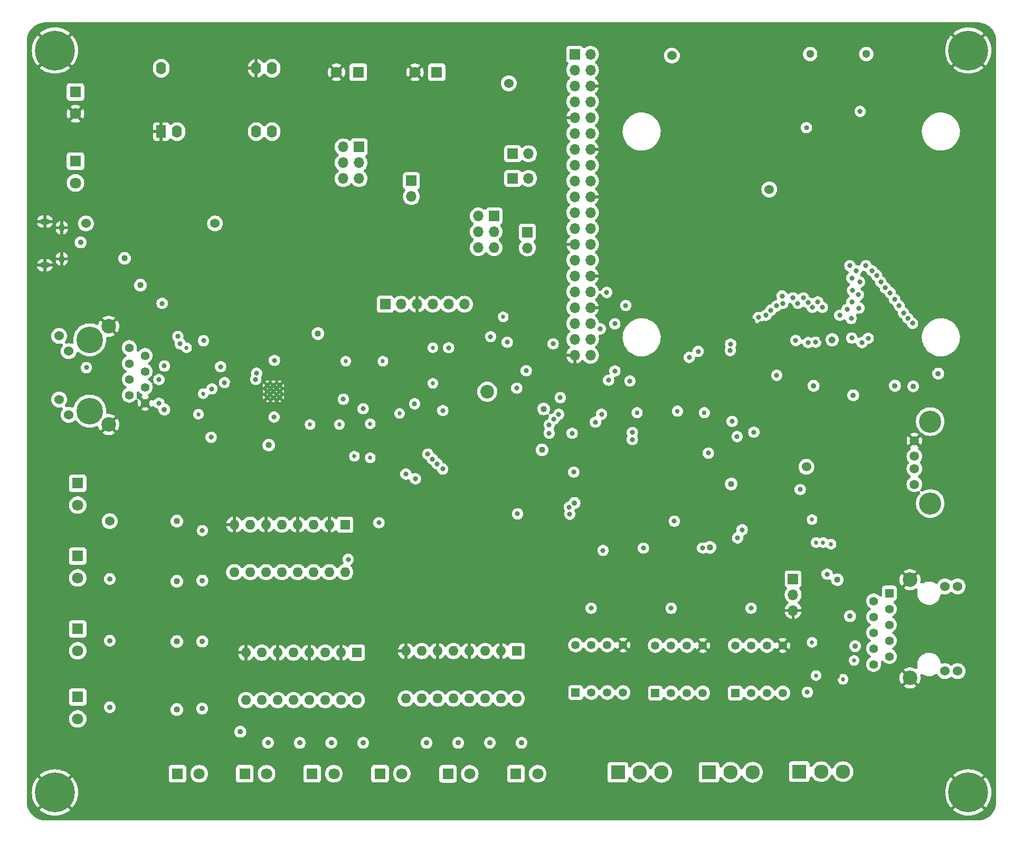
<source format=gbr>
%TF.GenerationSoftware,KiCad,Pcbnew,7.0.2*%
%TF.CreationDate,2023-08-01T13:01:46+02:00*%
%TF.ProjectId,jv_thesis,6a765f74-6865-4736-9973-2e6b69636164,rev?*%
%TF.SameCoordinates,Original*%
%TF.FileFunction,Copper,L2,Inr*%
%TF.FilePolarity,Positive*%
%FSLAX46Y46*%
G04 Gerber Fmt 4.6, Leading zero omitted, Abs format (unit mm)*
G04 Created by KiCad (PCBNEW 7.0.2) date 2023-08-01 13:01:46*
%MOMM*%
%LPD*%
G01*
G04 APERTURE LIST*
%TA.AperFunction,ComponentPad*%
%ADD10R,1.800000X1.800000*%
%TD*%
%TA.AperFunction,ComponentPad*%
%ADD11C,1.800000*%
%TD*%
%TA.AperFunction,ComponentPad*%
%ADD12R,1.700000X1.700000*%
%TD*%
%TA.AperFunction,ComponentPad*%
%ADD13O,1.700000X1.700000*%
%TD*%
%TA.AperFunction,ComponentPad*%
%ADD14R,2.300000X2.300000*%
%TD*%
%TA.AperFunction,ComponentPad*%
%ADD15C,2.300000*%
%TD*%
%TA.AperFunction,ComponentPad*%
%ADD16R,1.600000X1.600000*%
%TD*%
%TA.AperFunction,ComponentPad*%
%ADD17O,1.600000X1.600000*%
%TD*%
%TA.AperFunction,ComponentPad*%
%ADD18C,1.398000*%
%TD*%
%TA.AperFunction,ComponentPad*%
%ADD19C,1.530000*%
%TD*%
%TA.AperFunction,ComponentPad*%
%ADD20C,4.266000*%
%TD*%
%TA.AperFunction,ComponentPad*%
%ADD21C,2.355000*%
%TD*%
%TA.AperFunction,ComponentPad*%
%ADD22R,1.600000X2.000000*%
%TD*%
%TA.AperFunction,ComponentPad*%
%ADD23O,1.600000X2.000000*%
%TD*%
%TA.AperFunction,ComponentPad*%
%ADD24C,1.300000*%
%TD*%
%TA.AperFunction,ComponentPad*%
%ADD25C,0.800000*%
%TD*%
%TA.AperFunction,ComponentPad*%
%ADD26C,6.400000*%
%TD*%
%TA.AperFunction,ComponentPad*%
%ADD27R,1.348000X1.348000*%
%TD*%
%TA.AperFunction,ComponentPad*%
%ADD28C,1.348000*%
%TD*%
%TA.AperFunction,ComponentPad*%
%ADD29C,1.500000*%
%TD*%
%TA.AperFunction,ComponentPad*%
%ADD30C,3.570000*%
%TD*%
%TA.AperFunction,ComponentPad*%
%ADD31R,1.398000X1.398000*%
%TD*%
%TA.AperFunction,ComponentPad*%
%ADD32C,2.209800*%
%TD*%
%TA.AperFunction,ComponentPad*%
%ADD33C,0.500000*%
%TD*%
%TA.AperFunction,ComponentPad*%
%ADD34O,1.550000X1.000000*%
%TD*%
%TA.AperFunction,ComponentPad*%
%ADD35O,0.950000X1.250000*%
%TD*%
%TA.AperFunction,ViaPad*%
%ADD36C,0.800000*%
%TD*%
%TA.AperFunction,ViaPad*%
%ADD37C,0.889000*%
%TD*%
%TA.AperFunction,ViaPad*%
%ADD38C,0.762000*%
%TD*%
%TA.AperFunction,ViaPad*%
%ADD39C,1.524000*%
%TD*%
%TA.AperFunction,ViaPad*%
%ADD40C,1.016000*%
%TD*%
%TA.AperFunction,ViaPad*%
%ADD41C,0.685800*%
%TD*%
%TA.AperFunction,ViaPad*%
%ADD42C,1.143000*%
%TD*%
G04 APERTURE END LIST*
D10*
%TO.N,TRIGGER_24V_2*%
%TO.C,J14*%
X123088700Y-154705000D03*
D11*
%TO.N,+24V*%
X126588700Y-154705000D03*
%TD*%
D10*
%TO.N,TRIGGER_24V_3*%
%TO.C,J15*%
X112188700Y-154675000D03*
D11*
%TO.N,+24V*%
X115688700Y-154675000D03*
%TD*%
D10*
%TO.N,TRIGGER_xxV_9*%
%TO.C,J27*%
X63687700Y-119779000D03*
D11*
%TO.N,TRIGGER_xxV_10*%
X63687700Y-123279000D03*
%TD*%
D12*
%TO.N,+3.3V*%
%TO.C,J4*%
X130475700Y-65215000D03*
D13*
%TO.N,/3V3_F*%
X127935700Y-65215000D03*
%TO.N,+3.3V*%
X130475700Y-67755000D03*
%TO.N,E3V3*%
X127935700Y-67755000D03*
%TO.N,unconnected-(J4-Pin_5-Pad5)*%
X130475700Y-70295000D03*
%TO.N,unconnected-(J4-Pin_6-Pad6)*%
X127935700Y-70295000D03*
%TD*%
D12*
%TO.N,USART3_RX*%
%TO.C,J31*%
X178440000Y-123420000D03*
D13*
%TO.N,USART3_TX*%
X178440000Y-125960000D03*
%TO.N,GND*%
X178440000Y-128500000D03*
%TD*%
D14*
%TO.N,ENC_24V_5*%
%TO.C,J19*%
X179438700Y-154350000D03*
D15*
%TO.N,ENC_24V_6*%
X182938700Y-154350000D03*
%TO.N,/REF_Lev3*%
X186438700Y-154350000D03*
%TD*%
D10*
%TO.N,TRIGGER_24V_5*%
%TO.C,J23*%
X90488700Y-154675000D03*
D11*
%TO.N,+24V*%
X93988700Y-154675000D03*
%TD*%
D16*
%TO.N,Net-(R45-Pad2)*%
%TO.C,U14*%
X134109200Y-135000000D03*
D17*
%TO.N,GND*%
X131569200Y-135000000D03*
%TO.N,Net-(R46-Pad2)*%
X129029200Y-135000000D03*
%TO.N,GND*%
X126489200Y-135000000D03*
%TO.N,Net-(R47-Pad2)*%
X123949200Y-135000000D03*
%TO.N,GND*%
X121409200Y-135000000D03*
%TO.N,Net-(R48-Pad2)*%
X118869200Y-135000000D03*
%TO.N,GND*%
X116329200Y-135000000D03*
%TO.N,GNDREF*%
X116329200Y-142620000D03*
%TO.N,TRIGGER_24V_4*%
X118869200Y-142620000D03*
%TO.N,GNDREF*%
X121409200Y-142620000D03*
%TO.N,TRIGGER_24V_3*%
X123949200Y-142620000D03*
%TO.N,GNDREF*%
X126489200Y-142620000D03*
%TO.N,TRIGGER_24V_2*%
X129029200Y-142620000D03*
%TO.N,GNDREF*%
X131569200Y-142620000D03*
%TO.N,TRIGGER_24V_1*%
X134109200Y-142620000D03*
%TD*%
D18*
%TO.N,/TD+*%
%TO.C,U3*%
X71971700Y-86350000D03*
%TO.N,/TD-*%
X74511700Y-87620000D03*
%TO.N,/RD+*%
X71971700Y-88890000D03*
%TO.N,Net-(#FLG014-pwr)*%
X74511700Y-90160000D03*
X71971700Y-91430000D03*
%TO.N,/RD-*%
X74511700Y-92700000D03*
%TO.N,unconnected-(U3-NC-Pad7)*%
X71971700Y-93970000D03*
%TO.N,GND*%
X74511700Y-95240000D03*
D19*
%TO.N,Net-(U6-LED2{slash}~{INTSEL})*%
X60721700Y-84470000D03*
%TO.N,Net-(R37-Pad1)*%
X62241700Y-86920000D03*
D20*
%TO.N,N/C*%
X65621700Y-85080000D03*
X65621700Y-96510000D03*
D21*
%TO.N,GND*%
X68671700Y-82920000D03*
X68671700Y-98670000D03*
D19*
%TO.N,Net-(U3-YELA)*%
X60721700Y-94670000D03*
%TO.N,Net-(U3-YELC)*%
X62241700Y-97120000D03*
%TD*%
D12*
%TO.N,+3.3V*%
%TO.C,J5*%
X133477000Y-59182000D03*
D13*
%TO.N,VDD*%
X136017000Y-59182000D03*
%TD*%
D22*
%TO.N,GND*%
%TO.C,U11*%
X77089000Y-51689000D03*
D23*
%TO.N,unconnected-(U11-On{slash}Off-Pad2)*%
X79629000Y-51689000D03*
%TO.N,unconnected-(U11-NC-Pad7)*%
X92329000Y-51689000D03*
%TO.N,unconnected-(U11-NC-Pad8)*%
X94869000Y-51689000D03*
%TO.N,/VIN_F*%
X94869000Y-41529000D03*
%TO.N,GND*%
X92329000Y-41529000D03*
%TO.N,/VinDC*%
X77089000Y-41529000D03*
%TD*%
D10*
%TO.N,TRIGGER_24V_1*%
%TO.C,J13*%
X133988700Y-154675000D03*
D11*
%TO.N,+24V*%
X137488700Y-154675000D03*
%TD*%
D24*
%TO.N,*%
%TO.C,J9*%
X181178700Y-39245000D03*
X190178700Y-39245000D03*
%TD*%
D10*
%TO.N,E3V3*%
%TO.C,J22*%
X121288700Y-42175000D03*
D11*
%TO.N,GND*%
X117788700Y-42175000D03*
%TD*%
D12*
%TO.N,+3.3V*%
%TO.C,J2*%
X135825700Y-67805000D03*
D13*
%TO.N,3V3_PER*%
X135825700Y-70345000D03*
%TD*%
D16*
%TO.N,Net-(R53-Pad2)*%
%TO.C,U17*%
X108470200Y-135244000D03*
D17*
%TO.N,GND*%
X105930200Y-135244000D03*
%TO.N,Net-(R54-Pad2)*%
X103390200Y-135244000D03*
%TO.N,GND*%
X100850200Y-135244000D03*
%TO.N,Net-(R55-Pad2)*%
X98310200Y-135244000D03*
%TO.N,GND*%
X95770200Y-135244000D03*
%TO.N,Net-(R56-Pad2)*%
X93230200Y-135244000D03*
%TO.N,GND*%
X90690200Y-135244000D03*
%TO.N,GNDREF*%
X90690200Y-142864000D03*
%TO.N,TRIGGER_24V_8*%
X93230200Y-142864000D03*
%TO.N,GNDREF*%
X95770200Y-142864000D03*
%TO.N,TRIGGER_24V_7*%
X98310200Y-142864000D03*
%TO.N,GNDREF*%
X100850200Y-142864000D03*
%TO.N,TRIGGER_24V_6*%
X103390200Y-142864000D03*
%TO.N,GNDREF*%
X105930200Y-142864000D03*
%TO.N,TRIGGER_24V_5*%
X108470200Y-142864000D03*
%TD*%
D12*
%TO.N,/SW_VDD*%
%TO.C,J3*%
X113030000Y-79375000D03*
D13*
%TO.N,/SW_CLK*%
X115570000Y-79375000D03*
%TO.N,GND*%
X118110000Y-79375000D03*
%TO.N,/SW_DIO*%
X120650000Y-79375000D03*
%TO.N,/SW_NRST*%
X123190000Y-79375000D03*
%TO.N,/SW_SWO*%
X125730000Y-79375000D03*
%TD*%
D10*
%TO.N,VIN*%
%TO.C,J20*%
X63338700Y-45325000D03*
D11*
%TO.N,GND*%
X63338700Y-48825000D03*
%TD*%
D25*
%TO.N,GND*%
%TO.C,H2*%
X204140000Y-38680000D03*
X204842944Y-36982944D03*
X204842944Y-40377056D03*
X206540000Y-36280000D03*
D26*
X206540000Y-38680000D03*
D25*
X206540000Y-41080000D03*
X208237056Y-36982944D03*
X208237056Y-40377056D03*
X208940000Y-38680000D03*
%TD*%
D10*
%TO.N,TRIGGER_24V_6*%
%TO.C,J24*%
X79688700Y-154675000D03*
D11*
%TO.N,+24V*%
X83188700Y-154675000D03*
%TD*%
D10*
%TO.N,TRIGGER_24V_7*%
%TO.C,J29*%
X63687700Y-142385000D03*
D11*
%TO.N,+24V*%
X63687700Y-145885000D03*
%TD*%
D12*
%TO.N,+5V*%
%TO.C,J8*%
X117221000Y-59563000D03*
D13*
%TO.N,CM4_5V*%
X117221000Y-62103000D03*
%TD*%
D25*
%TO.N,GND*%
%TO.C,H3*%
X204140000Y-157680000D03*
X204842944Y-155982944D03*
X204842944Y-159377056D03*
X206540000Y-155280000D03*
D26*
X206540000Y-157680000D03*
D25*
X206540000Y-160080000D03*
X208237056Y-155982944D03*
X208237056Y-159377056D03*
X208940000Y-157680000D03*
%TD*%
D10*
%TO.N,E5V*%
%TO.C,J21*%
X108688700Y-42175000D03*
D11*
%TO.N,GND*%
X105188700Y-42175000D03*
%TD*%
D14*
%TO.N,ENC_24V_1*%
%TO.C,J17*%
X150338700Y-154450000D03*
D15*
%TO.N,ENC_24V_2*%
X153838700Y-154450000D03*
%TO.N,/REF_Lev1*%
X157338700Y-154450000D03*
%TD*%
D27*
%TO.N,Net-(U16-A1)*%
%TO.C,U16*%
X156337000Y-141732000D03*
D28*
%TO.N,/REF_Lev2*%
X158877000Y-141732000D03*
X161417000Y-141732000D03*
%TO.N,Net-(U16-A2)*%
X163957000Y-141732000D03*
%TO.N,GND*%
X163957000Y-134112000D03*
%TO.N,ENC_GPIO_4*%
X161417000Y-134112000D03*
%TO.N,ENC_GPIO_3*%
X158877000Y-134112000D03*
%TO.N,3V3_PER*%
X156337000Y-134112000D03*
%TD*%
D12*
%TO.N,+3.3V*%
%TO.C,J7*%
X133477000Y-55245000D03*
D13*
%TO.N,CM4_3V3*%
X136017000Y-55245000D03*
%TD*%
D10*
%TO.N,TRIGGER_xxV_11*%
%TO.C,J28*%
X63687700Y-108095000D03*
D11*
%TO.N,TRIGGER_xxV_12*%
X63687700Y-111595000D03*
%TD*%
D10*
%TO.N,TRIGGER_24V_4*%
%TO.C,J16*%
X101288700Y-154675000D03*
D11*
%TO.N,+24V*%
X104788700Y-154675000D03*
%TD*%
D12*
%TO.N,CM4_3V3*%
%TO.C,J11*%
X143396500Y-39283800D03*
D13*
%TO.N,CM4_5V*%
X145936500Y-39283800D03*
%TO.N,/GPIO2*%
X143396500Y-41823800D03*
%TO.N,CM4_5V*%
X145936500Y-41823800D03*
%TO.N,/GPIO3*%
X143396500Y-44363800D03*
%TO.N,GND*%
X145936500Y-44363800D03*
%TO.N,CM4_TXD3*%
X143396500Y-46903800D03*
%TO.N,CM4_TXD0*%
X145936500Y-46903800D03*
%TO.N,GND*%
X143396500Y-49443800D03*
%TO.N,CM4_RXD0*%
X145936500Y-49443800D03*
%TO.N,/GPIO17*%
X143396500Y-51983800D03*
%TO.N,/GPIO18*%
X145936500Y-51983800D03*
%TO.N,/GPIO27*%
X143396500Y-54523800D03*
%TO.N,GND*%
X145936500Y-54523800D03*
%TO.N,/GPIO22*%
X143396500Y-57063800D03*
%TO.N,/GPIO23*%
X145936500Y-57063800D03*
%TO.N,CM4_3V3*%
X143396500Y-59603800D03*
%TO.N,/GPIO24*%
X145936500Y-59603800D03*
%TO.N,/GPIO10*%
X143396500Y-62143800D03*
%TO.N,GND*%
X145936500Y-62143800D03*
%TO.N,CM4_RXD4*%
X143396500Y-64683800D03*
%TO.N,/GPIO25*%
X145936500Y-64683800D03*
%TO.N,/GPIO11*%
X143396500Y-67223800D03*
%TO.N,CM4_TXD4*%
X145936500Y-67223800D03*
%TO.N,GND*%
X143396500Y-69763800D03*
%TO.N,/GPIO7*%
X145936500Y-69763800D03*
%TO.N,/ID_SD*%
X143396500Y-72303800D03*
%TO.N,/ID_SC*%
X145936500Y-72303800D03*
%TO.N,CM4_RXD3*%
X143396500Y-74843800D03*
%TO.N,GND*%
X145936500Y-74843800D03*
%TO.N,/GPIO6*%
X143396500Y-77383800D03*
%TO.N,/GPIO12*%
X145936500Y-77383800D03*
%TO.N,/GPIO13*%
X143396500Y-79923800D03*
%TO.N,GND*%
X145936500Y-79923800D03*
%TO.N,/GPIO19*%
X143396500Y-82463800D03*
%TO.N,/GPIO16*%
X145936500Y-82463800D03*
%TO.N,/GPIO26*%
X143396500Y-85003800D03*
%TO.N,/GPIO20*%
X145936500Y-85003800D03*
%TO.N,GND*%
X143396500Y-87543800D03*
%TO.N,/GPIO21*%
X145936500Y-87543800D03*
%TD*%
D10*
%TO.N,TRIGGER_24V_8*%
%TO.C,J30*%
X63687700Y-131463000D03*
D11*
%TO.N,+24V*%
X63687700Y-134963000D03*
%TD*%
D27*
%TO.N,Net-(U15-A1)*%
%TO.C,U15*%
X143551700Y-141659000D03*
D28*
%TO.N,/REF_Lev1*%
X146091700Y-141659000D03*
X148631700Y-141659000D03*
%TO.N,Net-(U15-A2)*%
X151171700Y-141659000D03*
%TO.N,GND*%
X151171700Y-134039000D03*
%TO.N,ENC_GPIO_2*%
X148631700Y-134039000D03*
%TO.N,ENC_GPIO_1*%
X146091700Y-134039000D03*
%TO.N,3V3_PER*%
X143551700Y-134039000D03*
%TD*%
D27*
%TO.N,Net-(U18-A1)*%
%TO.C,U18*%
X169164000Y-141732000D03*
D28*
%TO.N,/REF_Lev3*%
X171704000Y-141732000D03*
X174244000Y-141732000D03*
%TO.N,Net-(U18-A2)*%
X176784000Y-141732000D03*
%TO.N,GND*%
X176784000Y-134112000D03*
%TO.N,ENC_GPIO_6*%
X174244000Y-134112000D03*
%TO.N,ENC_GPIO_5*%
X171704000Y-134112000D03*
%TO.N,3V3_PER*%
X169164000Y-134112000D03*
%TD*%
D16*
%TO.N,Net-(R64-Pad2)*%
%TO.C,U19*%
X106590700Y-114735000D03*
D17*
%TO.N,GND*%
X104050700Y-114735000D03*
%TO.N,Net-(R65-Pad2)*%
X101510700Y-114735000D03*
%TO.N,GND*%
X98970700Y-114735000D03*
%TO.N,Net-(R66-Pad2)*%
X96430700Y-114735000D03*
%TO.N,GND*%
X93890700Y-114735000D03*
%TO.N,Net-(R67-Pad2)*%
X91350700Y-114735000D03*
%TO.N,GND*%
X88810700Y-114735000D03*
%TO.N,Net-(JP5-B)*%
X88810700Y-122355000D03*
%TO.N,TRIGGER_xxV_12*%
X91350700Y-122355000D03*
%TO.N,Net-(JP5-B)*%
X93890700Y-122355000D03*
%TO.N,TRIGGER_xxV_11*%
X96430700Y-122355000D03*
%TO.N,Net-(JP5-B)*%
X98970700Y-122355000D03*
%TO.N,TRIGGER_xxV_10*%
X101510700Y-122355000D03*
%TO.N,Net-(JP5-B)*%
X104050700Y-122355000D03*
%TO.N,TRIGGER_xxV_9*%
X106590700Y-122355000D03*
%TD*%
D29*
%TO.N,Net-(JP7-B)*%
%TO.C,J10*%
X197900700Y-108265000D03*
%TO.N,CM4_USB_DM_-*%
X197900700Y-105765000D03*
%TO.N,CM4_USB_DP_+*%
X197900700Y-103765000D03*
%TO.N,GND*%
X197900700Y-101265000D03*
D30*
%TO.N,unconnected-(J10-PadMH1)*%
X200440700Y-111335000D03*
%TO.N,unconnected-(J10-PadMH2)*%
X200440700Y-98195000D03*
%TD*%
D10*
%TO.N,+24V*%
%TO.C,J25*%
X63338700Y-56425000D03*
D11*
%TO.N,GNDREF*%
X63338700Y-59925000D03*
%TD*%
D12*
%TO.N,+5V*%
%TO.C,J6*%
X108825700Y-54150000D03*
D13*
%TO.N,/VIN_F*%
X106285700Y-54150000D03*
%TO.N,+5V*%
X108825700Y-56690000D03*
%TO.N,E5V*%
X106285700Y-56690000D03*
%TO.N,+5V*%
X108825700Y-59230000D03*
%TO.N,/U5V_F*%
X106285700Y-59230000D03*
%TD*%
D14*
%TO.N,ENC_24V_3*%
%TO.C,J18*%
X164938700Y-154450000D03*
D15*
%TO.N,ENC_24V_4*%
X168438700Y-154450000D03*
%TO.N,/REF_Lev2*%
X171938700Y-154450000D03*
%TD*%
D31*
%TO.N,/TRD0_P*%
%TO.C,J12*%
X193891700Y-125720000D03*
D18*
%TO.N,/TRD0_N*%
X191351700Y-126990000D03*
%TO.N,/TRD1_P*%
X193891700Y-128260000D03*
%TO.N,/TRD1_N*%
X191351700Y-129530000D03*
%TO.N,Net-(J12-TRCT1)*%
X193891700Y-130800000D03*
X191351700Y-132070000D03*
%TO.N,/TRD2_P*%
X193891700Y-133340000D03*
%TO.N,/TRD2_N*%
X191351700Y-134610000D03*
%TO.N,/TRD3_P*%
X193891700Y-135880000D03*
%TO.N,/TRD3_N*%
X191351700Y-137150000D03*
D19*
%TO.N,CM4_3V3*%
X202791700Y-138235000D03*
%TO.N,Net-(J12-LED-L_K_GRN)*%
X204821700Y-138235000D03*
%TO.N,CM4_3V3*%
X202791700Y-124635000D03*
%TO.N,Net-(J12-LED-R_K_YLW)*%
X204821700Y-124635000D03*
D21*
%TO.N,GND*%
X197191700Y-139310000D03*
X197191700Y-123560000D03*
%TD*%
D32*
%TO.N,N/C*%
%TO.C,SW3*%
X129375700Y-93411200D03*
%TD*%
D33*
%TO.N,GND*%
%TO.C,U6*%
X94118700Y-92368000D03*
X94118700Y-93343000D03*
X94118700Y-94318000D03*
X95093700Y-92368000D03*
X95093700Y-93343000D03*
X95093700Y-94318000D03*
X96068700Y-92368000D03*
X96068700Y-93343000D03*
X96068700Y-94318000D03*
%TD*%
D25*
%TO.N,GND*%
%TO.C,H4*%
X57640000Y-157680000D03*
X58342944Y-155982944D03*
X58342944Y-159377056D03*
X60040000Y-155280000D03*
D26*
X60040000Y-157680000D03*
D25*
X60040000Y-160080000D03*
X61737056Y-155982944D03*
X61737056Y-159377056D03*
X62440000Y-157680000D03*
%TD*%
%TO.N,GND*%
%TO.C,H1*%
X57640000Y-38680000D03*
X58342944Y-36982944D03*
X58342944Y-40377056D03*
X60040000Y-36280000D03*
D26*
X60040000Y-38680000D03*
D25*
X60040000Y-41080000D03*
X61737056Y-36982944D03*
X61737056Y-40377056D03*
X62440000Y-38680000D03*
%TD*%
D34*
%TO.N,GND*%
%TO.C,J1*%
X58438700Y-66115000D03*
D35*
X61138700Y-67115000D03*
X61138700Y-72115000D03*
D34*
X58438700Y-73115000D03*
%TD*%
D36*
%TO.N,GND*%
X98679000Y-95504000D03*
X99822000Y-83947000D03*
X127635000Y-74422000D03*
X125476000Y-58420000D03*
X138811000Y-43434000D03*
X128397000Y-39878000D03*
X130683000Y-39878000D03*
X111887000Y-44958000D03*
X100076000Y-37592000D03*
X96520000Y-57150000D03*
X69469000Y-61341000D03*
X61976000Y-63500000D03*
X112141000Y-92075000D03*
%TO.N,USB_DP_+*%
X132588000Y-85471000D03*
%TO.N,USB_DM_-*%
X129921000Y-84582000D03*
X152654000Y-101092000D03*
%TO.N,USB_DP_+*%
X152654000Y-99949000D03*
D37*
%TO.N,GND*%
X185547000Y-129286000D03*
D36*
X142494000Y-108204000D03*
X163957000Y-137922000D03*
X92958700Y-117845000D03*
X153543000Y-130556000D03*
X171678700Y-89281000D03*
X175641000Y-54610000D03*
X160458700Y-103985000D03*
X65778700Y-81845000D03*
X180086000Y-66421000D03*
X168308700Y-106155000D03*
X154020000Y-107700000D03*
X67438700Y-129815000D03*
X131953000Y-96393000D03*
X160020000Y-86233000D03*
X149352000Y-70993000D03*
X193040000Y-154305000D03*
X132969000Y-78232000D03*
X100838000Y-138049000D03*
X138770200Y-49443800D03*
X90980000Y-74690000D03*
X117475000Y-54229000D03*
X110617000Y-74803000D03*
X69469000Y-57912000D03*
X173259909Y-82464168D03*
X93238700Y-71150000D03*
X150495000Y-113792000D03*
X132842000Y-116713000D03*
X158877000Y-119761000D03*
X151130000Y-137795000D03*
X162941000Y-112141000D03*
X143178700Y-104255000D03*
X188878700Y-54229000D03*
D38*
X154813000Y-97028000D03*
D36*
X64078700Y-82045000D03*
X183642000Y-81534000D03*
X121412000Y-137541000D03*
X167005000Y-146431000D03*
X186178700Y-42167300D03*
X180950000Y-102750000D03*
X167088700Y-94575000D03*
X176784000Y-136525000D03*
X169545000Y-109220000D03*
X88392000Y-92202000D03*
X197358000Y-58420000D03*
X172085000Y-47879000D03*
X194183000Y-115824000D03*
X112776000Y-145415000D03*
X118110000Y-82042000D03*
X91038700Y-94425000D03*
X152908000Y-114046000D03*
X135001000Y-64516000D03*
X92329000Y-57150000D03*
X170738700Y-94715000D03*
X140081000Y-130937000D03*
X59944000Y-45339000D03*
X91186000Y-96393000D03*
X170815000Y-137922000D03*
X142494000Y-103251000D03*
X90678000Y-137922000D03*
X107696000Y-78994000D03*
X187325000Y-66421000D03*
X87963700Y-71750000D03*
X160378700Y-100675000D03*
X85217000Y-98298000D03*
X155928700Y-104145000D03*
X183078700Y-84945000D03*
X113157000Y-101981000D03*
X73910000Y-106850000D03*
X115824000Y-124460000D03*
X81407000Y-46609000D03*
X118110000Y-89281000D03*
D38*
X158877000Y-92837000D03*
D36*
X171704000Y-109220000D03*
X121368700Y-93385000D03*
X157353000Y-114173000D03*
X170878700Y-51245000D03*
X197104000Y-38481000D03*
X107696000Y-82804000D03*
X138938000Y-143510000D03*
X168783000Y-96647000D03*
X184663700Y-42164000D03*
D39*
X88011000Y-59309000D03*
D36*
X149225000Y-87249000D03*
X188782912Y-42103088D03*
X150368000Y-48387000D03*
X144653000Y-89027000D03*
X126778700Y-93535000D03*
X117094000Y-74803000D03*
X118872000Y-112776000D03*
X61358700Y-143825000D03*
X102870000Y-67691000D03*
X128143000Y-108458000D03*
X153670000Y-147066000D03*
X110744000Y-93726000D03*
X71882000Y-152654000D03*
X188849000Y-146939000D03*
X176784000Y-54610000D03*
X126888700Y-95965000D03*
X113157000Y-49149000D03*
X74510000Y-82550000D03*
X83566000Y-80264000D03*
X168978700Y-92985000D03*
X180970000Y-100270000D03*
X130429000Y-112268000D03*
X183188700Y-42164000D03*
X203454000Y-148209000D03*
X166624000Y-130429000D03*
X146685000Y-118872000D03*
X200406000Y-76708000D03*
X160458700Y-107315000D03*
D40*
X94361000Y-82804000D03*
D36*
X188341000Y-102108000D03*
X129667000Y-118745000D03*
X194310000Y-146939000D03*
D39*
X92780000Y-65335000D03*
D37*
X185547000Y-139065000D03*
D36*
X183134000Y-54229000D03*
X175260000Y-118745000D03*
X171978700Y-82042000D03*
X202311000Y-64135000D03*
X86487000Y-138557000D03*
X190043700Y-54229000D03*
X110490000Y-64008000D03*
X173228000Y-47879000D03*
X137922000Y-76327000D03*
X169799000Y-82677000D03*
X86448700Y-107535000D03*
X86995000Y-144272000D03*
X187643700Y-54229000D03*
X76073000Y-152654000D03*
X156048700Y-100675000D03*
X105410000Y-88519000D03*
X204470000Y-117221000D03*
X63678700Y-76105000D03*
X100838000Y-52070000D03*
X178054000Y-54610000D03*
X74268700Y-116545000D03*
X197231000Y-134747000D03*
X129667000Y-51943000D03*
X197231000Y-129032000D03*
X174498000Y-54610000D03*
X167230000Y-117460000D03*
X169164000Y-88011000D03*
X91059000Y-85495000D03*
X102138700Y-118175000D03*
X197612000Y-44450000D03*
X174478700Y-85445000D03*
X149733000Y-62357000D03*
X83820000Y-92075000D03*
X186182000Y-82423000D03*
X134747000Y-116713000D03*
X134366000Y-84709000D03*
X97790000Y-79756000D03*
X92202000Y-46990000D03*
X155190000Y-110190000D03*
X179238700Y-47625000D03*
X165989000Y-123063000D03*
X195707000Y-96647000D03*
X181688700Y-42164000D03*
X150998700Y-104105000D03*
X171958000Y-37592000D03*
X138938000Y-149225000D03*
X86488700Y-112825000D03*
X140970000Y-92329000D03*
X149352000Y-112268000D03*
X150958700Y-107615000D03*
X81407000Y-41910000D03*
X177178700Y-85445000D03*
X173736000Y-44831000D03*
X127508000Y-116078000D03*
X65913000Y-50927000D03*
X63373000Y-92075000D03*
X203454000Y-101219000D03*
X83058000Y-95335000D03*
X68834000Y-149860000D03*
X196088000Y-71755000D03*
X69342000Y-69107000D03*
X99314000Y-90297000D03*
X59944000Y-48768000D03*
X139928700Y-101205000D03*
X204978000Y-134747000D03*
X70739000Y-79756000D03*
X189611000Y-99949000D03*
X151003000Y-109855000D03*
X148717000Y-103632000D03*
X131445000Y-137668000D03*
X86118700Y-128605000D03*
D39*
%TO.N,U5V*%
X65024000Y-66421000D03*
X85725000Y-66421000D03*
D36*
%TO.N,NRST*%
X122255700Y-96435000D03*
X123190000Y-86360000D03*
%TO.N,TRIGGER_GPIO_12*%
X119850700Y-103418800D03*
X140843000Y-97042520D03*
%TO.N,TRIGGER_GPIO_11*%
X120587300Y-104206200D03*
X140081000Y-97790000D03*
%TO.N,TRIGGER_GPIO_10*%
X139319000Y-98745000D03*
X121349300Y-104968200D03*
%TO.N,TRIGGER_GPIO_9*%
X139319000Y-100076000D03*
X122238300Y-105806400D03*
D40*
%TO.N,3V3_PER*%
X79591700Y-123815000D03*
X73749700Y-76317000D03*
D36*
X95187674Y-97471326D03*
D40*
X94361000Y-101981000D03*
X79591700Y-114163000D03*
X79591700Y-144389000D03*
D37*
X64155700Y-69465000D03*
D40*
X79591700Y-133477000D03*
D36*
X158877000Y-128143000D03*
D40*
X71209700Y-72009000D03*
X102235000Y-84074000D03*
D36*
X171704000Y-128143000D03*
X146050000Y-128143000D03*
%TO.N,Net-(Module1A-PI_nLED_Activity)*%
X175806900Y-90769600D03*
D37*
%TO.N,Net-(D1-K)*%
X197705700Y-92555000D03*
X194765700Y-92445000D03*
X181737000Y-92455000D03*
%TO.N,TRIGGER_24V_8*%
X89789000Y-147955000D03*
%TO.N,+24V*%
X99314000Y-149733000D03*
X129806200Y-149720800D03*
X94214200Y-149713200D03*
X124714000Y-149733000D03*
X119634000Y-149733000D03*
X109474000Y-149733000D03*
X104374200Y-149713200D03*
X134870200Y-149729200D03*
X83693000Y-123698000D03*
X83693000Y-133477000D03*
X83658000Y-144237000D03*
D36*
X83693000Y-115687000D03*
%TO.N,/ETH_LEDG*%
X180721000Y-141605000D03*
X179578000Y-109093000D03*
%TO.N,Net-(U6-LED2{slash}~{INTSEL})*%
X87249000Y-91948000D03*
X65080000Y-89545000D03*
X86614000Y-89392080D03*
X85090000Y-100720000D03*
D37*
%TO.N,/RD+*%
X77597000Y-96266000D03*
D36*
X77597000Y-89281000D03*
%TO.N,/TD-*%
X80137000Y-85725000D03*
D41*
X83058000Y-97028000D03*
%TO.N,/TD+*%
X83820000Y-93726000D03*
X81153000Y-86360000D03*
D36*
%TO.N,Net-(U6-RBIAS)*%
X92393300Y-90439400D03*
X95250000Y-88392000D03*
%TO.N,Net-(U6-~{INT}{slash}REFCLKO)*%
X106299000Y-94615000D03*
D41*
X105664000Y-98679000D03*
%TO.N,ETH_MDIO*%
X106680000Y-88519000D03*
D36*
X109474000Y-96139000D03*
D41*
%TO.N,Net-(U6-CRS_DV{slash}MODE2)*%
X112649000Y-88519000D03*
X115316000Y-96901000D03*
%TO.N,Net-(U6-RXD1{slash}MODE1)*%
X110617000Y-98552000D03*
X100965000Y-98679000D03*
D36*
%TO.N,ETH_RXD1*%
X117856000Y-107366680D03*
D41*
X110617000Y-104013000D03*
D36*
%TO.N,ETH_RXD0*%
X116332000Y-106619200D03*
D41*
X108077000Y-103759000D03*
D36*
%TO.N,SWO*%
X148844000Y-91567000D03*
D41*
X131953000Y-81407000D03*
%TO.N,SWDIO*%
X120650000Y-86360000D03*
X120650000Y-92075000D03*
D36*
%TO.N,SWCLK*%
X147525700Y-83335000D03*
X149845700Y-82515000D03*
D37*
%TO.N,+5V*%
X68834000Y-133350000D03*
X68834000Y-123444000D03*
D39*
X68834000Y-114173000D03*
D37*
X68834000Y-144018000D03*
D36*
%TO.N,/BOOT0*%
X141097000Y-94361000D03*
X134112000Y-92837000D03*
D40*
%TO.N,CM4_3V3*%
X185547000Y-123571000D03*
D37*
X201721900Y-90508800D03*
X188087000Y-93980000D03*
X188379900Y-134229000D03*
D39*
X174625000Y-60960000D03*
D36*
%TO.N,/TRD1_N*%
X183896000Y-122682000D03*
D37*
X187579000Y-129413000D03*
D41*
%TO.N,/TRD3_P*%
X182122580Y-117602000D03*
X182118000Y-138938000D03*
%TO.N,/TRD3_N*%
X186459700Y-139543020D03*
X183261000Y-117602000D03*
%TO.N,/TRD2_N*%
X184531000Y-117856000D03*
X188214000Y-136525000D03*
%TO.N,/TRD2_P*%
X181483000Y-113919000D03*
X181483000Y-133604000D03*
D42*
%TO.N,CM4_5V*%
X184696900Y-85090000D03*
D39*
X180565700Y-105455000D03*
X159004000Y-39497000D03*
D38*
%TO.N,VDD*%
X153418200Y-96771800D03*
D36*
X147955000Y-118872000D03*
X159385000Y-114173000D03*
D40*
X138430000Y-96172520D03*
X165100000Y-118364000D03*
D36*
X154432000Y-118491000D03*
D38*
X159893000Y-96520000D03*
D36*
X143002000Y-100076000D03*
D38*
X164213500Y-96771500D03*
D36*
X164846000Y-103262586D03*
X143256000Y-106299000D03*
D40*
X138176000Y-102743000D03*
D36*
X147708399Y-97020601D03*
D40*
X168529000Y-108204000D03*
D37*
X143383000Y-111252000D03*
D36*
%TO.N,ETH_MDC*%
X134239000Y-112995000D03*
X117729000Y-95351821D03*
%TO.N,VDDA*%
X142621000Y-113049420D03*
X142525368Y-111923680D03*
%TO.N,VCAP_1*%
X163918200Y-118482500D03*
%TO.N,USART6_TX*%
X172138420Y-99902720D03*
%TO.N,USART6_RX*%
X169456900Y-100599400D03*
%TO.N,VCAP_2*%
X168656000Y-98171000D03*
%TO.N,ETH_TXD0*%
X149860000Y-90084920D03*
X152273000Y-91694000D03*
%TO.N,ETH_TXD1*%
X146740000Y-98290000D03*
X135636000Y-90043000D03*
%TO.N,GNDREF*%
X112014000Y-114427000D03*
D39*
%TO.N,/3V3_F*%
X132842000Y-43942000D03*
D36*
%TO.N,CM4_RXD4*%
X178435000Y-78359000D03*
%TO.N,CM4_TXD4*%
X193231300Y-76748800D03*
X187973500Y-77155200D03*
%TO.N,CM4_RXD3*%
X151591900Y-79578800D03*
X148551900Y-77478800D03*
X163208500Y-86934200D03*
X168415500Y-85765800D03*
%TO.N,CM4_TXD3*%
X161786100Y-87899400D03*
X168364700Y-86807200D03*
X139954000Y-85725000D03*
%TO.N,Net-(JP16-A)*%
X190485700Y-84836000D03*
%TO.N,CM4_RXD0*%
X178854900Y-85181600D03*
X180848000Y-85532680D03*
%TO.N,Net-(JP8-A)*%
X187845700Y-84795000D03*
%TO.N,CM4_TXD0*%
X182080700Y-85461000D03*
%TO.N,/HDMI0_CEC*%
X180578700Y-51045000D03*
X189178700Y-48445000D03*
%TO.N,/GPIO2*%
X183134000Y-79883000D03*
%TO.N,/GPIO3*%
X182372000Y-78994000D03*
%TO.N,/GPIO17*%
X181544680Y-79883000D03*
%TO.N,/GPIO18*%
X187541700Y-73192800D03*
X190119000Y-73192800D03*
%TO.N,/GPIO27*%
X180848000Y-79121000D03*
%TO.N,/GPIO22*%
X180086000Y-78359000D03*
%TO.N,/GPIO23*%
X191097700Y-74005600D03*
X188532300Y-74005600D03*
%TO.N,/GPIO24*%
X191834300Y-74742200D03*
X187846500Y-75174000D03*
%TO.N,/GPIO10*%
X179197000Y-79248000D03*
%TO.N,/GPIO25*%
X189116500Y-75809000D03*
X192520100Y-75809000D03*
%TO.N,/GPIO11*%
X176678700Y-78045000D03*
%TO.N,/GPIO7*%
X194018700Y-77536200D03*
X188887900Y-77866400D03*
%TO.N,/ID_SD*%
X176778700Y-79245000D03*
%TO.N,/ID_SC*%
X194729900Y-78603000D03*
X187871900Y-79009400D03*
%TO.N,/GPIO6*%
X175778700Y-79645000D03*
%TO.N,/GPIO12*%
X189014900Y-80000000D03*
X195441100Y-79593600D03*
%TO.N,/GPIO13*%
X174879000Y-80325680D03*
%TO.N,/GPIO19*%
X174078700Y-81145000D03*
%TO.N,/GPIO16*%
X187084500Y-80228600D03*
X196152300Y-80762000D03*
%TO.N,/GPIO26*%
X172878700Y-81509480D03*
%TO.N,/GPIO20*%
X196863500Y-81651000D03*
X187761900Y-81658800D03*
%TO.N,/GPIO21*%
X197600100Y-82438400D03*
X185928000Y-81153000D03*
%TO.N,Net-(JP5-B)*%
X107085700Y-120295000D03*
%TO.N,USART3_TX*%
X169530000Y-116860000D03*
%TO.N,USART3_RX*%
X170260000Y-115560000D03*
%TO.N,Net-(#FLG014-pwr)*%
X92250080Y-91424122D03*
X76731346Y-91463346D03*
X77230000Y-79230000D03*
X85217000Y-92964000D03*
X79760000Y-84530000D03*
X76708000Y-95250000D03*
X83870000Y-85230000D03*
%TO.N,Net-(#FLG010-pwr)*%
X189484000Y-85532680D03*
%TD*%
%TA.AperFunction,Conductor*%
%TO.N,GND*%
G36*
X58905130Y-158814870D02*
G01*
X59095818Y-158977733D01*
X58537134Y-159536417D01*
X58578439Y-159474601D01*
X58597842Y-159377056D01*
X58578439Y-159279511D01*
X58523184Y-159196816D01*
X58440489Y-159141561D01*
X58367568Y-159127056D01*
X58318320Y-159127056D01*
X58245399Y-159141561D01*
X58183570Y-159182873D01*
X58742265Y-158624178D01*
X58905130Y-158814870D01*
G37*
%TD.AperFunction*%
%TA.AperFunction,Conductor*%
G36*
X61896423Y-159182869D02*
G01*
X61834601Y-159141561D01*
X61761680Y-159127056D01*
X61712432Y-159127056D01*
X61639511Y-159141561D01*
X61556816Y-159196816D01*
X61501561Y-159279511D01*
X61482158Y-159377056D01*
X61501561Y-159474601D01*
X61542869Y-159536423D01*
X60984179Y-158977733D01*
X61174870Y-158814870D01*
X61337733Y-158624179D01*
X61896423Y-159182869D01*
G37*
%TD.AperFunction*%
%TA.AperFunction,Conductor*%
G36*
X59095820Y-156382266D02*
G01*
X58905130Y-156545130D01*
X58742266Y-156735820D01*
X58183576Y-156177130D01*
X58245399Y-156218439D01*
X58318320Y-156232944D01*
X58367568Y-156232944D01*
X58440489Y-156218439D01*
X58523184Y-156163184D01*
X58578439Y-156080489D01*
X58597842Y-155982944D01*
X58578439Y-155885399D01*
X58537130Y-155823576D01*
X59095820Y-156382266D01*
G37*
%TD.AperFunction*%
%TA.AperFunction,Conductor*%
G36*
X61501561Y-155885399D02*
G01*
X61482158Y-155982944D01*
X61501561Y-156080489D01*
X61556816Y-156163184D01*
X61639511Y-156218439D01*
X61712432Y-156232944D01*
X61761680Y-156232944D01*
X61834601Y-156218439D01*
X61896417Y-156177134D01*
X61337733Y-156735818D01*
X61174870Y-156545130D01*
X60984178Y-156382265D01*
X61542873Y-155823570D01*
X61501561Y-155885399D01*
G37*
%TD.AperFunction*%
%TA.AperFunction,Conductor*%
G36*
X205405130Y-158814870D02*
G01*
X205595818Y-158977733D01*
X205037134Y-159536417D01*
X205078439Y-159474601D01*
X205097842Y-159377056D01*
X205078439Y-159279511D01*
X205023184Y-159196816D01*
X204940489Y-159141561D01*
X204867568Y-159127056D01*
X204818320Y-159127056D01*
X204745399Y-159141561D01*
X204683570Y-159182873D01*
X205242265Y-158624178D01*
X205405130Y-158814870D01*
G37*
%TD.AperFunction*%
%TA.AperFunction,Conductor*%
G36*
X208396423Y-159182869D02*
G01*
X208334601Y-159141561D01*
X208261680Y-159127056D01*
X208212432Y-159127056D01*
X208139511Y-159141561D01*
X208056816Y-159196816D01*
X208001561Y-159279511D01*
X207982158Y-159377056D01*
X208001561Y-159474601D01*
X208042869Y-159536423D01*
X207484179Y-158977733D01*
X207674870Y-158814870D01*
X207837733Y-158624179D01*
X208396423Y-159182869D01*
G37*
%TD.AperFunction*%
%TA.AperFunction,Conductor*%
G36*
X205595820Y-156382266D02*
G01*
X205405130Y-156545130D01*
X205242266Y-156735820D01*
X204683576Y-156177130D01*
X204745399Y-156218439D01*
X204818320Y-156232944D01*
X204867568Y-156232944D01*
X204940489Y-156218439D01*
X205023184Y-156163184D01*
X205078439Y-156080489D01*
X205097842Y-155982944D01*
X205078439Y-155885399D01*
X205037130Y-155823576D01*
X205595820Y-156382266D01*
G37*
%TD.AperFunction*%
%TA.AperFunction,Conductor*%
G36*
X208001561Y-155885399D02*
G01*
X207982158Y-155982944D01*
X208001561Y-156080489D01*
X208056816Y-156163184D01*
X208139511Y-156218439D01*
X208212432Y-156232944D01*
X208261680Y-156232944D01*
X208334601Y-156218439D01*
X208396417Y-156177134D01*
X207837733Y-156735818D01*
X207674870Y-156545130D01*
X207484178Y-156382265D01*
X208042873Y-155823570D01*
X208001561Y-155885399D01*
G37*
%TD.AperFunction*%
%TA.AperFunction,Conductor*%
G36*
X73491278Y-93374375D02*
G01*
X73565301Y-93437301D01*
X73568810Y-93441839D01*
X73621461Y-93511560D01*
X73785743Y-93661323D01*
X73942836Y-93758591D01*
X74013872Y-93824869D01*
X74054138Y-93913286D01*
X74057504Y-94010383D01*
X74023456Y-94101377D01*
X73957177Y-94172414D01*
X73942833Y-94181998D01*
X73859098Y-94233844D01*
X74427864Y-94802610D01*
X74379053Y-94809967D01*
X74258191Y-94868171D01*
X74159856Y-94959413D01*
X74092783Y-95075587D01*
X74074376Y-95156230D01*
X73503551Y-94585405D01*
X73417461Y-94591381D01*
X73404114Y-94596026D01*
X73307121Y-94590408D01*
X73219662Y-94548101D01*
X73155050Y-94475545D01*
X73123122Y-94383786D01*
X73128740Y-94286793D01*
X73130216Y-94281366D01*
X73155828Y-94191352D01*
X73176339Y-93970000D01*
X73155828Y-93748648D01*
X73138604Y-93688112D01*
X73130620Y-93660051D01*
X73122773Y-93563214D01*
X73152581Y-93470744D01*
X73215507Y-93396721D01*
X73301971Y-93352414D01*
X73398808Y-93344567D01*
X73491278Y-93374375D01*
G37*
%TD.AperFunction*%
%TA.AperFunction,Conductor*%
G36*
X58905130Y-39814870D02*
G01*
X59095818Y-39977733D01*
X58537134Y-40536417D01*
X58578439Y-40474601D01*
X58597842Y-40377056D01*
X58578439Y-40279511D01*
X58523184Y-40196816D01*
X58440489Y-40141561D01*
X58367568Y-40127056D01*
X58318320Y-40127056D01*
X58245399Y-40141561D01*
X58183570Y-40182873D01*
X58742265Y-39624178D01*
X58905130Y-39814870D01*
G37*
%TD.AperFunction*%
%TA.AperFunction,Conductor*%
G36*
X61896423Y-40182869D02*
G01*
X61834601Y-40141561D01*
X61761680Y-40127056D01*
X61712432Y-40127056D01*
X61639511Y-40141561D01*
X61556816Y-40196816D01*
X61501561Y-40279511D01*
X61482158Y-40377056D01*
X61501561Y-40474601D01*
X61542869Y-40536423D01*
X60984179Y-39977733D01*
X61174870Y-39814870D01*
X61337733Y-39624179D01*
X61896423Y-40182869D01*
G37*
%TD.AperFunction*%
%TA.AperFunction,Conductor*%
G36*
X59095820Y-37382266D02*
G01*
X58905130Y-37545130D01*
X58742266Y-37735820D01*
X58183576Y-37177130D01*
X58245399Y-37218439D01*
X58318320Y-37232944D01*
X58367568Y-37232944D01*
X58440489Y-37218439D01*
X58523184Y-37163184D01*
X58578439Y-37080489D01*
X58597842Y-36982944D01*
X58578439Y-36885399D01*
X58537130Y-36823576D01*
X59095820Y-37382266D01*
G37*
%TD.AperFunction*%
%TA.AperFunction,Conductor*%
G36*
X61501561Y-36885399D02*
G01*
X61482158Y-36982944D01*
X61501561Y-37080489D01*
X61556816Y-37163184D01*
X61639511Y-37218439D01*
X61712432Y-37232944D01*
X61761680Y-37232944D01*
X61834601Y-37218439D01*
X61896417Y-37177134D01*
X61337733Y-37735818D01*
X61174870Y-37545130D01*
X60984178Y-37382265D01*
X61542873Y-36823570D01*
X61501561Y-36885399D01*
G37*
%TD.AperFunction*%
%TA.AperFunction,Conductor*%
G36*
X205405130Y-39814870D02*
G01*
X205595818Y-39977733D01*
X205037134Y-40536417D01*
X205078439Y-40474601D01*
X205097842Y-40377056D01*
X205078439Y-40279511D01*
X205023184Y-40196816D01*
X204940489Y-40141561D01*
X204867568Y-40127056D01*
X204818320Y-40127056D01*
X204745399Y-40141561D01*
X204683570Y-40182873D01*
X205242265Y-39624178D01*
X205405130Y-39814870D01*
G37*
%TD.AperFunction*%
%TA.AperFunction,Conductor*%
G36*
X208396423Y-40182869D02*
G01*
X208334601Y-40141561D01*
X208261680Y-40127056D01*
X208212432Y-40127056D01*
X208139511Y-40141561D01*
X208056816Y-40196816D01*
X208001561Y-40279511D01*
X207982158Y-40377056D01*
X208001561Y-40474601D01*
X208042869Y-40536423D01*
X207484179Y-39977733D01*
X207674870Y-39814870D01*
X207837733Y-39624179D01*
X208396423Y-40182869D01*
G37*
%TD.AperFunction*%
%TA.AperFunction,Conductor*%
G36*
X205595820Y-37382266D02*
G01*
X205405130Y-37545130D01*
X205242266Y-37735820D01*
X204683576Y-37177130D01*
X204745399Y-37218439D01*
X204818320Y-37232944D01*
X204867568Y-37232944D01*
X204940489Y-37218439D01*
X205023184Y-37163184D01*
X205078439Y-37080489D01*
X205097842Y-36982944D01*
X205078439Y-36885399D01*
X205037130Y-36823576D01*
X205595820Y-37382266D01*
G37*
%TD.AperFunction*%
%TA.AperFunction,Conductor*%
G36*
X208001561Y-36885399D02*
G01*
X207982158Y-36982944D01*
X208001561Y-37080489D01*
X208056816Y-37163184D01*
X208139511Y-37218439D01*
X208212432Y-37232944D01*
X208261680Y-37232944D01*
X208334601Y-37218439D01*
X208396417Y-37177134D01*
X207837733Y-37735818D01*
X207674870Y-37545130D01*
X207484178Y-37382265D01*
X208042873Y-36823570D01*
X208001561Y-36885399D01*
G37*
%TD.AperFunction*%
%TA.AperFunction,Conductor*%
G36*
X208194829Y-34177115D02*
G01*
X208219237Y-34178654D01*
X208527745Y-34213414D01*
X208555241Y-34218086D01*
X208828466Y-34280447D01*
X208856248Y-34286789D01*
X208883080Y-34294519D01*
X209174490Y-34396488D01*
X209200281Y-34407171D01*
X209478454Y-34541132D01*
X209502870Y-34554626D01*
X209764285Y-34718884D01*
X209787058Y-34735042D01*
X210028430Y-34927530D01*
X210049251Y-34946136D01*
X210267563Y-35164448D01*
X210286169Y-35185269D01*
X210478657Y-35426641D01*
X210494815Y-35449414D01*
X210659068Y-35710821D01*
X210672570Y-35735251D01*
X210747621Y-35891095D01*
X210806526Y-36013413D01*
X210817211Y-36039209D01*
X210919180Y-36330619D01*
X210926910Y-36357451D01*
X210995610Y-36658441D01*
X211000287Y-36685970D01*
X211035042Y-36994435D01*
X211036585Y-37018940D01*
X211038700Y-37175000D01*
X211038700Y-159175000D01*
X211036584Y-159331110D01*
X211035044Y-159355547D01*
X211000287Y-159664029D01*
X210995610Y-159691558D01*
X210926910Y-159992548D01*
X210919180Y-160019380D01*
X210817211Y-160310790D01*
X210806526Y-160336586D01*
X210672576Y-160614738D01*
X210659068Y-160639178D01*
X210494815Y-160900585D01*
X210478657Y-160923358D01*
X210286169Y-161164730D01*
X210267563Y-161185551D01*
X210049251Y-161403863D01*
X210028430Y-161422469D01*
X209787058Y-161614957D01*
X209764285Y-161631115D01*
X209502878Y-161795368D01*
X209478438Y-161808876D01*
X209200286Y-161942826D01*
X209174490Y-161953511D01*
X208883080Y-162055480D01*
X208856248Y-162063210D01*
X208555258Y-162131910D01*
X208527729Y-162136587D01*
X208219264Y-162171342D01*
X208194759Y-162172885D01*
X208042758Y-162174945D01*
X208038700Y-162175000D01*
X58538700Y-162175000D01*
X58382587Y-162172884D01*
X58358152Y-162171344D01*
X58099607Y-162142213D01*
X58049668Y-162136586D01*
X58022144Y-162131910D01*
X57969488Y-162119892D01*
X57721151Y-162063210D01*
X57694319Y-162055480D01*
X57402909Y-161953511D01*
X57377113Y-161942826D01*
X57311078Y-161911025D01*
X57098951Y-161808870D01*
X57074521Y-161795368D01*
X56813114Y-161631115D01*
X56790341Y-161614957D01*
X56548969Y-161422469D01*
X56528148Y-161403863D01*
X56309836Y-161185551D01*
X56291230Y-161164730D01*
X56098742Y-160923358D01*
X56082584Y-160900585D01*
X56072881Y-160885143D01*
X55918326Y-160639170D01*
X55904832Y-160614754D01*
X55770871Y-160336581D01*
X55760188Y-160310790D01*
X55658219Y-160019380D01*
X55650489Y-159992548D01*
X55644147Y-159964766D01*
X55581786Y-159691541D01*
X55577114Y-159664045D01*
X55542356Y-159355555D01*
X55540814Y-159331058D01*
X55538700Y-159175000D01*
X55538700Y-157686506D01*
X56335263Y-157686506D01*
X56354878Y-158060781D01*
X56356238Y-158073725D01*
X56414864Y-158443875D01*
X56417576Y-158456632D01*
X56514572Y-158818630D01*
X56518601Y-158831029D01*
X56652906Y-159180905D01*
X56658200Y-159192795D01*
X56828350Y-159526734D01*
X56834856Y-159538003D01*
X57038974Y-159852316D01*
X57046635Y-159862861D01*
X57251095Y-160115349D01*
X58148761Y-159217682D01*
X58107449Y-159279511D01*
X58088046Y-159377056D01*
X58107449Y-159474601D01*
X58162704Y-159557296D01*
X58245399Y-159612551D01*
X58318320Y-159627056D01*
X58367568Y-159627056D01*
X58440489Y-159612551D01*
X58502305Y-159571246D01*
X57604649Y-160468903D01*
X57857138Y-160673364D01*
X57867683Y-160681025D01*
X58181996Y-160885143D01*
X58193265Y-160891649D01*
X58527204Y-161061799D01*
X58539094Y-161067093D01*
X58888970Y-161201398D01*
X58901369Y-161205427D01*
X59263367Y-161302423D01*
X59276124Y-161305135D01*
X59646274Y-161363761D01*
X59659218Y-161365121D01*
X60033493Y-161384737D01*
X60046507Y-161384737D01*
X60420781Y-161365121D01*
X60433725Y-161363761D01*
X60803875Y-161305135D01*
X60816632Y-161302423D01*
X61178630Y-161205427D01*
X61191029Y-161201398D01*
X61540905Y-161067093D01*
X61552795Y-161061799D01*
X61886734Y-160891649D01*
X61898003Y-160885143D01*
X62212318Y-160681023D01*
X62222848Y-160673373D01*
X62475349Y-160468903D01*
X61577688Y-159571242D01*
X61639511Y-159612551D01*
X61712432Y-159627056D01*
X61761680Y-159627056D01*
X61834601Y-159612551D01*
X61917296Y-159557296D01*
X61972551Y-159474601D01*
X61991954Y-159377056D01*
X61972551Y-159279511D01*
X61931242Y-159217688D01*
X62828903Y-160115349D01*
X63033373Y-159862848D01*
X63041023Y-159852318D01*
X63245143Y-159538003D01*
X63251649Y-159526734D01*
X63421799Y-159192795D01*
X63427093Y-159180905D01*
X63561398Y-158831029D01*
X63565427Y-158818630D01*
X63662423Y-158456632D01*
X63665135Y-158443875D01*
X63723761Y-158073725D01*
X63725121Y-158060781D01*
X63744737Y-157686506D01*
X202835263Y-157686506D01*
X202854878Y-158060781D01*
X202856238Y-158073725D01*
X202914864Y-158443875D01*
X202917576Y-158456632D01*
X203014572Y-158818630D01*
X203018601Y-158831029D01*
X203152906Y-159180905D01*
X203158200Y-159192795D01*
X203328350Y-159526734D01*
X203334856Y-159538003D01*
X203538974Y-159852316D01*
X203546635Y-159862861D01*
X203751095Y-160115349D01*
X204648761Y-159217682D01*
X204607449Y-159279511D01*
X204588046Y-159377056D01*
X204607449Y-159474601D01*
X204662704Y-159557296D01*
X204745399Y-159612551D01*
X204818320Y-159627056D01*
X204867568Y-159627056D01*
X204940489Y-159612551D01*
X205002305Y-159571246D01*
X204104649Y-160468903D01*
X204357138Y-160673364D01*
X204367683Y-160681025D01*
X204681996Y-160885143D01*
X204693265Y-160891649D01*
X205027204Y-161061799D01*
X205039094Y-161067093D01*
X205388970Y-161201398D01*
X205401369Y-161205427D01*
X205763367Y-161302423D01*
X205776124Y-161305135D01*
X206146274Y-161363761D01*
X206159218Y-161365121D01*
X206533493Y-161384737D01*
X206546507Y-161384737D01*
X206920781Y-161365121D01*
X206933725Y-161363761D01*
X207303875Y-161305135D01*
X207316632Y-161302423D01*
X207678630Y-161205427D01*
X207691029Y-161201398D01*
X208040905Y-161067093D01*
X208052795Y-161061799D01*
X208386734Y-160891649D01*
X208398003Y-160885143D01*
X208712318Y-160681023D01*
X208722848Y-160673373D01*
X208975349Y-160468903D01*
X208077688Y-159571242D01*
X208139511Y-159612551D01*
X208212432Y-159627056D01*
X208261680Y-159627056D01*
X208334601Y-159612551D01*
X208417296Y-159557296D01*
X208472551Y-159474601D01*
X208491954Y-159377056D01*
X208472551Y-159279511D01*
X208431242Y-159217688D01*
X209328903Y-160115349D01*
X209533373Y-159862848D01*
X209541023Y-159852318D01*
X209745143Y-159538003D01*
X209751649Y-159526734D01*
X209921799Y-159192795D01*
X209927093Y-159180905D01*
X210061398Y-158831029D01*
X210065427Y-158818630D01*
X210162423Y-158456632D01*
X210165135Y-158443875D01*
X210223761Y-158073725D01*
X210225121Y-158060781D01*
X210244737Y-157686506D01*
X210244737Y-157673493D01*
X210225121Y-157299218D01*
X210223761Y-157286274D01*
X210165135Y-156916124D01*
X210162423Y-156903367D01*
X210065427Y-156541369D01*
X210061398Y-156528970D01*
X209927093Y-156179094D01*
X209921799Y-156167204D01*
X209751649Y-155833265D01*
X209745143Y-155821996D01*
X209541025Y-155507683D01*
X209533364Y-155497138D01*
X209328903Y-155244649D01*
X208431246Y-156142305D01*
X208472551Y-156080489D01*
X208491954Y-155982944D01*
X208472551Y-155885399D01*
X208417296Y-155802704D01*
X208334601Y-155747449D01*
X208261680Y-155732944D01*
X208212432Y-155732944D01*
X208139511Y-155747449D01*
X208077682Y-155788761D01*
X208975349Y-154891095D01*
X208722861Y-154686635D01*
X208712316Y-154678974D01*
X208398003Y-154474856D01*
X208386734Y-154468350D01*
X208052795Y-154298200D01*
X208040905Y-154292906D01*
X207691029Y-154158601D01*
X207678630Y-154154572D01*
X207316632Y-154057576D01*
X207303875Y-154054864D01*
X206933725Y-153996238D01*
X206920781Y-153994878D01*
X206546507Y-153975263D01*
X206533493Y-153975263D01*
X206159218Y-153994878D01*
X206146274Y-153996238D01*
X205776124Y-154054864D01*
X205763367Y-154057576D01*
X205401369Y-154154572D01*
X205388970Y-154158601D01*
X205039094Y-154292906D01*
X205027204Y-154298200D01*
X204693265Y-154468350D01*
X204681996Y-154474856D01*
X204367683Y-154678974D01*
X204357138Y-154686635D01*
X204104649Y-154891095D01*
X205002311Y-155788757D01*
X204940489Y-155747449D01*
X204867568Y-155732944D01*
X204818320Y-155732944D01*
X204745399Y-155747449D01*
X204662704Y-155802704D01*
X204607449Y-155885399D01*
X204588046Y-155982944D01*
X204607449Y-156080489D01*
X204648757Y-156142311D01*
X203751095Y-155244649D01*
X203546635Y-155497138D01*
X203538974Y-155507683D01*
X203334856Y-155821996D01*
X203328350Y-155833265D01*
X203158200Y-156167204D01*
X203152906Y-156179094D01*
X203018601Y-156528970D01*
X203014572Y-156541369D01*
X202917576Y-156903367D01*
X202914864Y-156916124D01*
X202856238Y-157286274D01*
X202854878Y-157299218D01*
X202835263Y-157673493D01*
X202835263Y-157686506D01*
X63744737Y-157686506D01*
X63744737Y-157673493D01*
X63725121Y-157299218D01*
X63723761Y-157286274D01*
X63665135Y-156916124D01*
X63662423Y-156903367D01*
X63565427Y-156541369D01*
X63561398Y-156528970D01*
X63427093Y-156179094D01*
X63421799Y-156167204D01*
X63251649Y-155833265D01*
X63245143Y-155821996D01*
X63111516Y-155616229D01*
X78288200Y-155616229D01*
X78288201Y-155622872D01*
X78288911Y-155629483D01*
X78288912Y-155629489D01*
X78291426Y-155652872D01*
X78294609Y-155682483D01*
X78344904Y-155817331D01*
X78375009Y-155857546D01*
X78431153Y-155932546D01*
X78470414Y-155961936D01*
X78546369Y-156018796D01*
X78681217Y-156069091D01*
X78740827Y-156075500D01*
X80636572Y-156075499D01*
X80696183Y-156069091D01*
X80831031Y-156018796D01*
X80946246Y-155932546D01*
X81032496Y-155817331D01*
X81082791Y-155682483D01*
X81089200Y-155622873D01*
X81089199Y-154674999D01*
X81783400Y-154674999D01*
X81802566Y-154906309D01*
X81859542Y-155131298D01*
X81952776Y-155343849D01*
X82079721Y-155538153D01*
X82235599Y-155707483D01*
X82236916Y-155708913D01*
X82420074Y-155851470D01*
X82624197Y-155961936D01*
X82624200Y-155961937D01*
X82789824Y-156018796D01*
X82843719Y-156037298D01*
X83072651Y-156075500D01*
X83304749Y-156075500D01*
X83533681Y-156037298D01*
X83753203Y-155961936D01*
X83957326Y-155851470D01*
X84140484Y-155708913D01*
X84225805Y-155616229D01*
X89088200Y-155616229D01*
X89088201Y-155622872D01*
X89088911Y-155629483D01*
X89088912Y-155629489D01*
X89091426Y-155652872D01*
X89094609Y-155682483D01*
X89144904Y-155817331D01*
X89175009Y-155857546D01*
X89231153Y-155932546D01*
X89270414Y-155961936D01*
X89346369Y-156018796D01*
X89481217Y-156069091D01*
X89540827Y-156075500D01*
X91436572Y-156075499D01*
X91496183Y-156069091D01*
X91631031Y-156018796D01*
X91746246Y-155932546D01*
X91832496Y-155817331D01*
X91882791Y-155682483D01*
X91889200Y-155622873D01*
X91889199Y-154675000D01*
X92583400Y-154675000D01*
X92602566Y-154906309D01*
X92659542Y-155131298D01*
X92752776Y-155343849D01*
X92879721Y-155538153D01*
X93035599Y-155707483D01*
X93036916Y-155708913D01*
X93220074Y-155851470D01*
X93424197Y-155961936D01*
X93424200Y-155961937D01*
X93589824Y-156018796D01*
X93643719Y-156037298D01*
X93872651Y-156075500D01*
X94104749Y-156075500D01*
X94333681Y-156037298D01*
X94553203Y-155961936D01*
X94757326Y-155851470D01*
X94940484Y-155708913D01*
X95025805Y-155616229D01*
X99888200Y-155616229D01*
X99888201Y-155622872D01*
X99888911Y-155629483D01*
X99888912Y-155629489D01*
X99891426Y-155652872D01*
X99894609Y-155682483D01*
X99944904Y-155817331D01*
X99975009Y-155857546D01*
X100031153Y-155932546D01*
X100070414Y-155961936D01*
X100146369Y-156018796D01*
X100281217Y-156069091D01*
X100340827Y-156075500D01*
X102236572Y-156075499D01*
X102296183Y-156069091D01*
X102431031Y-156018796D01*
X102546246Y-155932546D01*
X102632496Y-155817331D01*
X102682791Y-155682483D01*
X102689200Y-155622873D01*
X102689199Y-154674999D01*
X103383400Y-154674999D01*
X103402566Y-154906309D01*
X103459542Y-155131298D01*
X103552776Y-155343849D01*
X103679721Y-155538153D01*
X103835599Y-155707483D01*
X103836916Y-155708913D01*
X104020074Y-155851470D01*
X104224197Y-155961936D01*
X104224200Y-155961937D01*
X104389824Y-156018796D01*
X104443719Y-156037298D01*
X104672651Y-156075500D01*
X104904749Y-156075500D01*
X105133681Y-156037298D01*
X105353203Y-155961936D01*
X105557326Y-155851470D01*
X105740484Y-155708913D01*
X105825805Y-155616229D01*
X110788200Y-155616229D01*
X110788201Y-155622872D01*
X110788911Y-155629483D01*
X110788912Y-155629489D01*
X110791426Y-155652872D01*
X110794609Y-155682483D01*
X110844904Y-155817331D01*
X110875009Y-155857546D01*
X110931153Y-155932546D01*
X110970414Y-155961936D01*
X111046369Y-156018796D01*
X111181217Y-156069091D01*
X111240827Y-156075500D01*
X113136572Y-156075499D01*
X113196183Y-156069091D01*
X113331031Y-156018796D01*
X113446246Y-155932546D01*
X113532496Y-155817331D01*
X113582791Y-155682483D01*
X113589200Y-155622873D01*
X113589199Y-154674999D01*
X114283400Y-154674999D01*
X114302566Y-154906309D01*
X114359542Y-155131298D01*
X114452776Y-155343849D01*
X114579721Y-155538153D01*
X114735599Y-155707483D01*
X114736916Y-155708913D01*
X114920074Y-155851470D01*
X115124197Y-155961936D01*
X115124200Y-155961937D01*
X115289824Y-156018796D01*
X115343719Y-156037298D01*
X115572651Y-156075500D01*
X115804749Y-156075500D01*
X116033681Y-156037298D01*
X116253203Y-155961936D01*
X116457326Y-155851470D01*
X116640484Y-155708913D01*
X116698188Y-155646229D01*
X121688200Y-155646229D01*
X121688201Y-155652872D01*
X121694609Y-155712483D01*
X121744904Y-155847331D01*
X121773402Y-155885399D01*
X121831153Y-155962546D01*
X121858402Y-155982944D01*
X121946369Y-156048796D01*
X122081217Y-156099091D01*
X122140827Y-156105500D01*
X124036572Y-156105499D01*
X124096183Y-156099091D01*
X124231031Y-156048796D01*
X124346246Y-155962546D01*
X124432496Y-155847331D01*
X124482791Y-155712483D01*
X124489200Y-155652873D01*
X124489199Y-154705000D01*
X125183400Y-154705000D01*
X125202566Y-154936309D01*
X125259542Y-155161298D01*
X125352776Y-155373849D01*
X125479721Y-155568153D01*
X125612585Y-155712483D01*
X125636916Y-155738913D01*
X125820074Y-155881470D01*
X126024197Y-155991936D01*
X126024200Y-155991937D01*
X126189824Y-156048796D01*
X126243719Y-156067298D01*
X126472651Y-156105500D01*
X126704749Y-156105500D01*
X126933681Y-156067298D01*
X127153203Y-155991936D01*
X127357326Y-155881470D01*
X127540484Y-155738913D01*
X127653422Y-155616229D01*
X132588200Y-155616229D01*
X132588201Y-155622872D01*
X132588911Y-155629483D01*
X132588912Y-155629489D01*
X132591426Y-155652872D01*
X132594609Y-155682483D01*
X132644904Y-155817331D01*
X132675009Y-155857546D01*
X132731153Y-155932546D01*
X132770414Y-155961936D01*
X132846369Y-156018796D01*
X132981217Y-156069091D01*
X133040827Y-156075500D01*
X134936572Y-156075499D01*
X134996183Y-156069091D01*
X135131031Y-156018796D01*
X135246246Y-155932546D01*
X135332496Y-155817331D01*
X135382791Y-155682483D01*
X135389200Y-155622873D01*
X135389199Y-154674999D01*
X136083400Y-154674999D01*
X136102566Y-154906309D01*
X136159542Y-155131298D01*
X136252776Y-155343849D01*
X136379721Y-155538153D01*
X136535599Y-155707483D01*
X136536916Y-155708913D01*
X136720074Y-155851470D01*
X136924197Y-155961936D01*
X136924200Y-155961937D01*
X137089824Y-156018796D01*
X137143719Y-156037298D01*
X137372651Y-156075500D01*
X137604749Y-156075500D01*
X137833681Y-156037298D01*
X138053203Y-155961936D01*
X138257326Y-155851470D01*
X138440484Y-155708913D01*
X138502791Y-155641229D01*
X148688200Y-155641229D01*
X148688201Y-155647872D01*
X148688911Y-155654483D01*
X148688912Y-155654489D01*
X148692666Y-155689410D01*
X148694609Y-155707483D01*
X148744904Y-155842331D01*
X148777145Y-155885399D01*
X148831153Y-155957546D01*
X148865081Y-155982944D01*
X148946369Y-156043796D01*
X149081217Y-156094091D01*
X149140827Y-156100500D01*
X151536572Y-156100499D01*
X151596183Y-156094091D01*
X151731031Y-156043796D01*
X151846246Y-155957546D01*
X151932496Y-155842331D01*
X151982791Y-155707483D01*
X151989200Y-155647873D01*
X151989199Y-155473634D01*
X152008152Y-155378351D01*
X152062128Y-155297569D01*
X152142910Y-155243593D01*
X152238198Y-155224638D01*
X152333486Y-155243591D01*
X152414268Y-155297567D01*
X152450506Y-155343535D01*
X152468954Y-155373639D01*
X152499288Y-155423140D01*
X152668011Y-155620689D01*
X152865560Y-155789412D01*
X153087072Y-155925154D01*
X153327090Y-156024573D01*
X153579706Y-156085221D01*
X153764774Y-156099786D01*
X153838699Y-156105604D01*
X153838699Y-156105603D01*
X153838700Y-156105604D01*
X154097694Y-156085221D01*
X154350310Y-156024573D01*
X154590328Y-155925154D01*
X154811840Y-155789412D01*
X155009389Y-155620689D01*
X155178112Y-155423140D01*
X155313854Y-155201628D01*
X155358654Y-155093470D01*
X155412630Y-155012690D01*
X155493411Y-154958713D01*
X155588699Y-154939759D01*
X155683988Y-154958713D01*
X155764769Y-155012689D01*
X155818744Y-155093467D01*
X155818746Y-155093471D01*
X155863544Y-155201625D01*
X155863546Y-155201628D01*
X155999288Y-155423140D01*
X156168011Y-155620689D01*
X156365560Y-155789412D01*
X156587072Y-155925154D01*
X156827090Y-156024573D01*
X157079706Y-156085221D01*
X157338700Y-156105604D01*
X157597694Y-156085221D01*
X157850310Y-156024573D01*
X158090328Y-155925154D01*
X158311840Y-155789412D01*
X158485340Y-155641229D01*
X163288200Y-155641229D01*
X163288201Y-155647872D01*
X163288911Y-155654483D01*
X163288912Y-155654489D01*
X163292666Y-155689410D01*
X163294609Y-155707483D01*
X163344904Y-155842331D01*
X163377145Y-155885399D01*
X163431153Y-155957546D01*
X163465081Y-155982944D01*
X163546369Y-156043796D01*
X163681217Y-156094091D01*
X163740827Y-156100500D01*
X166136572Y-156100499D01*
X166196183Y-156094091D01*
X166331031Y-156043796D01*
X166446246Y-155957546D01*
X166532496Y-155842331D01*
X166582791Y-155707483D01*
X166589200Y-155647873D01*
X166589199Y-155473634D01*
X166608152Y-155378351D01*
X166662128Y-155297569D01*
X166742910Y-155243593D01*
X166838198Y-155224638D01*
X166933486Y-155243591D01*
X167014268Y-155297567D01*
X167050506Y-155343535D01*
X167068954Y-155373639D01*
X167099288Y-155423140D01*
X167268011Y-155620689D01*
X167465560Y-155789412D01*
X167687072Y-155925154D01*
X167927090Y-156024573D01*
X168179706Y-156085221D01*
X168438700Y-156105604D01*
X168697694Y-156085221D01*
X168950310Y-156024573D01*
X169190328Y-155925154D01*
X169411840Y-155789412D01*
X169609389Y-155620689D01*
X169778112Y-155423140D01*
X169913854Y-155201628D01*
X169958654Y-155093470D01*
X170012630Y-155012690D01*
X170093411Y-154958713D01*
X170188699Y-154939759D01*
X170283988Y-154958713D01*
X170364769Y-155012689D01*
X170418744Y-155093467D01*
X170418746Y-155093471D01*
X170463544Y-155201625D01*
X170463546Y-155201628D01*
X170599288Y-155423140D01*
X170768011Y-155620689D01*
X170965560Y-155789412D01*
X171187072Y-155925154D01*
X171427090Y-156024573D01*
X171679706Y-156085221D01*
X171938700Y-156105604D01*
X172197694Y-156085221D01*
X172450310Y-156024573D01*
X172690328Y-155925154D01*
X172911840Y-155789412D01*
X173109389Y-155620689D01*
X173177254Y-155541229D01*
X177788200Y-155541229D01*
X177788201Y-155547872D01*
X177794609Y-155607483D01*
X177844904Y-155742331D01*
X177880149Y-155789412D01*
X177931153Y-155857546D01*
X177963111Y-155881469D01*
X178046369Y-155943796D01*
X178181217Y-155994091D01*
X178240827Y-156000500D01*
X180636572Y-156000499D01*
X180696183Y-155994091D01*
X180831031Y-155943796D01*
X180946246Y-155857546D01*
X181032496Y-155742331D01*
X181082791Y-155607483D01*
X181089200Y-155547873D01*
X181089199Y-155373634D01*
X181108152Y-155278351D01*
X181162128Y-155197569D01*
X181242910Y-155143593D01*
X181338198Y-155124638D01*
X181433486Y-155143591D01*
X181514268Y-155197567D01*
X181550506Y-155243535D01*
X181550542Y-155243593D01*
X181599288Y-155323140D01*
X181768011Y-155520689D01*
X181965560Y-155689412D01*
X182150437Y-155802704D01*
X182187074Y-155825155D01*
X182228541Y-155842331D01*
X182427090Y-155924573D01*
X182679706Y-155985221D01*
X182938700Y-156005604D01*
X183197694Y-155985221D01*
X183450310Y-155924573D01*
X183690328Y-155825154D01*
X183911840Y-155689412D01*
X184109389Y-155520689D01*
X184278112Y-155323140D01*
X184413854Y-155101628D01*
X184458654Y-154993470D01*
X184512630Y-154912690D01*
X184593411Y-154858713D01*
X184688699Y-154839759D01*
X184783988Y-154858713D01*
X184864769Y-154912689D01*
X184918744Y-154993467D01*
X184918746Y-154993471D01*
X184963544Y-155101625D01*
X184963546Y-155101628D01*
X185099288Y-155323140D01*
X185268011Y-155520689D01*
X185465560Y-155689412D01*
X185650437Y-155802704D01*
X185687074Y-155825155D01*
X185728541Y-155842331D01*
X185927090Y-155924573D01*
X186179706Y-155985221D01*
X186438700Y-156005604D01*
X186697694Y-155985221D01*
X186950310Y-155924573D01*
X187190328Y-155825154D01*
X187411840Y-155689412D01*
X187609389Y-155520689D01*
X187778112Y-155323140D01*
X187913854Y-155101628D01*
X188013273Y-154861610D01*
X188073921Y-154608994D01*
X188094304Y-154350000D01*
X188073921Y-154091006D01*
X188013273Y-153838390D01*
X187913854Y-153598372D01*
X187778112Y-153376860D01*
X187609389Y-153179311D01*
X187411840Y-153010588D01*
X187190328Y-152874846D01*
X187190325Y-152874844D01*
X186950310Y-152775427D01*
X186697690Y-152714778D01*
X186438700Y-152694395D01*
X186179709Y-152714778D01*
X185927089Y-152775427D01*
X185687074Y-152874844D01*
X185576745Y-152942454D01*
X185465560Y-153010588D01*
X185268011Y-153179311D01*
X185099288Y-153376860D01*
X185056029Y-153447453D01*
X184963544Y-153598375D01*
X184918746Y-153706528D01*
X184864770Y-153787310D01*
X184783988Y-153841286D01*
X184688700Y-153860240D01*
X184593412Y-153841286D01*
X184512630Y-153787310D01*
X184458654Y-153706528D01*
X184413855Y-153598375D01*
X184413854Y-153598372D01*
X184278112Y-153376860D01*
X184109389Y-153179311D01*
X183911840Y-153010588D01*
X183690328Y-152874846D01*
X183690325Y-152874844D01*
X183450310Y-152775427D01*
X183197690Y-152714778D01*
X182938700Y-152694395D01*
X182679709Y-152714778D01*
X182427089Y-152775427D01*
X182187074Y-152874844D01*
X182076745Y-152942454D01*
X181965560Y-153010588D01*
X181910435Y-153057669D01*
X181768011Y-153179311D01*
X181599287Y-153376861D01*
X181550506Y-153456465D01*
X181484557Y-153527808D01*
X181396326Y-153568482D01*
X181299246Y-153572296D01*
X181208096Y-153538669D01*
X181136753Y-153472720D01*
X181096079Y-153384489D01*
X181089199Y-153326362D01*
X181089199Y-153158788D01*
X181089199Y-153152128D01*
X181082791Y-153092517D01*
X181032496Y-152957669D01*
X180970493Y-152874844D01*
X180946246Y-152842453D01*
X180882049Y-152794396D01*
X180831031Y-152756204D01*
X180696183Y-152705909D01*
X180696182Y-152705908D01*
X180696180Y-152705908D01*
X180643209Y-152700213D01*
X180643200Y-152700212D01*
X180636573Y-152699500D01*
X180629902Y-152699500D01*
X178247488Y-152699500D01*
X178247469Y-152699500D01*
X178240828Y-152699501D01*
X178234217Y-152700211D01*
X178234210Y-152700212D01*
X178181226Y-152705908D01*
X178181217Y-152705909D01*
X178046369Y-152756204D01*
X178046367Y-152756205D01*
X178046368Y-152756205D01*
X177931153Y-152842453D01*
X177856295Y-152942453D01*
X177844904Y-152957669D01*
X177825167Y-153010588D01*
X177794608Y-153092519D01*
X177788913Y-153145490D01*
X177788912Y-153145500D01*
X177788200Y-153152127D01*
X177788200Y-153158788D01*
X177788200Y-153158797D01*
X177788200Y-155541211D01*
X177788200Y-155541229D01*
X173177254Y-155541229D01*
X173278112Y-155423140D01*
X173413854Y-155201628D01*
X173513273Y-154961610D01*
X173573921Y-154708994D01*
X173594304Y-154450000D01*
X173573921Y-154191006D01*
X173513273Y-153938390D01*
X173413854Y-153698372D01*
X173278112Y-153476860D01*
X173109389Y-153279311D01*
X172911840Y-153110588D01*
X172690328Y-152974846D01*
X172690325Y-152974844D01*
X172450310Y-152875427D01*
X172197690Y-152814778D01*
X171938699Y-152794395D01*
X171679709Y-152814778D01*
X171427089Y-152875427D01*
X171187074Y-152974844D01*
X171128744Y-153010589D01*
X170965560Y-153110588D01*
X170768011Y-153279311D01*
X170599288Y-153476860D01*
X170543142Y-153568482D01*
X170463544Y-153698375D01*
X170418746Y-153806528D01*
X170364770Y-153887310D01*
X170283988Y-153941286D01*
X170188700Y-153960240D01*
X170093412Y-153941286D01*
X170012630Y-153887310D01*
X169958654Y-153806528D01*
X169935442Y-153750490D01*
X169913854Y-153698372D01*
X169778112Y-153476860D01*
X169609389Y-153279311D01*
X169411840Y-153110588D01*
X169190328Y-152974846D01*
X169190325Y-152974844D01*
X168950310Y-152875427D01*
X168697690Y-152814778D01*
X168438700Y-152794395D01*
X168179709Y-152814778D01*
X167927089Y-152875427D01*
X167687074Y-152974844D01*
X167628744Y-153010589D01*
X167465560Y-153110588D01*
X167465558Y-153110589D01*
X167465559Y-153110589D01*
X167268011Y-153279311D01*
X167099287Y-153476861D01*
X167050506Y-153556465D01*
X166984557Y-153627808D01*
X166896326Y-153668482D01*
X166799246Y-153672296D01*
X166708096Y-153638669D01*
X166636753Y-153572720D01*
X166596079Y-153484489D01*
X166589199Y-153426362D01*
X166589199Y-153258788D01*
X166589199Y-153252128D01*
X166582791Y-153192517D01*
X166532496Y-153057669D01*
X166457636Y-152957669D01*
X166446246Y-152942453D01*
X166388638Y-152899328D01*
X166331031Y-152856204D01*
X166196183Y-152805909D01*
X166196182Y-152805908D01*
X166196180Y-152805908D01*
X166143209Y-152800213D01*
X166143200Y-152800212D01*
X166136573Y-152799500D01*
X166129902Y-152799500D01*
X163747488Y-152799500D01*
X163747469Y-152799500D01*
X163740828Y-152799501D01*
X163734217Y-152800211D01*
X163734210Y-152800212D01*
X163681226Y-152805908D01*
X163681217Y-152805909D01*
X163546369Y-152856204D01*
X163546367Y-152856205D01*
X163546368Y-152856205D01*
X163431153Y-152942453D01*
X163380148Y-153010589D01*
X163344904Y-153057669D01*
X163309673Y-153152127D01*
X163294608Y-153192519D01*
X163288913Y-153245490D01*
X163288912Y-153245500D01*
X163288200Y-153252127D01*
X163288200Y-153258788D01*
X163288200Y-153258797D01*
X163288200Y-155641211D01*
X163288200Y-155641229D01*
X158485340Y-155641229D01*
X158509389Y-155620689D01*
X158678112Y-155423140D01*
X158813854Y-155201628D01*
X158913273Y-154961610D01*
X158973921Y-154708994D01*
X158994304Y-154450000D01*
X158973921Y-154191006D01*
X158913273Y-153938390D01*
X158813854Y-153698372D01*
X158678112Y-153476860D01*
X158509389Y-153279311D01*
X158311840Y-153110588D01*
X158090328Y-152974846D01*
X158090325Y-152974844D01*
X157850310Y-152875427D01*
X157597690Y-152814778D01*
X157338700Y-152794395D01*
X157079709Y-152814778D01*
X156827089Y-152875427D01*
X156587074Y-152974844D01*
X156528744Y-153010589D01*
X156365560Y-153110588D01*
X156168011Y-153279311D01*
X155999288Y-153476860D01*
X155943142Y-153568482D01*
X155863544Y-153698375D01*
X155818746Y-153806528D01*
X155764770Y-153887310D01*
X155683988Y-153941286D01*
X155588700Y-153960240D01*
X155493412Y-153941286D01*
X155412630Y-153887310D01*
X155358654Y-153806528D01*
X155335442Y-153750490D01*
X155313854Y-153698372D01*
X155178112Y-153476860D01*
X155009389Y-153279311D01*
X154811840Y-153110588D01*
X154590328Y-152974846D01*
X154590325Y-152974844D01*
X154350310Y-152875427D01*
X154097690Y-152814778D01*
X153838699Y-152794395D01*
X153579709Y-152814778D01*
X153327089Y-152875427D01*
X153087074Y-152974844D01*
X153028744Y-153010589D01*
X152865560Y-153110588D01*
X152865558Y-153110589D01*
X152865559Y-153110589D01*
X152668011Y-153279311D01*
X152499287Y-153476861D01*
X152450506Y-153556465D01*
X152384557Y-153627808D01*
X152296326Y-153668482D01*
X152199246Y-153672296D01*
X152108096Y-153638669D01*
X152036753Y-153572720D01*
X151996079Y-153484489D01*
X151989199Y-153426362D01*
X151989199Y-153258788D01*
X151989199Y-153252128D01*
X151982791Y-153192517D01*
X151932496Y-153057669D01*
X151857636Y-152957669D01*
X151846246Y-152942453D01*
X151788638Y-152899328D01*
X151731031Y-152856204D01*
X151596183Y-152805909D01*
X151596182Y-152805908D01*
X151596180Y-152805908D01*
X151543209Y-152800213D01*
X151543200Y-152800212D01*
X151536573Y-152799500D01*
X151529902Y-152799500D01*
X149147488Y-152799500D01*
X149147469Y-152799500D01*
X149140828Y-152799501D01*
X149134217Y-152800211D01*
X149134210Y-152800212D01*
X149081226Y-152805908D01*
X149081217Y-152805909D01*
X148946369Y-152856204D01*
X148946367Y-152856205D01*
X148946368Y-152856205D01*
X148831153Y-152942453D01*
X148780148Y-153010589D01*
X148744904Y-153057669D01*
X148709673Y-153152127D01*
X148694608Y-153192519D01*
X148688913Y-153245490D01*
X148688912Y-153245500D01*
X148688200Y-153252127D01*
X148688200Y-153258788D01*
X148688200Y-153258797D01*
X148688200Y-155641211D01*
X148688200Y-155641229D01*
X138502791Y-155641229D01*
X138597679Y-155538153D01*
X138724624Y-155343849D01*
X138817857Y-155131300D01*
X138874834Y-154906305D01*
X138894000Y-154675000D01*
X138874834Y-154443695D01*
X138817857Y-154218700D01*
X138724624Y-154006151D01*
X138597679Y-153811847D01*
X138440484Y-153641087D01*
X138257326Y-153498530D01*
X138053203Y-153388064D01*
X138053202Y-153388063D01*
X138053199Y-153388062D01*
X137833683Y-153312702D01*
X137604749Y-153274500D01*
X137372651Y-153274500D01*
X137143716Y-153312702D01*
X136924200Y-153388062D01*
X136720073Y-153498530D01*
X136536914Y-153641088D01*
X136379721Y-153811846D01*
X136252776Y-154006150D01*
X136159542Y-154218701D01*
X136102566Y-154443690D01*
X136083400Y-154674999D01*
X135389199Y-154674999D01*
X135389199Y-153727128D01*
X135382791Y-153667517D01*
X135332496Y-153532669D01*
X135246703Y-153418064D01*
X135246246Y-153417453D01*
X135171107Y-153361205D01*
X135131031Y-153331204D01*
X134996183Y-153280909D01*
X134996182Y-153280908D01*
X134996180Y-153280908D01*
X134943209Y-153275213D01*
X134943200Y-153275212D01*
X134936573Y-153274500D01*
X134929902Y-153274500D01*
X133047488Y-153274500D01*
X133047469Y-153274500D01*
X133040828Y-153274501D01*
X133034217Y-153275211D01*
X133034210Y-153275212D01*
X132981226Y-153280908D01*
X132981217Y-153280909D01*
X132846369Y-153331204D01*
X132846367Y-153331205D01*
X132846368Y-153331205D01*
X132731153Y-153417453D01*
X132670460Y-153498530D01*
X132644904Y-153532669D01*
X132620398Y-153598374D01*
X132594608Y-153667519D01*
X132588913Y-153720490D01*
X132588912Y-153720500D01*
X132588200Y-153727127D01*
X132588200Y-153733788D01*
X132588200Y-153733797D01*
X132588200Y-155616211D01*
X132588200Y-155616229D01*
X127653422Y-155616229D01*
X127697679Y-155568153D01*
X127824624Y-155373849D01*
X127917857Y-155161300D01*
X127974834Y-154936305D01*
X127994000Y-154705000D01*
X127974834Y-154473695D01*
X127973480Y-154468350D01*
X127930392Y-154298200D01*
X127917857Y-154248700D01*
X127824624Y-154036151D01*
X127697679Y-153841847D01*
X127585981Y-153720510D01*
X127540485Y-153671088D01*
X127414101Y-153572720D01*
X127357326Y-153528530D01*
X127153203Y-153418064D01*
X127153202Y-153418063D01*
X127153199Y-153418062D01*
X126933683Y-153342702D01*
X126704749Y-153304500D01*
X126472651Y-153304500D01*
X126243716Y-153342702D01*
X126024200Y-153418062D01*
X125820073Y-153528530D01*
X125636914Y-153671088D01*
X125479721Y-153841846D01*
X125352776Y-154036150D01*
X125259542Y-154248701D01*
X125202566Y-154473690D01*
X125183400Y-154705000D01*
X124489199Y-154705000D01*
X124489199Y-153757128D01*
X124482791Y-153697517D01*
X124432496Y-153562669D01*
X124378528Y-153490578D01*
X124346246Y-153447453D01*
X124266911Y-153388064D01*
X124231031Y-153361204D01*
X124096183Y-153310909D01*
X124096182Y-153310908D01*
X124096180Y-153310908D01*
X124043209Y-153305213D01*
X124043200Y-153305212D01*
X124036573Y-153304500D01*
X124029902Y-153304500D01*
X122147488Y-153304500D01*
X122147469Y-153304500D01*
X122140828Y-153304501D01*
X122134217Y-153305211D01*
X122134210Y-153305212D01*
X122081226Y-153310908D01*
X122081217Y-153310909D01*
X121946369Y-153361204D01*
X121946367Y-153361205D01*
X121946368Y-153361205D01*
X121831153Y-153447453D01*
X121767362Y-153532669D01*
X121744904Y-153562669D01*
X121731588Y-153598372D01*
X121694608Y-153697519D01*
X121688913Y-153750490D01*
X121688912Y-153750500D01*
X121688200Y-153757127D01*
X121688200Y-153763788D01*
X121688200Y-153763797D01*
X121688200Y-155646211D01*
X121688200Y-155646229D01*
X116698188Y-155646229D01*
X116797679Y-155538153D01*
X116924624Y-155343849D01*
X117017857Y-155131300D01*
X117074834Y-154906305D01*
X117094000Y-154675000D01*
X117074834Y-154443695D01*
X117017857Y-154218700D01*
X116924624Y-154006151D01*
X116797679Y-153811847D01*
X116640484Y-153641087D01*
X116457326Y-153498530D01*
X116253203Y-153388064D01*
X116253202Y-153388063D01*
X116253199Y-153388062D01*
X116033683Y-153312702D01*
X115804749Y-153274500D01*
X115572651Y-153274500D01*
X115343716Y-153312702D01*
X115124200Y-153388062D01*
X114920073Y-153498530D01*
X114736914Y-153641088D01*
X114579721Y-153811846D01*
X114452776Y-154006150D01*
X114359542Y-154218701D01*
X114302566Y-154443690D01*
X114283400Y-154674999D01*
X113589199Y-154674999D01*
X113589199Y-153727128D01*
X113582791Y-153667517D01*
X113532496Y-153532669D01*
X113446703Y-153418064D01*
X113446246Y-153417453D01*
X113371107Y-153361205D01*
X113331031Y-153331204D01*
X113196183Y-153280909D01*
X113196182Y-153280908D01*
X113196180Y-153280908D01*
X113143209Y-153275213D01*
X113143200Y-153275212D01*
X113136573Y-153274500D01*
X113129902Y-153274500D01*
X111247488Y-153274500D01*
X111247469Y-153274500D01*
X111240828Y-153274501D01*
X111234217Y-153275211D01*
X111234210Y-153275212D01*
X111181226Y-153280908D01*
X111181217Y-153280909D01*
X111046369Y-153331204D01*
X111046367Y-153331205D01*
X111046368Y-153331205D01*
X110931153Y-153417453D01*
X110870460Y-153498530D01*
X110844904Y-153532669D01*
X110820398Y-153598374D01*
X110794608Y-153667519D01*
X110788913Y-153720490D01*
X110788912Y-153720500D01*
X110788200Y-153727127D01*
X110788200Y-153733788D01*
X110788200Y-153733797D01*
X110788200Y-155616211D01*
X110788200Y-155616229D01*
X105825805Y-155616229D01*
X105897679Y-155538153D01*
X106024624Y-155343849D01*
X106117857Y-155131300D01*
X106174834Y-154906305D01*
X106194000Y-154675000D01*
X106174834Y-154443695D01*
X106117857Y-154218700D01*
X106024624Y-154006151D01*
X105897679Y-153811847D01*
X105740484Y-153641087D01*
X105557326Y-153498530D01*
X105353203Y-153388064D01*
X105353202Y-153388063D01*
X105353199Y-153388062D01*
X105133683Y-153312702D01*
X104904749Y-153274500D01*
X104672651Y-153274500D01*
X104443716Y-153312702D01*
X104224200Y-153388062D01*
X104020073Y-153498530D01*
X103836914Y-153641088D01*
X103679721Y-153811846D01*
X103552776Y-154006150D01*
X103459542Y-154218701D01*
X103402566Y-154443690D01*
X103383400Y-154674999D01*
X102689199Y-154674999D01*
X102689199Y-153727128D01*
X102682791Y-153667517D01*
X102632496Y-153532669D01*
X102546703Y-153418064D01*
X102546246Y-153417453D01*
X102471107Y-153361205D01*
X102431031Y-153331204D01*
X102296183Y-153280909D01*
X102296182Y-153280908D01*
X102296180Y-153280908D01*
X102243209Y-153275213D01*
X102243200Y-153275212D01*
X102236573Y-153274500D01*
X102229902Y-153274500D01*
X100347488Y-153274500D01*
X100347469Y-153274500D01*
X100340828Y-153274501D01*
X100334217Y-153275211D01*
X100334210Y-153275212D01*
X100281226Y-153280908D01*
X100281217Y-153280909D01*
X100146369Y-153331204D01*
X100146367Y-153331205D01*
X100146368Y-153331205D01*
X100031153Y-153417453D01*
X99970460Y-153498530D01*
X99944904Y-153532669D01*
X99920398Y-153598374D01*
X99894608Y-153667519D01*
X99888913Y-153720490D01*
X99888912Y-153720500D01*
X99888200Y-153727127D01*
X99888200Y-153733788D01*
X99888200Y-153733797D01*
X99888200Y-155616211D01*
X99888200Y-155616229D01*
X95025805Y-155616229D01*
X95097679Y-155538153D01*
X95224624Y-155343849D01*
X95317857Y-155131300D01*
X95374834Y-154906305D01*
X95394000Y-154675000D01*
X95374834Y-154443695D01*
X95317857Y-154218700D01*
X95224624Y-154006151D01*
X95097679Y-153811847D01*
X94940484Y-153641087D01*
X94757326Y-153498530D01*
X94553203Y-153388064D01*
X94553202Y-153388063D01*
X94553199Y-153388062D01*
X94333683Y-153312702D01*
X94104749Y-153274500D01*
X93872651Y-153274500D01*
X93643716Y-153312702D01*
X93424200Y-153388062D01*
X93220073Y-153498530D01*
X93036914Y-153641088D01*
X92879721Y-153811846D01*
X92752776Y-154006150D01*
X92659542Y-154218701D01*
X92602566Y-154443690D01*
X92583400Y-154675000D01*
X91889199Y-154675000D01*
X91889199Y-153727128D01*
X91882791Y-153667517D01*
X91832496Y-153532669D01*
X91746703Y-153418064D01*
X91746246Y-153417453D01*
X91671107Y-153361205D01*
X91631031Y-153331204D01*
X91496183Y-153280909D01*
X91496182Y-153280908D01*
X91496180Y-153280908D01*
X91443209Y-153275213D01*
X91443200Y-153275212D01*
X91436573Y-153274500D01*
X91429902Y-153274500D01*
X89547488Y-153274500D01*
X89547469Y-153274500D01*
X89540828Y-153274501D01*
X89534217Y-153275211D01*
X89534210Y-153275212D01*
X89481226Y-153280908D01*
X89481217Y-153280909D01*
X89346369Y-153331204D01*
X89346367Y-153331205D01*
X89346368Y-153331205D01*
X89231153Y-153417453D01*
X89170460Y-153498530D01*
X89144904Y-153532669D01*
X89120398Y-153598374D01*
X89094608Y-153667519D01*
X89088913Y-153720490D01*
X89088912Y-153720500D01*
X89088200Y-153727127D01*
X89088200Y-153733788D01*
X89088200Y-153733797D01*
X89088200Y-155616211D01*
X89088200Y-155616229D01*
X84225805Y-155616229D01*
X84297679Y-155538153D01*
X84424624Y-155343849D01*
X84517857Y-155131300D01*
X84574834Y-154906305D01*
X84594000Y-154675000D01*
X84574834Y-154443695D01*
X84517857Y-154218700D01*
X84424624Y-154006151D01*
X84297679Y-153811847D01*
X84140484Y-153641087D01*
X83957326Y-153498530D01*
X83753203Y-153388064D01*
X83753202Y-153388063D01*
X83753199Y-153388062D01*
X83533683Y-153312702D01*
X83304749Y-153274500D01*
X83072651Y-153274500D01*
X82843716Y-153312702D01*
X82624200Y-153388062D01*
X82420073Y-153498530D01*
X82236914Y-153641088D01*
X82079721Y-153811846D01*
X81952776Y-154006150D01*
X81859542Y-154218701D01*
X81802566Y-154443690D01*
X81783400Y-154674999D01*
X81089199Y-154674999D01*
X81089199Y-153727128D01*
X81082791Y-153667517D01*
X81032496Y-153532669D01*
X80946703Y-153418064D01*
X80946246Y-153417453D01*
X80871107Y-153361205D01*
X80831031Y-153331204D01*
X80696183Y-153280909D01*
X80696182Y-153280908D01*
X80696180Y-153280908D01*
X80643209Y-153275213D01*
X80643200Y-153275212D01*
X80636573Y-153274500D01*
X80629902Y-153274500D01*
X78747488Y-153274500D01*
X78747469Y-153274500D01*
X78740828Y-153274501D01*
X78734217Y-153275211D01*
X78734210Y-153275212D01*
X78681226Y-153280908D01*
X78681217Y-153280909D01*
X78546369Y-153331204D01*
X78546367Y-153331205D01*
X78546368Y-153331205D01*
X78431153Y-153417453D01*
X78370460Y-153498530D01*
X78344904Y-153532669D01*
X78320398Y-153598374D01*
X78294608Y-153667519D01*
X78288913Y-153720490D01*
X78288912Y-153720500D01*
X78288200Y-153727127D01*
X78288200Y-153733788D01*
X78288200Y-153733797D01*
X78288200Y-155616211D01*
X78288200Y-155616229D01*
X63111516Y-155616229D01*
X63041025Y-155507683D01*
X63033364Y-155497138D01*
X62828903Y-155244649D01*
X61931246Y-156142305D01*
X61972551Y-156080489D01*
X61991954Y-155982944D01*
X61972551Y-155885399D01*
X61917296Y-155802704D01*
X61834601Y-155747449D01*
X61761680Y-155732944D01*
X61712432Y-155732944D01*
X61639511Y-155747449D01*
X61577682Y-155788761D01*
X62475349Y-154891095D01*
X62222861Y-154686635D01*
X62212316Y-154678974D01*
X61898003Y-154474856D01*
X61886734Y-154468350D01*
X61552795Y-154298200D01*
X61540905Y-154292906D01*
X61191029Y-154158601D01*
X61178630Y-154154572D01*
X60816632Y-154057576D01*
X60803875Y-154054864D01*
X60433725Y-153996238D01*
X60420781Y-153994878D01*
X60046507Y-153975263D01*
X60033493Y-153975263D01*
X59659218Y-153994878D01*
X59646274Y-153996238D01*
X59276124Y-154054864D01*
X59263367Y-154057576D01*
X58901369Y-154154572D01*
X58888970Y-154158601D01*
X58539094Y-154292906D01*
X58527204Y-154298200D01*
X58193265Y-154468350D01*
X58181996Y-154474856D01*
X57867683Y-154678974D01*
X57857138Y-154686635D01*
X57604649Y-154891095D01*
X58502311Y-155788757D01*
X58440489Y-155747449D01*
X58367568Y-155732944D01*
X58318320Y-155732944D01*
X58245399Y-155747449D01*
X58162704Y-155802704D01*
X58107449Y-155885399D01*
X58088046Y-155982944D01*
X58107449Y-156080489D01*
X58148757Y-156142311D01*
X57251095Y-155244649D01*
X57046635Y-155497138D01*
X57038974Y-155507683D01*
X56834856Y-155821996D01*
X56828350Y-155833265D01*
X56658200Y-156167204D01*
X56652906Y-156179094D01*
X56518601Y-156528970D01*
X56514572Y-156541369D01*
X56417576Y-156903367D01*
X56414864Y-156916124D01*
X56356238Y-157286274D01*
X56354878Y-157299218D01*
X56335263Y-157673493D01*
X56335263Y-157686506D01*
X55538700Y-157686506D01*
X55538700Y-149713200D01*
X93264627Y-149713200D01*
X93282874Y-149898453D01*
X93336909Y-150076583D01*
X93424661Y-150240756D01*
X93542750Y-150384649D01*
X93686643Y-150502738D01*
X93686644Y-150502738D01*
X93686646Y-150502740D01*
X93850815Y-150590490D01*
X94028948Y-150644526D01*
X94214200Y-150662772D01*
X94399452Y-150644526D01*
X94577585Y-150590490D01*
X94741754Y-150502740D01*
X94885649Y-150384649D01*
X95003740Y-150240754D01*
X95091490Y-150076585D01*
X95145526Y-149898452D01*
X95161822Y-149733000D01*
X98364427Y-149733000D01*
X98382674Y-149918253D01*
X98436709Y-150096383D01*
X98524461Y-150260556D01*
X98642550Y-150404449D01*
X98786443Y-150522538D01*
X98786444Y-150522538D01*
X98786446Y-150522540D01*
X98950615Y-150610290D01*
X99128748Y-150664326D01*
X99314000Y-150682572D01*
X99499252Y-150664326D01*
X99677385Y-150610290D01*
X99841554Y-150522540D01*
X99985449Y-150404449D01*
X100103540Y-150260554D01*
X100191290Y-150096385D01*
X100245326Y-149918252D01*
X100263572Y-149733000D01*
X100261622Y-149713200D01*
X103424627Y-149713200D01*
X103442874Y-149898453D01*
X103496909Y-150076583D01*
X103584661Y-150240756D01*
X103702750Y-150384649D01*
X103846643Y-150502738D01*
X103846644Y-150502738D01*
X103846646Y-150502740D01*
X104010815Y-150590490D01*
X104188948Y-150644526D01*
X104374200Y-150662772D01*
X104559452Y-150644526D01*
X104737585Y-150590490D01*
X104901754Y-150502740D01*
X105045649Y-150384649D01*
X105163740Y-150240754D01*
X105251490Y-150076585D01*
X105305526Y-149898452D01*
X105321822Y-149732999D01*
X108524427Y-149732999D01*
X108542674Y-149918253D01*
X108596709Y-150096383D01*
X108684461Y-150260556D01*
X108802550Y-150404449D01*
X108946443Y-150522538D01*
X108946444Y-150522538D01*
X108946446Y-150522540D01*
X109110615Y-150610290D01*
X109288748Y-150664326D01*
X109474000Y-150682572D01*
X109659252Y-150664326D01*
X109837385Y-150610290D01*
X110001554Y-150522540D01*
X110145449Y-150404449D01*
X110263540Y-150260554D01*
X110351290Y-150096385D01*
X110405326Y-149918252D01*
X110423572Y-149733000D01*
X118684427Y-149733000D01*
X118702674Y-149918253D01*
X118756709Y-150096383D01*
X118844461Y-150260556D01*
X118962550Y-150404449D01*
X119106443Y-150522538D01*
X119106444Y-150522538D01*
X119106446Y-150522540D01*
X119270615Y-150610290D01*
X119448748Y-150664326D01*
X119595419Y-150678772D01*
X119633999Y-150682572D01*
X119633999Y-150682571D01*
X119634000Y-150682572D01*
X119819252Y-150664326D01*
X119997385Y-150610290D01*
X120161554Y-150522540D01*
X120305449Y-150404449D01*
X120423540Y-150260554D01*
X120511290Y-150096385D01*
X120565326Y-149918252D01*
X120583572Y-149733000D01*
X123764427Y-149733000D01*
X123782674Y-149918253D01*
X123836709Y-150096383D01*
X123924461Y-150260556D01*
X124042550Y-150404449D01*
X124186443Y-150522538D01*
X124186444Y-150522538D01*
X124186446Y-150522540D01*
X124350615Y-150610290D01*
X124528748Y-150664326D01*
X124675419Y-150678772D01*
X124713999Y-150682572D01*
X124713999Y-150682571D01*
X124714000Y-150682572D01*
X124899252Y-150664326D01*
X125077385Y-150610290D01*
X125241554Y-150522540D01*
X125385449Y-150404449D01*
X125503540Y-150260554D01*
X125591290Y-150096385D01*
X125645326Y-149918252D01*
X125663572Y-149733000D01*
X125662370Y-149720800D01*
X128856627Y-149720800D01*
X128874874Y-149906053D01*
X128928909Y-150084183D01*
X129016661Y-150248356D01*
X129134750Y-150392249D01*
X129278643Y-150510338D01*
X129278644Y-150510338D01*
X129278646Y-150510340D01*
X129442815Y-150598090D01*
X129620948Y-150652126D01*
X129806200Y-150670372D01*
X129991452Y-150652126D01*
X130169585Y-150598090D01*
X130333754Y-150510340D01*
X130477649Y-150392249D01*
X130595740Y-150248354D01*
X130683490Y-150084185D01*
X130737526Y-149906052D01*
X130754945Y-149729200D01*
X133920627Y-149729200D01*
X133938874Y-149914453D01*
X133992909Y-150092583D01*
X134080661Y-150256756D01*
X134198750Y-150400649D01*
X134342643Y-150518738D01*
X134342644Y-150518738D01*
X134342646Y-150518740D01*
X134506815Y-150606490D01*
X134684948Y-150660526D01*
X134870200Y-150678772D01*
X135055452Y-150660526D01*
X135233585Y-150606490D01*
X135397754Y-150518740D01*
X135541649Y-150400649D01*
X135659740Y-150256754D01*
X135747490Y-150092585D01*
X135801526Y-149914452D01*
X135819772Y-149729200D01*
X135801526Y-149543948D01*
X135747490Y-149365815D01*
X135659740Y-149201646D01*
X135659738Y-149201643D01*
X135541649Y-149057750D01*
X135397756Y-148939661D01*
X135233583Y-148851909D01*
X135055453Y-148797874D01*
X134870200Y-148779627D01*
X134684946Y-148797874D01*
X134506816Y-148851909D01*
X134342643Y-148939661D01*
X134198750Y-149057750D01*
X134080661Y-149201643D01*
X133992909Y-149365816D01*
X133938874Y-149543946D01*
X133920627Y-149729200D01*
X130754945Y-149729200D01*
X130755772Y-149720800D01*
X130737526Y-149535548D01*
X130683490Y-149357415D01*
X130595740Y-149193246D01*
X130589503Y-149185646D01*
X130477649Y-149049350D01*
X130333756Y-148931261D01*
X130169583Y-148843509D01*
X129991453Y-148789474D01*
X129806200Y-148771227D01*
X129620946Y-148789474D01*
X129442816Y-148843509D01*
X129278643Y-148931261D01*
X129134750Y-149049350D01*
X129016661Y-149193243D01*
X128928909Y-149357416D01*
X128874874Y-149535546D01*
X128856627Y-149720800D01*
X125662370Y-149720800D01*
X125645326Y-149547748D01*
X125591290Y-149369615D01*
X125503540Y-149205446D01*
X125503538Y-149205443D01*
X125385449Y-149061550D01*
X125241556Y-148943461D01*
X125077383Y-148855709D01*
X124899253Y-148801674D01*
X124713999Y-148783427D01*
X124528746Y-148801674D01*
X124350616Y-148855709D01*
X124186443Y-148943461D01*
X124042550Y-149061550D01*
X123924461Y-149205443D01*
X123836709Y-149369616D01*
X123782674Y-149547746D01*
X123764427Y-149733000D01*
X120583572Y-149733000D01*
X120565326Y-149547748D01*
X120511290Y-149369615D01*
X120423540Y-149205446D01*
X120423538Y-149205443D01*
X120305449Y-149061550D01*
X120161556Y-148943461D01*
X119997383Y-148855709D01*
X119819253Y-148801674D01*
X119633999Y-148783427D01*
X119448746Y-148801674D01*
X119270616Y-148855709D01*
X119106443Y-148943461D01*
X118962550Y-149061550D01*
X118844461Y-149205443D01*
X118756709Y-149369616D01*
X118702674Y-149547746D01*
X118684427Y-149733000D01*
X110423572Y-149733000D01*
X110405326Y-149547748D01*
X110351290Y-149369615D01*
X110263540Y-149205446D01*
X110263538Y-149205443D01*
X110145449Y-149061550D01*
X110001556Y-148943461D01*
X109837383Y-148855709D01*
X109659253Y-148801674D01*
X109474000Y-148783427D01*
X109288746Y-148801674D01*
X109110616Y-148855709D01*
X108946443Y-148943461D01*
X108802550Y-149061550D01*
X108684461Y-149205443D01*
X108596709Y-149369616D01*
X108542674Y-149547746D01*
X108524427Y-149732999D01*
X105321822Y-149732999D01*
X105323772Y-149713200D01*
X105305526Y-149527948D01*
X105251490Y-149349815D01*
X105163740Y-149185646D01*
X105163738Y-149185643D01*
X105045649Y-149041750D01*
X104901756Y-148923661D01*
X104737583Y-148835909D01*
X104559453Y-148781874D01*
X104374199Y-148763627D01*
X104188946Y-148781874D01*
X104010816Y-148835909D01*
X103846643Y-148923661D01*
X103702750Y-149041750D01*
X103584661Y-149185643D01*
X103496909Y-149349816D01*
X103442874Y-149527946D01*
X103424627Y-149713200D01*
X100261622Y-149713200D01*
X100245326Y-149547748D01*
X100191290Y-149369615D01*
X100103540Y-149205446D01*
X100103538Y-149205443D01*
X99985449Y-149061550D01*
X99841556Y-148943461D01*
X99677383Y-148855709D01*
X99499253Y-148801674D01*
X99313999Y-148783427D01*
X99128746Y-148801674D01*
X98950616Y-148855709D01*
X98786443Y-148943461D01*
X98642550Y-149061550D01*
X98524461Y-149205443D01*
X98436709Y-149369616D01*
X98382674Y-149547746D01*
X98364427Y-149733000D01*
X95161822Y-149733000D01*
X95163772Y-149713200D01*
X95145526Y-149527948D01*
X95091490Y-149349815D01*
X95003740Y-149185646D01*
X95003738Y-149185643D01*
X94885649Y-149041750D01*
X94741756Y-148923661D01*
X94577583Y-148835909D01*
X94399453Y-148781874D01*
X94214200Y-148763627D01*
X94028946Y-148781874D01*
X93850816Y-148835909D01*
X93686643Y-148923661D01*
X93542750Y-149041750D01*
X93424661Y-149185643D01*
X93336909Y-149349816D01*
X93282874Y-149527946D01*
X93264627Y-149713200D01*
X55538700Y-149713200D01*
X55538700Y-147955000D01*
X88839427Y-147955000D01*
X88857674Y-148140253D01*
X88911709Y-148318383D01*
X88999461Y-148482556D01*
X89117550Y-148626449D01*
X89261443Y-148744538D01*
X89261444Y-148744538D01*
X89261446Y-148744540D01*
X89425615Y-148832290D01*
X89603748Y-148886326D01*
X89768759Y-148902578D01*
X89788999Y-148904572D01*
X89788999Y-148904571D01*
X89789000Y-148904572D01*
X89974252Y-148886326D01*
X90152385Y-148832290D01*
X90316554Y-148744540D01*
X90460449Y-148626449D01*
X90578540Y-148482554D01*
X90666290Y-148318385D01*
X90720326Y-148140252D01*
X90738572Y-147955000D01*
X90720326Y-147769748D01*
X90666290Y-147591615D01*
X90578540Y-147427446D01*
X90578538Y-147427443D01*
X90460449Y-147283550D01*
X90316556Y-147165461D01*
X90152383Y-147077709D01*
X89974253Y-147023674D01*
X89788999Y-147005427D01*
X89603746Y-147023674D01*
X89425616Y-147077709D01*
X89261443Y-147165461D01*
X89117550Y-147283550D01*
X88999461Y-147427443D01*
X88911709Y-147591616D01*
X88857674Y-147769746D01*
X88839427Y-147955000D01*
X55538700Y-147955000D01*
X55538700Y-145885000D01*
X62282400Y-145885000D01*
X62301566Y-146116309D01*
X62358542Y-146341298D01*
X62358543Y-146341300D01*
X62451776Y-146553849D01*
X62578721Y-146748153D01*
X62735916Y-146918913D01*
X62919074Y-147061470D01*
X63123197Y-147171936D01*
X63342719Y-147247298D01*
X63571651Y-147285500D01*
X63803749Y-147285500D01*
X64032681Y-147247298D01*
X64252203Y-147171936D01*
X64456326Y-147061470D01*
X64639484Y-146918913D01*
X64796679Y-146748153D01*
X64923624Y-146553849D01*
X65016857Y-146341300D01*
X65073834Y-146116305D01*
X65093000Y-145885000D01*
X65073834Y-145653695D01*
X65016857Y-145428700D01*
X64923624Y-145216151D01*
X64796679Y-145021847D01*
X64639484Y-144851087D01*
X64456326Y-144708530D01*
X64252203Y-144598064D01*
X64252202Y-144598063D01*
X64252199Y-144598062D01*
X64032683Y-144522702D01*
X63803749Y-144484500D01*
X63571651Y-144484500D01*
X63342716Y-144522702D01*
X63123200Y-144598062D01*
X62919073Y-144708530D01*
X62735914Y-144851088D01*
X62578721Y-145021846D01*
X62451776Y-145216150D01*
X62358542Y-145428701D01*
X62301566Y-145653690D01*
X62282400Y-145885000D01*
X55538700Y-145885000D01*
X55538700Y-144017999D01*
X67884427Y-144017999D01*
X67902674Y-144203253D01*
X67956709Y-144381383D01*
X68044461Y-144545556D01*
X68162550Y-144689449D01*
X68306443Y-144807538D01*
X68306444Y-144807538D01*
X68306446Y-144807540D01*
X68470615Y-144895290D01*
X68648748Y-144949326D01*
X68834000Y-144967572D01*
X69019252Y-144949326D01*
X69197385Y-144895290D01*
X69361554Y-144807540D01*
X69505449Y-144689449D01*
X69623540Y-144545554D01*
X69707220Y-144389000D01*
X78578319Y-144389000D01*
X78597792Y-144586702D01*
X78655458Y-144776802D01*
X78747673Y-144949326D01*
X78749105Y-144952004D01*
X78875132Y-145105568D01*
X79028696Y-145231595D01*
X79203896Y-145325241D01*
X79393999Y-145382908D01*
X79591700Y-145402380D01*
X79789401Y-145382908D01*
X79979504Y-145325241D01*
X80154704Y-145231595D01*
X80308268Y-145105568D01*
X80434295Y-144952004D01*
X80527941Y-144776804D01*
X80585608Y-144586701D01*
X80605080Y-144389000D01*
X80590109Y-144237000D01*
X82708427Y-144237000D01*
X82726674Y-144422253D01*
X82780709Y-144600383D01*
X82868461Y-144764556D01*
X82986550Y-144908449D01*
X83130443Y-145026538D01*
X83130444Y-145026538D01*
X83130446Y-145026540D01*
X83294615Y-145114290D01*
X83472748Y-145168326D01*
X83637759Y-145184578D01*
X83657999Y-145186572D01*
X83657999Y-145186571D01*
X83658000Y-145186572D01*
X83843252Y-145168326D01*
X84021385Y-145114290D01*
X84185554Y-145026540D01*
X84329449Y-144908449D01*
X84447540Y-144764554D01*
X84535290Y-144600385D01*
X84589326Y-144422252D01*
X84607572Y-144237000D01*
X84589326Y-144051748D01*
X84535290Y-143873615D01*
X84447540Y-143709446D01*
X84442364Y-143703139D01*
X84329449Y-143565550D01*
X84185556Y-143447461D01*
X84082693Y-143392480D01*
X84021385Y-143359710D01*
X84021384Y-143359709D01*
X84021383Y-143359709D01*
X83843253Y-143305674D01*
X83657999Y-143287427D01*
X83472746Y-143305674D01*
X83294616Y-143359709D01*
X83130443Y-143447461D01*
X82986550Y-143565550D01*
X82868461Y-143709443D01*
X82780709Y-143873616D01*
X82726674Y-144051746D01*
X82708427Y-144237000D01*
X80590109Y-144237000D01*
X80585608Y-144191299D01*
X80527941Y-144001196D01*
X80434295Y-143825996D01*
X80308268Y-143672432D01*
X80154704Y-143546405D01*
X80154703Y-143546404D01*
X79979502Y-143452758D01*
X79789402Y-143395092D01*
X79591700Y-143375619D01*
X79393997Y-143395092D01*
X79203897Y-143452758D01*
X79028696Y-143546404D01*
X78875132Y-143672432D01*
X78749104Y-143825996D01*
X78655458Y-144001197D01*
X78597792Y-144191297D01*
X78578319Y-144389000D01*
X69707220Y-144389000D01*
X69711290Y-144381385D01*
X69765326Y-144203252D01*
X69783572Y-144018000D01*
X69765326Y-143832748D01*
X69711290Y-143654615D01*
X69623540Y-143490446D01*
X69623538Y-143490443D01*
X69505449Y-143346550D01*
X69361556Y-143228461D01*
X69197383Y-143140709D01*
X69019253Y-143086674D01*
X68834000Y-143068427D01*
X68648746Y-143086674D01*
X68470616Y-143140709D01*
X68306443Y-143228461D01*
X68162550Y-143346550D01*
X68044461Y-143490443D01*
X67956709Y-143654616D01*
X67902674Y-143832746D01*
X67884427Y-144017999D01*
X55538700Y-144017999D01*
X55538700Y-143326229D01*
X62287200Y-143326229D01*
X62287201Y-143332872D01*
X62293609Y-143392483D01*
X62343904Y-143527331D01*
X62372515Y-143565550D01*
X62430153Y-143642546D01*
X62446277Y-143654616D01*
X62545369Y-143728796D01*
X62680217Y-143779091D01*
X62739827Y-143785500D01*
X64635572Y-143785499D01*
X64695183Y-143779091D01*
X64830031Y-143728796D01*
X64945246Y-143642546D01*
X65031496Y-143527331D01*
X65081791Y-143392483D01*
X65088200Y-143332873D01*
X65088200Y-142864000D01*
X89384731Y-142864000D01*
X89404563Y-143090686D01*
X89404565Y-143090692D01*
X89463461Y-143310496D01*
X89463463Y-143310500D01*
X89559628Y-143516727D01*
X89559630Y-143516730D01*
X89559632Y-143516734D01*
X89690153Y-143703139D01*
X89851061Y-143864047D01*
X90037466Y-143994568D01*
X90037471Y-143994570D01*
X90037472Y-143994571D01*
X90051682Y-144001197D01*
X90243704Y-144090739D01*
X90463508Y-144149635D01*
X90463509Y-144149635D01*
X90463513Y-144149636D01*
X90690200Y-144169468D01*
X90916886Y-144149636D01*
X90916888Y-144149635D01*
X90916892Y-144149635D01*
X91136696Y-144090739D01*
X91342934Y-143994568D01*
X91529339Y-143864047D01*
X91690247Y-143703139D01*
X91756231Y-143608902D01*
X91826411Y-143541719D01*
X91916960Y-143506506D01*
X92014092Y-143508625D01*
X92103019Y-143547753D01*
X92164168Y-143608902D01*
X92230153Y-143703139D01*
X92391061Y-143864047D01*
X92577466Y-143994568D01*
X92577471Y-143994570D01*
X92577472Y-143994571D01*
X92591682Y-144001197D01*
X92783704Y-144090739D01*
X93003508Y-144149635D01*
X93003509Y-144149635D01*
X93003513Y-144149636D01*
X93230199Y-144169468D01*
X93230199Y-144169467D01*
X93230200Y-144169468D01*
X93265453Y-144166383D01*
X93456886Y-144149636D01*
X93456888Y-144149635D01*
X93456892Y-144149635D01*
X93676696Y-144090739D01*
X93882934Y-143994568D01*
X94069339Y-143864047D01*
X94230247Y-143703139D01*
X94296231Y-143608902D01*
X94366411Y-143541719D01*
X94456960Y-143506506D01*
X94554092Y-143508625D01*
X94643019Y-143547753D01*
X94704168Y-143608902D01*
X94770153Y-143703139D01*
X94931061Y-143864047D01*
X95117466Y-143994568D01*
X95117471Y-143994570D01*
X95117472Y-143994571D01*
X95131682Y-144001197D01*
X95323704Y-144090739D01*
X95543508Y-144149635D01*
X95543509Y-144149635D01*
X95543513Y-144149636D01*
X95770199Y-144169468D01*
X95770199Y-144169467D01*
X95770200Y-144169468D01*
X95805453Y-144166383D01*
X95996886Y-144149636D01*
X95996888Y-144149635D01*
X95996892Y-144149635D01*
X96216696Y-144090739D01*
X96422934Y-143994568D01*
X96609339Y-143864047D01*
X96770247Y-143703139D01*
X96836231Y-143608902D01*
X96906411Y-143541719D01*
X96996960Y-143506506D01*
X97094092Y-143508625D01*
X97183019Y-143547753D01*
X97244168Y-143608902D01*
X97310153Y-143703139D01*
X97471061Y-143864047D01*
X97657466Y-143994568D01*
X97657471Y-143994570D01*
X97657472Y-143994571D01*
X97671682Y-144001197D01*
X97863704Y-144090739D01*
X98083508Y-144149635D01*
X98083509Y-144149635D01*
X98083513Y-144149636D01*
X98310200Y-144169468D01*
X98536886Y-144149636D01*
X98536888Y-144149635D01*
X98536892Y-144149635D01*
X98756696Y-144090739D01*
X98962934Y-143994568D01*
X99149339Y-143864047D01*
X99310247Y-143703139D01*
X99376231Y-143608902D01*
X99446411Y-143541719D01*
X99536960Y-143506506D01*
X99634092Y-143508625D01*
X99723019Y-143547753D01*
X99784168Y-143608902D01*
X99850153Y-143703139D01*
X100011061Y-143864047D01*
X100197466Y-143994568D01*
X100197471Y-143994570D01*
X100197472Y-143994571D01*
X100211682Y-144001197D01*
X100403704Y-144090739D01*
X100623508Y-144149635D01*
X100623509Y-144149635D01*
X100623513Y-144149636D01*
X100850200Y-144169468D01*
X101076886Y-144149636D01*
X101076888Y-144149635D01*
X101076892Y-144149635D01*
X101296696Y-144090739D01*
X101502934Y-143994568D01*
X101689339Y-143864047D01*
X101850247Y-143703139D01*
X101916231Y-143608902D01*
X101986411Y-143541719D01*
X102076960Y-143506506D01*
X102174092Y-143508625D01*
X102263019Y-143547753D01*
X102324168Y-143608902D01*
X102390153Y-143703139D01*
X102551061Y-143864047D01*
X102737466Y-143994568D01*
X102737471Y-143994570D01*
X102737472Y-143994571D01*
X102751682Y-144001197D01*
X102943704Y-144090739D01*
X103163508Y-144149635D01*
X103163509Y-144149635D01*
X103163513Y-144149636D01*
X103390200Y-144169468D01*
X103616886Y-144149636D01*
X103616888Y-144149635D01*
X103616892Y-144149635D01*
X103836696Y-144090739D01*
X104042934Y-143994568D01*
X104229339Y-143864047D01*
X104390247Y-143703139D01*
X104456231Y-143608902D01*
X104526411Y-143541719D01*
X104616960Y-143506506D01*
X104714092Y-143508625D01*
X104803019Y-143547753D01*
X104864168Y-143608902D01*
X104930153Y-143703139D01*
X105091061Y-143864047D01*
X105277466Y-143994568D01*
X105277471Y-143994570D01*
X105277472Y-143994571D01*
X105291682Y-144001197D01*
X105483704Y-144090739D01*
X105703508Y-144149635D01*
X105703509Y-144149635D01*
X105703513Y-144149636D01*
X105930199Y-144169468D01*
X105930199Y-144169467D01*
X105930200Y-144169468D01*
X105965453Y-144166383D01*
X106156886Y-144149636D01*
X106156888Y-144149635D01*
X106156892Y-144149635D01*
X106376696Y-144090739D01*
X106582934Y-143994568D01*
X106769339Y-143864047D01*
X106930247Y-143703139D01*
X106996231Y-143608902D01*
X107066411Y-143541719D01*
X107156960Y-143506506D01*
X107254092Y-143508625D01*
X107343019Y-143547753D01*
X107404168Y-143608902D01*
X107470153Y-143703139D01*
X107631061Y-143864047D01*
X107817466Y-143994568D01*
X107817471Y-143994570D01*
X107817472Y-143994571D01*
X107831682Y-144001197D01*
X108023704Y-144090739D01*
X108243508Y-144149635D01*
X108243509Y-144149635D01*
X108243513Y-144149636D01*
X108470199Y-144169468D01*
X108470199Y-144169467D01*
X108470200Y-144169468D01*
X108505453Y-144166383D01*
X108696886Y-144149636D01*
X108696888Y-144149635D01*
X108696892Y-144149635D01*
X108916696Y-144090739D01*
X109122934Y-143994568D01*
X109309339Y-143864047D01*
X109470247Y-143703139D01*
X109600768Y-143516734D01*
X109696939Y-143310496D01*
X109755835Y-143090692D01*
X109772511Y-142900091D01*
X109775668Y-142864000D01*
X109755836Y-142637313D01*
X109751197Y-142619999D01*
X115023731Y-142619999D01*
X115043563Y-142846686D01*
X115048874Y-142866505D01*
X115102461Y-143066496D01*
X115103362Y-143068428D01*
X115198628Y-143272727D01*
X115198630Y-143272730D01*
X115198632Y-143272734D01*
X115329153Y-143459139D01*
X115490061Y-143620047D01*
X115676466Y-143750568D01*
X115882704Y-143846739D01*
X116102508Y-143905635D01*
X116102509Y-143905635D01*
X116102513Y-143905636D01*
X116329200Y-143925468D01*
X116555886Y-143905636D01*
X116555888Y-143905635D01*
X116555892Y-143905635D01*
X116775696Y-143846739D01*
X116981934Y-143750568D01*
X117168339Y-143620047D01*
X117329247Y-143459139D01*
X117395231Y-143364902D01*
X117465411Y-143297719D01*
X117555960Y-143262506D01*
X117653092Y-143264625D01*
X117742019Y-143303753D01*
X117803168Y-143364902D01*
X117869153Y-143459139D01*
X118030061Y-143620047D01*
X118216466Y-143750568D01*
X118422704Y-143846739D01*
X118642508Y-143905635D01*
X118642509Y-143905635D01*
X118642513Y-143905636D01*
X118869200Y-143925468D01*
X119095886Y-143905636D01*
X119095888Y-143905635D01*
X119095892Y-143905635D01*
X119315696Y-143846739D01*
X119521934Y-143750568D01*
X119708339Y-143620047D01*
X119869247Y-143459139D01*
X119935233Y-143364899D01*
X120005409Y-143297720D01*
X120095958Y-143262506D01*
X120193090Y-143264625D01*
X120282017Y-143303752D01*
X120343168Y-143364902D01*
X120343170Y-143364905D01*
X120409153Y-143459139D01*
X120570061Y-143620047D01*
X120756466Y-143750568D01*
X120962704Y-143846739D01*
X121182508Y-143905635D01*
X121182509Y-143905635D01*
X121182513Y-143905636D01*
X121409199Y-143925468D01*
X121409199Y-143925467D01*
X121409200Y-143925468D01*
X121444453Y-143922383D01*
X121635886Y-143905636D01*
X121635888Y-143905635D01*
X121635892Y-143905635D01*
X121855696Y-143846739D01*
X122061934Y-143750568D01*
X122248339Y-143620047D01*
X122409247Y-143459139D01*
X122475231Y-143364902D01*
X122545411Y-143297719D01*
X122635960Y-143262506D01*
X122733092Y-143264625D01*
X122822019Y-143303753D01*
X122883168Y-143364902D01*
X122949153Y-143459139D01*
X123110061Y-143620047D01*
X123296466Y-143750568D01*
X123502704Y-143846739D01*
X123722508Y-143905635D01*
X123722509Y-143905635D01*
X123722513Y-143905636D01*
X123949199Y-143925468D01*
X123949199Y-143925467D01*
X123949200Y-143925468D01*
X123984453Y-143922383D01*
X124175886Y-143905636D01*
X124175888Y-143905635D01*
X124175892Y-143905635D01*
X124395696Y-143846739D01*
X124601934Y-143750568D01*
X124788339Y-143620047D01*
X124949247Y-143459139D01*
X125015231Y-143364902D01*
X125085411Y-143297719D01*
X125175960Y-143262506D01*
X125273092Y-143264625D01*
X125362019Y-143303753D01*
X125423168Y-143364902D01*
X125489153Y-143459139D01*
X125650061Y-143620047D01*
X125836466Y-143750568D01*
X126042704Y-143846739D01*
X126262508Y-143905635D01*
X126262509Y-143905635D01*
X126262513Y-143905636D01*
X126489200Y-143925468D01*
X126715886Y-143905636D01*
X126715888Y-143905635D01*
X126715892Y-143905635D01*
X126935696Y-143846739D01*
X127141934Y-143750568D01*
X127328339Y-143620047D01*
X127489247Y-143459139D01*
X127555231Y-143364902D01*
X127625411Y-143297719D01*
X127715960Y-143262506D01*
X127813092Y-143264625D01*
X127902019Y-143303753D01*
X127963168Y-143364902D01*
X128029153Y-143459139D01*
X128190061Y-143620047D01*
X128376466Y-143750568D01*
X128582704Y-143846739D01*
X128802508Y-143905635D01*
X128802509Y-143905635D01*
X128802513Y-143905636D01*
X129029200Y-143925468D01*
X129255886Y-143905636D01*
X129255888Y-143905635D01*
X129255892Y-143905635D01*
X129475696Y-143846739D01*
X129681934Y-143750568D01*
X129868339Y-143620047D01*
X130029247Y-143459139D01*
X130095233Y-143364899D01*
X130165409Y-143297720D01*
X130255958Y-143262506D01*
X130353090Y-143264625D01*
X130442017Y-143303752D01*
X130503168Y-143364902D01*
X130503170Y-143364905D01*
X130569153Y-143459139D01*
X130730061Y-143620047D01*
X130916466Y-143750568D01*
X131122704Y-143846739D01*
X131342508Y-143905635D01*
X131342509Y-143905635D01*
X131342513Y-143905636D01*
X131569200Y-143925468D01*
X131795886Y-143905636D01*
X131795888Y-143905635D01*
X131795892Y-143905635D01*
X132015696Y-143846739D01*
X132221934Y-143750568D01*
X132408339Y-143620047D01*
X132569247Y-143459139D01*
X132635231Y-143364902D01*
X132705411Y-143297719D01*
X132795960Y-143262506D01*
X132893092Y-143264625D01*
X132982019Y-143303753D01*
X133043168Y-143364902D01*
X133109153Y-143459139D01*
X133270061Y-143620047D01*
X133456466Y-143750568D01*
X133662704Y-143846739D01*
X133882508Y-143905635D01*
X133882509Y-143905635D01*
X133882513Y-143905636D01*
X134109199Y-143925468D01*
X134109199Y-143925467D01*
X134109200Y-143925468D01*
X134144453Y-143922383D01*
X134335886Y-143905636D01*
X134335888Y-143905635D01*
X134335892Y-143905635D01*
X134555696Y-143846739D01*
X134761934Y-143750568D01*
X134948339Y-143620047D01*
X135109247Y-143459139D01*
X135239768Y-143272734D01*
X135335939Y-143066496D01*
X135394835Y-142846692D01*
X135395990Y-142833500D01*
X135414668Y-142620000D01*
X135394836Y-142393313D01*
X135393721Y-142389150D01*
X135389723Y-142374229D01*
X142377200Y-142374229D01*
X142377201Y-142380872D01*
X142383609Y-142440483D01*
X142433904Y-142575331D01*
X142467343Y-142620000D01*
X142520153Y-142690546D01*
X142552652Y-142714874D01*
X142635369Y-142776796D01*
X142770217Y-142827091D01*
X142829827Y-142833500D01*
X144273572Y-142833499D01*
X144333183Y-142827091D01*
X144468031Y-142776796D01*
X144583246Y-142690546D01*
X144669496Y-142575331D01*
X144719791Y-142440483D01*
X144719791Y-142440479D01*
X144723318Y-142431024D01*
X144774376Y-142348367D01*
X144853179Y-142291541D01*
X144947730Y-142269198D01*
X145043634Y-142284738D01*
X145126291Y-142335796D01*
X145155326Y-142367984D01*
X145220015Y-142453647D01*
X145380870Y-142600285D01*
X145380872Y-142600286D01*
X145380873Y-142600287D01*
X145565937Y-142714874D01*
X145768906Y-142793504D01*
X145768909Y-142793505D01*
X145982865Y-142833500D01*
X145982867Y-142833500D01*
X146200535Y-142833500D01*
X146414490Y-142793505D01*
X146414491Y-142793504D01*
X146414494Y-142793504D01*
X146617463Y-142714874D01*
X146802527Y-142600287D01*
X146963385Y-142453646D01*
X147094558Y-142279944D01*
X147138805Y-142191082D01*
X147198244Y-142114235D01*
X147282569Y-142065981D01*
X147378941Y-142053671D01*
X147472688Y-142079177D01*
X147549538Y-142138617D01*
X147584593Y-142191081D01*
X147598682Y-142219374D01*
X147628842Y-142279944D01*
X147760015Y-142453647D01*
X147920870Y-142600285D01*
X147920872Y-142600286D01*
X147920873Y-142600287D01*
X148105937Y-142714874D01*
X148308906Y-142793504D01*
X148308909Y-142793505D01*
X148522865Y-142833500D01*
X148522867Y-142833500D01*
X148740535Y-142833500D01*
X148954490Y-142793505D01*
X148954491Y-142793504D01*
X148954494Y-142793504D01*
X149157463Y-142714874D01*
X149342527Y-142600287D01*
X149503385Y-142453646D01*
X149634558Y-142279944D01*
X149678805Y-142191082D01*
X149738244Y-142114235D01*
X149822569Y-142065981D01*
X149918941Y-142053671D01*
X150012688Y-142079177D01*
X150089538Y-142138617D01*
X150124593Y-142191081D01*
X150138682Y-142219374D01*
X150168842Y-142279944D01*
X150300015Y-142453647D01*
X150460870Y-142600285D01*
X150460872Y-142600286D01*
X150460873Y-142600287D01*
X150645937Y-142714874D01*
X150848906Y-142793504D01*
X150848909Y-142793505D01*
X151062865Y-142833500D01*
X151062867Y-142833500D01*
X151280535Y-142833500D01*
X151494490Y-142793505D01*
X151494491Y-142793504D01*
X151494494Y-142793504D01*
X151697463Y-142714874D01*
X151882527Y-142600287D01*
X152043385Y-142453646D01*
X152048231Y-142447229D01*
X155162500Y-142447229D01*
X155162501Y-142453872D01*
X155168909Y-142513483D01*
X155219204Y-142648331D01*
X155250806Y-142690546D01*
X155305453Y-142763546D01*
X155337952Y-142787874D01*
X155420669Y-142849796D01*
X155555517Y-142900091D01*
X155615127Y-142906500D01*
X157058872Y-142906499D01*
X157118483Y-142900091D01*
X157253331Y-142849796D01*
X157368546Y-142763546D01*
X157454796Y-142648331D01*
X157505091Y-142513483D01*
X157505091Y-142513479D01*
X157508618Y-142504024D01*
X157559676Y-142421367D01*
X157638479Y-142364541D01*
X157733030Y-142342198D01*
X157828934Y-142357738D01*
X157911591Y-142408796D01*
X157940626Y-142440984D01*
X158005315Y-142526647D01*
X158166170Y-142673285D01*
X158166172Y-142673286D01*
X158166173Y-142673287D01*
X158351237Y-142787874D01*
X158554206Y-142866504D01*
X158554209Y-142866505D01*
X158768165Y-142906500D01*
X158768167Y-142906500D01*
X158985835Y-142906500D01*
X159199790Y-142866505D01*
X159199791Y-142866504D01*
X159199794Y-142866504D01*
X159402763Y-142787874D01*
X159587827Y-142673287D01*
X159748685Y-142526646D01*
X159879858Y-142352944D01*
X159924105Y-142264082D01*
X159983544Y-142187235D01*
X160067869Y-142138981D01*
X160164241Y-142126671D01*
X160257988Y-142152177D01*
X160334838Y-142211617D01*
X160369893Y-142264081D01*
X160383567Y-142291541D01*
X160414142Y-142352944D01*
X160545315Y-142526647D01*
X160706170Y-142673285D01*
X160706172Y-142673286D01*
X160706173Y-142673287D01*
X160891237Y-142787874D01*
X161094206Y-142866504D01*
X161094209Y-142866505D01*
X161308165Y-142906500D01*
X161308167Y-142906500D01*
X161525835Y-142906500D01*
X161739790Y-142866505D01*
X161739791Y-142866504D01*
X161739794Y-142866504D01*
X161942763Y-142787874D01*
X162127827Y-142673287D01*
X162288685Y-142526646D01*
X162419858Y-142352944D01*
X162464105Y-142264082D01*
X162523544Y-142187235D01*
X162607869Y-142138981D01*
X162704241Y-142126671D01*
X162797988Y-142152177D01*
X162874838Y-142211617D01*
X162909893Y-142264081D01*
X162923567Y-142291541D01*
X162954142Y-142352944D01*
X163085315Y-142526647D01*
X163246170Y-142673285D01*
X163246172Y-142673286D01*
X163246173Y-142673287D01*
X163431237Y-142787874D01*
X163634206Y-142866504D01*
X163634209Y-142866505D01*
X163848165Y-142906500D01*
X163848167Y-142906500D01*
X164065835Y-142906500D01*
X164279790Y-142866505D01*
X164279791Y-142866504D01*
X164279794Y-142866504D01*
X164482763Y-142787874D01*
X164667827Y-142673287D01*
X164828685Y-142526646D01*
X164888658Y-142447229D01*
X167989500Y-142447229D01*
X167989501Y-142453872D01*
X167995909Y-142513483D01*
X168046204Y-142648331D01*
X168077806Y-142690546D01*
X168132453Y-142763546D01*
X168164952Y-142787874D01*
X168247669Y-142849796D01*
X168382517Y-142900091D01*
X168442127Y-142906500D01*
X169885872Y-142906499D01*
X169945483Y-142900091D01*
X170080331Y-142849796D01*
X170195546Y-142763546D01*
X170281796Y-142648331D01*
X170332091Y-142513483D01*
X170332091Y-142513479D01*
X170335618Y-142504024D01*
X170386676Y-142421367D01*
X170465479Y-142364541D01*
X170560030Y-142342198D01*
X170655934Y-142357738D01*
X170738591Y-142408796D01*
X170767626Y-142440984D01*
X170832315Y-142526647D01*
X170993170Y-142673285D01*
X170993172Y-142673286D01*
X170993173Y-142673287D01*
X171178237Y-142787874D01*
X171381206Y-142866504D01*
X171381209Y-142866505D01*
X171595165Y-142906500D01*
X171595167Y-142906500D01*
X171812835Y-142906500D01*
X172026790Y-142866505D01*
X172026791Y-142866504D01*
X172026794Y-142866504D01*
X172229763Y-142787874D01*
X172414827Y-142673287D01*
X172575685Y-142526646D01*
X172706858Y-142352944D01*
X172751106Y-142264081D01*
X172810542Y-142187236D01*
X172894866Y-142138982D01*
X172991238Y-142126670D01*
X173084985Y-142152176D01*
X173161836Y-142211616D01*
X173196894Y-142264083D01*
X173241141Y-142352943D01*
X173372315Y-142526647D01*
X173533170Y-142673285D01*
X173533172Y-142673286D01*
X173533173Y-142673287D01*
X173718237Y-142787874D01*
X173921206Y-142866504D01*
X173921209Y-142866505D01*
X174135165Y-142906500D01*
X174135167Y-142906500D01*
X174352835Y-142906500D01*
X174566790Y-142866505D01*
X174566791Y-142866504D01*
X174566794Y-142866504D01*
X174769763Y-142787874D01*
X174954827Y-142673287D01*
X175115685Y-142526646D01*
X175246858Y-142352944D01*
X175291105Y-142264082D01*
X175350544Y-142187235D01*
X175434869Y-142138981D01*
X175531241Y-142126671D01*
X175624988Y-142152177D01*
X175701838Y-142211617D01*
X175736893Y-142264081D01*
X175750567Y-142291541D01*
X175781142Y-142352944D01*
X175912315Y-142526647D01*
X176073170Y-142673285D01*
X176073172Y-142673286D01*
X176073173Y-142673287D01*
X176258237Y-142787874D01*
X176461206Y-142866504D01*
X176461209Y-142866505D01*
X176675165Y-142906500D01*
X176675167Y-142906500D01*
X176892835Y-142906500D01*
X177106790Y-142866505D01*
X177106791Y-142866504D01*
X177106794Y-142866504D01*
X177309763Y-142787874D01*
X177494827Y-142673287D01*
X177655685Y-142526646D01*
X177786858Y-142352944D01*
X177883881Y-142158096D01*
X177943448Y-141948738D01*
X177963532Y-141732000D01*
X177951764Y-141605000D01*
X179815540Y-141605000D01*
X179828888Y-141732000D01*
X179835326Y-141793256D01*
X179893819Y-141973280D01*
X179893820Y-141973282D01*
X179893821Y-141973284D01*
X179988467Y-142137216D01*
X180115129Y-142277888D01*
X180268270Y-142389151D01*
X180441197Y-142466144D01*
X180626354Y-142505500D01*
X180626355Y-142505500D01*
X180815645Y-142505500D01*
X180815646Y-142505500D01*
X181000803Y-142466144D01*
X181173730Y-142389151D01*
X181326871Y-142277888D01*
X181453533Y-142137216D01*
X181548179Y-141973284D01*
X181606674Y-141793256D01*
X181626460Y-141605000D01*
X181606674Y-141416744D01*
X181548179Y-141236716D01*
X181453533Y-141072784D01*
X181326871Y-140932112D01*
X181173730Y-140820849D01*
X181000803Y-140743856D01*
X180815646Y-140704500D01*
X180626354Y-140704500D01*
X180441197Y-140743856D01*
X180354733Y-140782352D01*
X180268269Y-140820849D01*
X180115128Y-140932112D01*
X179988468Y-141072782D01*
X179893819Y-141236719D01*
X179835326Y-141416743D01*
X179818340Y-141578363D01*
X179815540Y-141605000D01*
X177951764Y-141605000D01*
X177943448Y-141515262D01*
X177883881Y-141305904D01*
X177786858Y-141111056D01*
X177786856Y-141111053D01*
X177655684Y-140937352D01*
X177494829Y-140790714D01*
X177309763Y-140676126D01*
X177106790Y-140597494D01*
X176892835Y-140557500D01*
X176892833Y-140557500D01*
X176675167Y-140557500D01*
X176675165Y-140557500D01*
X176461209Y-140597494D01*
X176258236Y-140676126D01*
X176073170Y-140790714D01*
X175912315Y-140937352D01*
X175781143Y-141111053D01*
X175761646Y-141150208D01*
X175736894Y-141199917D01*
X175677455Y-141276765D01*
X175593130Y-141325018D01*
X175496758Y-141337328D01*
X175403011Y-141311822D01*
X175326161Y-141252381D01*
X175291106Y-141199918D01*
X175246858Y-141111056D01*
X175246856Y-141111053D01*
X175115684Y-140937352D01*
X174954829Y-140790714D01*
X174769763Y-140676126D01*
X174566790Y-140597494D01*
X174352835Y-140557500D01*
X174352833Y-140557500D01*
X174135167Y-140557500D01*
X174135165Y-140557500D01*
X173921209Y-140597494D01*
X173718236Y-140676126D01*
X173533170Y-140790714D01*
X173372315Y-140937352D01*
X173241143Y-141111053D01*
X173221646Y-141150208D01*
X173196894Y-141199917D01*
X173137455Y-141276765D01*
X173053130Y-141325018D01*
X172956758Y-141337328D01*
X172863011Y-141311822D01*
X172786161Y-141252381D01*
X172751106Y-141199918D01*
X172706858Y-141111056D01*
X172706856Y-141111053D01*
X172575684Y-140937352D01*
X172414829Y-140790714D01*
X172229763Y-140676126D01*
X172026790Y-140597494D01*
X171812835Y-140557500D01*
X171812833Y-140557500D01*
X171595167Y-140557500D01*
X171595165Y-140557500D01*
X171381209Y-140597494D01*
X171178236Y-140676126D01*
X170993170Y-140790714D01*
X170832314Y-140937353D01*
X170767625Y-141023016D01*
X170695075Y-141087635D01*
X170603320Y-141119572D01*
X170506327Y-141113965D01*
X170418863Y-141071666D01*
X170354244Y-140999116D01*
X170335618Y-140959975D01*
X170332091Y-140950519D01*
X170332091Y-140950517D01*
X170281796Y-140815669D01*
X170260112Y-140786703D01*
X170195546Y-140700453D01*
X170137938Y-140657329D01*
X170080331Y-140614204D01*
X169945483Y-140563909D01*
X169945482Y-140563908D01*
X169945480Y-140563908D01*
X169892509Y-140558213D01*
X169892500Y-140558212D01*
X169885873Y-140557500D01*
X169879202Y-140557500D01*
X168448788Y-140557500D01*
X168448769Y-140557500D01*
X168442128Y-140557501D01*
X168435517Y-140558211D01*
X168435510Y-140558212D01*
X168382526Y-140563908D01*
X168382517Y-140563909D01*
X168247669Y-140614204D01*
X168247667Y-140614205D01*
X168247668Y-140614205D01*
X168132453Y-140700453D01*
X168064886Y-140790713D01*
X168046204Y-140815669D01*
X168019609Y-140886975D01*
X167995908Y-140950519D01*
X167990213Y-141003490D01*
X167990212Y-141003500D01*
X167989500Y-141010127D01*
X167989500Y-141016796D01*
X167989500Y-141016797D01*
X167989500Y-142447211D01*
X167989500Y-142447229D01*
X164888658Y-142447229D01*
X164959858Y-142352944D01*
X165056881Y-142158096D01*
X165116448Y-141948738D01*
X165136532Y-141732000D01*
X165116448Y-141515262D01*
X165056881Y-141305904D01*
X164959858Y-141111056D01*
X164959856Y-141111053D01*
X164828684Y-140937352D01*
X164667829Y-140790714D01*
X164482763Y-140676126D01*
X164279790Y-140597494D01*
X164065835Y-140557500D01*
X164065833Y-140557500D01*
X163848167Y-140557500D01*
X163848165Y-140557500D01*
X163634209Y-140597494D01*
X163431236Y-140676126D01*
X163246170Y-140790714D01*
X163085315Y-140937352D01*
X162954143Y-141111053D01*
X162934646Y-141150208D01*
X162909894Y-141199917D01*
X162850455Y-141276765D01*
X162766130Y-141325018D01*
X162669758Y-141337328D01*
X162576011Y-141311822D01*
X162499161Y-141252381D01*
X162464106Y-141199918D01*
X162419858Y-141111056D01*
X162419856Y-141111053D01*
X162288684Y-140937352D01*
X162127829Y-140790714D01*
X161942763Y-140676126D01*
X161739790Y-140597494D01*
X161525835Y-140557500D01*
X161525833Y-140557500D01*
X161308167Y-140557500D01*
X161308165Y-140557500D01*
X161094209Y-140597494D01*
X160891236Y-140676126D01*
X160706170Y-140790714D01*
X160545315Y-140937352D01*
X160414143Y-141111053D01*
X160394646Y-141150208D01*
X160369894Y-141199917D01*
X160310455Y-141276765D01*
X160226130Y-141325018D01*
X160129758Y-141337328D01*
X160036011Y-141311822D01*
X159959161Y-141252381D01*
X159924106Y-141199918D01*
X159879858Y-141111056D01*
X159879856Y-141111053D01*
X159748684Y-140937352D01*
X159587829Y-140790714D01*
X159402763Y-140676126D01*
X159199790Y-140597494D01*
X158985835Y-140557500D01*
X158985833Y-140557500D01*
X158768167Y-140557500D01*
X158768165Y-140557500D01*
X158554209Y-140597494D01*
X158351236Y-140676126D01*
X158166170Y-140790714D01*
X158005314Y-140937353D01*
X157940625Y-141023016D01*
X157868075Y-141087635D01*
X157776320Y-141119572D01*
X157679327Y-141113965D01*
X157591863Y-141071666D01*
X157527244Y-140999116D01*
X157508618Y-140959975D01*
X157505091Y-140950519D01*
X157505091Y-140950517D01*
X157454796Y-140815669D01*
X157433112Y-140786703D01*
X157368546Y-140700453D01*
X157310938Y-140657328D01*
X157253331Y-140614204D01*
X157118483Y-140563909D01*
X157118482Y-140563908D01*
X157118480Y-140563908D01*
X157065509Y-140558213D01*
X157065500Y-140558212D01*
X157058873Y-140557500D01*
X157052202Y-140557500D01*
X155621788Y-140557500D01*
X155621769Y-140557500D01*
X155615128Y-140557501D01*
X155608517Y-140558211D01*
X155608510Y-140558212D01*
X155555526Y-140563908D01*
X155555517Y-140563909D01*
X155420669Y-140614204D01*
X155420667Y-140614205D01*
X155420668Y-140614205D01*
X155305453Y-140700453D01*
X155237886Y-140790713D01*
X155219204Y-140815669D01*
X155192609Y-140886975D01*
X155168908Y-140950519D01*
X155163213Y-141003490D01*
X155163212Y-141003500D01*
X155162500Y-141010127D01*
X155162500Y-141016796D01*
X155162500Y-141016797D01*
X155162500Y-142447211D01*
X155162500Y-142447229D01*
X152048231Y-142447229D01*
X152174558Y-142279944D01*
X152271581Y-142085096D01*
X152331148Y-141875738D01*
X152351232Y-141659000D01*
X152331148Y-141442262D01*
X152271581Y-141232904D01*
X152174558Y-141038056D01*
X152174556Y-141038053D01*
X152043384Y-140864352D01*
X151882529Y-140717714D01*
X151697463Y-140603126D01*
X151494490Y-140524494D01*
X151280535Y-140484500D01*
X151280533Y-140484500D01*
X151062867Y-140484500D01*
X151062865Y-140484500D01*
X150848909Y-140524494D01*
X150645936Y-140603126D01*
X150460870Y-140717714D01*
X150300015Y-140864352D01*
X150168843Y-141038053D01*
X150152106Y-141071666D01*
X150124594Y-141126917D01*
X150065155Y-141203765D01*
X149980830Y-141252018D01*
X149884458Y-141264328D01*
X149790711Y-141238822D01*
X149713861Y-141179381D01*
X149678806Y-141126918D01*
X149634558Y-141038056D01*
X149634556Y-141038053D01*
X149503384Y-140864352D01*
X149342529Y-140717714D01*
X149157463Y-140603126D01*
X148954490Y-140524494D01*
X148740535Y-140484500D01*
X148740533Y-140484500D01*
X148522867Y-140484500D01*
X148522865Y-140484500D01*
X148308909Y-140524494D01*
X148105936Y-140603126D01*
X147920870Y-140717714D01*
X147760015Y-140864352D01*
X147628843Y-141038053D01*
X147612106Y-141071666D01*
X147584594Y-141126917D01*
X147525155Y-141203765D01*
X147440830Y-141252018D01*
X147344458Y-141264328D01*
X147250711Y-141238822D01*
X147173861Y-141179381D01*
X147138806Y-141126918D01*
X147094558Y-141038056D01*
X147094556Y-141038053D01*
X146963384Y-140864352D01*
X146802529Y-140717714D01*
X146617463Y-140603126D01*
X146414490Y-140524494D01*
X146200535Y-140484500D01*
X146200533Y-140484500D01*
X145982867Y-140484500D01*
X145982865Y-140484500D01*
X145768909Y-140524494D01*
X145565936Y-140603126D01*
X145380870Y-140717714D01*
X145220014Y-140864353D01*
X145155325Y-140950016D01*
X145082775Y-141014635D01*
X144991020Y-141046572D01*
X144894027Y-141040965D01*
X144806563Y-140998666D01*
X144741944Y-140926116D01*
X144723318Y-140886975D01*
X144719791Y-140877519D01*
X144719791Y-140877517D01*
X144669496Y-140742669D01*
X144608019Y-140660546D01*
X144583246Y-140627453D01*
X144525638Y-140584328D01*
X144468031Y-140541204D01*
X144333183Y-140490909D01*
X144333182Y-140490908D01*
X144333180Y-140490908D01*
X144280209Y-140485213D01*
X144280200Y-140485212D01*
X144273573Y-140484500D01*
X144266902Y-140484500D01*
X142836488Y-140484500D01*
X142836469Y-140484500D01*
X142829828Y-140484501D01*
X142823217Y-140485211D01*
X142823210Y-140485212D01*
X142770226Y-140490908D01*
X142770217Y-140490909D01*
X142635369Y-140541204D01*
X142635367Y-140541205D01*
X142635368Y-140541205D01*
X142520153Y-140627453D01*
X142465506Y-140700454D01*
X142433904Y-140742669D01*
X142406677Y-140815668D01*
X142383608Y-140877519D01*
X142377913Y-140930490D01*
X142377912Y-140930500D01*
X142377200Y-140937127D01*
X142377200Y-140943796D01*
X142377200Y-140943797D01*
X142377200Y-142374211D01*
X142377200Y-142374229D01*
X135389723Y-142374229D01*
X135335939Y-142173504D01*
X135242574Y-141973284D01*
X135239771Y-141967272D01*
X135239770Y-141967271D01*
X135239768Y-141967266D01*
X135109247Y-141780861D01*
X134948339Y-141619953D01*
X134761934Y-141489432D01*
X134761930Y-141489430D01*
X134761927Y-141489428D01*
X134555700Y-141393263D01*
X134555696Y-141393261D01*
X134401190Y-141351861D01*
X134335886Y-141334363D01*
X134109200Y-141314531D01*
X133882513Y-141334363D01*
X133772605Y-141363812D01*
X133662704Y-141393261D01*
X133662700Y-141393262D01*
X133662699Y-141393263D01*
X133456472Y-141489428D01*
X133270061Y-141619953D01*
X133109150Y-141780864D01*
X133043169Y-141875096D01*
X132972988Y-141942280D01*
X132882439Y-141977493D01*
X132785307Y-141975374D01*
X132696380Y-141936245D01*
X132635231Y-141875096D01*
X132569249Y-141780864D01*
X132569247Y-141780861D01*
X132408339Y-141619953D01*
X132221934Y-141489432D01*
X132221930Y-141489430D01*
X132221927Y-141489428D01*
X132015700Y-141393263D01*
X132015696Y-141393261D01*
X131861190Y-141351861D01*
X131795886Y-141334363D01*
X131569200Y-141314531D01*
X131342513Y-141334363D01*
X131232606Y-141363812D01*
X131122704Y-141393261D01*
X131122700Y-141393262D01*
X131122699Y-141393263D01*
X130916472Y-141489428D01*
X130730061Y-141619953D01*
X130569150Y-141780864D01*
X130503169Y-141875096D01*
X130432988Y-141942280D01*
X130342439Y-141977493D01*
X130245307Y-141975374D01*
X130156380Y-141936245D01*
X130095231Y-141875096D01*
X130029249Y-141780864D01*
X130029247Y-141780861D01*
X129868339Y-141619953D01*
X129681934Y-141489432D01*
X129681930Y-141489430D01*
X129681927Y-141489428D01*
X129475700Y-141393263D01*
X129475696Y-141393261D01*
X129321190Y-141351861D01*
X129255886Y-141334363D01*
X129029199Y-141314531D01*
X128802513Y-141334363D01*
X128692605Y-141363812D01*
X128582704Y-141393261D01*
X128582700Y-141393262D01*
X128582699Y-141393263D01*
X128376472Y-141489428D01*
X128190061Y-141619953D01*
X128029150Y-141780864D01*
X127963169Y-141875096D01*
X127892988Y-141942280D01*
X127802439Y-141977493D01*
X127705307Y-141975374D01*
X127616380Y-141936245D01*
X127555231Y-141875096D01*
X127489249Y-141780864D01*
X127489247Y-141780861D01*
X127328339Y-141619953D01*
X127141934Y-141489432D01*
X127141930Y-141489430D01*
X127141927Y-141489428D01*
X126935700Y-141393263D01*
X126935696Y-141393261D01*
X126781190Y-141351861D01*
X126715886Y-141334363D01*
X126489200Y-141314531D01*
X126262513Y-141334363D01*
X126152606Y-141363812D01*
X126042704Y-141393261D01*
X126042700Y-141393262D01*
X126042699Y-141393263D01*
X125836472Y-141489428D01*
X125650061Y-141619953D01*
X125489150Y-141780864D01*
X125423169Y-141875096D01*
X125352988Y-141942280D01*
X125262439Y-141977493D01*
X125165307Y-141975374D01*
X125076380Y-141936245D01*
X125015231Y-141875096D01*
X124949249Y-141780864D01*
X124949247Y-141780861D01*
X124788339Y-141619953D01*
X124601934Y-141489432D01*
X124601930Y-141489430D01*
X124601927Y-141489428D01*
X124395700Y-141393263D01*
X124395696Y-141393261D01*
X124241190Y-141351861D01*
X124175886Y-141334363D01*
X123949200Y-141314531D01*
X123722513Y-141334363D01*
X123612605Y-141363812D01*
X123502704Y-141393261D01*
X123502700Y-141393262D01*
X123502699Y-141393263D01*
X123296472Y-141489428D01*
X123110061Y-141619953D01*
X122949150Y-141780864D01*
X122883169Y-141875096D01*
X122812988Y-141942280D01*
X122722439Y-141977493D01*
X122625307Y-141975374D01*
X122536380Y-141936245D01*
X122475231Y-141875096D01*
X122409249Y-141780864D01*
X122409247Y-141780861D01*
X122248339Y-141619953D01*
X122061934Y-141489432D01*
X122061930Y-141489430D01*
X122061927Y-141489428D01*
X121855700Y-141393263D01*
X121855696Y-141393261D01*
X121701190Y-141351861D01*
X121635886Y-141334363D01*
X121409199Y-141314531D01*
X121182513Y-141334363D01*
X121072606Y-141363812D01*
X120962704Y-141393261D01*
X120962700Y-141393262D01*
X120962699Y-141393263D01*
X120756472Y-141489428D01*
X120570061Y-141619953D01*
X120409150Y-141780864D01*
X120343169Y-141875096D01*
X120272988Y-141942280D01*
X120182439Y-141977493D01*
X120085307Y-141975374D01*
X119996380Y-141936245D01*
X119935231Y-141875096D01*
X119869249Y-141780864D01*
X119869247Y-141780861D01*
X119708339Y-141619953D01*
X119521934Y-141489432D01*
X119521930Y-141489430D01*
X119521927Y-141489428D01*
X119315700Y-141393263D01*
X119315696Y-141393261D01*
X119161190Y-141351861D01*
X119095886Y-141334363D01*
X118869199Y-141314531D01*
X118642513Y-141334363D01*
X118532605Y-141363812D01*
X118422704Y-141393261D01*
X118422700Y-141393262D01*
X118422699Y-141393263D01*
X118216472Y-141489428D01*
X118030061Y-141619953D01*
X117869150Y-141780864D01*
X117803169Y-141875096D01*
X117732988Y-141942280D01*
X117642439Y-141977493D01*
X117545307Y-141975374D01*
X117456380Y-141936245D01*
X117395231Y-141875096D01*
X117329249Y-141780864D01*
X117329247Y-141780861D01*
X117168339Y-141619953D01*
X116981934Y-141489432D01*
X116981930Y-141489430D01*
X116981927Y-141489428D01*
X116775700Y-141393263D01*
X116775696Y-141393261D01*
X116621190Y-141351861D01*
X116555886Y-141334363D01*
X116329199Y-141314531D01*
X116102513Y-141334363D01*
X115992606Y-141363812D01*
X115882704Y-141393261D01*
X115882700Y-141393262D01*
X115882699Y-141393263D01*
X115676472Y-141489428D01*
X115676466Y-141489431D01*
X115676466Y-141489432D01*
X115490061Y-141619953D01*
X115329153Y-141780861D01*
X115211606Y-141948738D01*
X115198628Y-141967272D01*
X115119382Y-142137216D01*
X115102461Y-142173504D01*
X115076820Y-142269198D01*
X115043563Y-142393313D01*
X115023731Y-142619999D01*
X109751197Y-142619999D01*
X109745915Y-142600287D01*
X109696939Y-142417504D01*
X109604549Y-142219374D01*
X109600771Y-142211272D01*
X109600770Y-142211271D01*
X109600768Y-142211266D01*
X109470247Y-142024861D01*
X109309339Y-141863953D01*
X109122934Y-141733432D01*
X109122930Y-141733430D01*
X109122927Y-141733428D01*
X108916700Y-141637263D01*
X108916696Y-141637261D01*
X108762190Y-141595861D01*
X108696886Y-141578363D01*
X108470200Y-141558531D01*
X108243513Y-141578363D01*
X108144108Y-141604999D01*
X108023704Y-141637261D01*
X108023700Y-141637262D01*
X108023699Y-141637263D01*
X107817472Y-141733428D01*
X107817466Y-141733431D01*
X107817466Y-141733432D01*
X107732028Y-141793256D01*
X107631061Y-141863953D01*
X107470150Y-142024864D01*
X107404169Y-142119096D01*
X107333988Y-142186280D01*
X107243439Y-142221493D01*
X107146307Y-142219374D01*
X107057380Y-142180245D01*
X106996231Y-142119096D01*
X106940574Y-142039610D01*
X106930247Y-142024861D01*
X106769339Y-141863953D01*
X106582934Y-141733432D01*
X106582930Y-141733430D01*
X106582927Y-141733428D01*
X106376700Y-141637263D01*
X106376696Y-141637261D01*
X106222190Y-141595861D01*
X106156886Y-141578363D01*
X105930200Y-141558531D01*
X105703513Y-141578363D01*
X105604108Y-141604999D01*
X105483704Y-141637261D01*
X105483700Y-141637262D01*
X105483699Y-141637263D01*
X105277472Y-141733428D01*
X105277466Y-141733431D01*
X105277466Y-141733432D01*
X105192028Y-141793256D01*
X105091061Y-141863953D01*
X104930148Y-142024866D01*
X104864167Y-142119097D01*
X104793986Y-142186281D01*
X104703436Y-142221493D01*
X104606304Y-142219373D01*
X104517378Y-142180244D01*
X104456230Y-142119096D01*
X104390247Y-142024861D01*
X104229339Y-141863953D01*
X104042934Y-141733432D01*
X104042930Y-141733430D01*
X104042927Y-141733428D01*
X103836700Y-141637263D01*
X103836696Y-141637261D01*
X103682190Y-141595861D01*
X103616886Y-141578363D01*
X103390199Y-141558531D01*
X103163513Y-141578363D01*
X103064108Y-141604999D01*
X102943704Y-141637261D01*
X102943700Y-141637262D01*
X102943699Y-141637263D01*
X102737472Y-141733428D01*
X102737466Y-141733431D01*
X102737466Y-141733432D01*
X102652028Y-141793256D01*
X102551061Y-141863953D01*
X102390150Y-142024864D01*
X102324169Y-142119096D01*
X102253988Y-142186280D01*
X102163439Y-142221493D01*
X102066307Y-142219374D01*
X101977380Y-142180245D01*
X101916231Y-142119096D01*
X101860574Y-142039610D01*
X101850247Y-142024861D01*
X101689339Y-141863953D01*
X101502934Y-141733432D01*
X101502930Y-141733430D01*
X101502927Y-141733428D01*
X101296700Y-141637263D01*
X101296696Y-141637261D01*
X101142190Y-141595861D01*
X101076886Y-141578363D01*
X100850199Y-141558531D01*
X100623513Y-141578363D01*
X100524108Y-141604999D01*
X100403704Y-141637261D01*
X100403700Y-141637262D01*
X100403699Y-141637263D01*
X100197472Y-141733428D01*
X100197466Y-141733431D01*
X100197466Y-141733432D01*
X100112028Y-141793256D01*
X100011061Y-141863953D01*
X99850150Y-142024864D01*
X99784169Y-142119096D01*
X99713988Y-142186280D01*
X99623439Y-142221493D01*
X99526307Y-142219374D01*
X99437380Y-142180245D01*
X99376231Y-142119096D01*
X99320574Y-142039610D01*
X99310247Y-142024861D01*
X99149339Y-141863953D01*
X98962934Y-141733432D01*
X98962930Y-141733430D01*
X98962927Y-141733428D01*
X98756700Y-141637263D01*
X98756696Y-141637261D01*
X98602190Y-141595861D01*
X98536886Y-141578363D01*
X98310200Y-141558531D01*
X98083513Y-141578363D01*
X97984108Y-141604999D01*
X97863704Y-141637261D01*
X97863700Y-141637262D01*
X97863699Y-141637263D01*
X97657472Y-141733428D01*
X97657466Y-141733431D01*
X97657466Y-141733432D01*
X97572028Y-141793256D01*
X97471061Y-141863953D01*
X97310148Y-142024866D01*
X97244167Y-142119097D01*
X97173986Y-142186281D01*
X97083436Y-142221493D01*
X96986304Y-142219373D01*
X96897378Y-142180244D01*
X96836230Y-142119096D01*
X96770247Y-142024861D01*
X96609339Y-141863953D01*
X96422934Y-141733432D01*
X96422930Y-141733430D01*
X96422927Y-141733428D01*
X96216700Y-141637263D01*
X96216696Y-141637261D01*
X96062190Y-141595861D01*
X95996886Y-141578363D01*
X95770200Y-141558531D01*
X95543513Y-141578363D01*
X95444108Y-141604999D01*
X95323704Y-141637261D01*
X95323700Y-141637262D01*
X95323699Y-141637263D01*
X95117472Y-141733428D01*
X95117466Y-141733431D01*
X95117466Y-141733432D01*
X95032028Y-141793256D01*
X94931061Y-141863953D01*
X94770150Y-142024864D01*
X94704169Y-142119096D01*
X94633988Y-142186280D01*
X94543439Y-142221493D01*
X94446307Y-142219374D01*
X94357380Y-142180245D01*
X94296231Y-142119096D01*
X94240574Y-142039610D01*
X94230247Y-142024861D01*
X94069339Y-141863953D01*
X93882934Y-141733432D01*
X93882930Y-141733430D01*
X93882927Y-141733428D01*
X93676700Y-141637263D01*
X93676696Y-141637261D01*
X93522190Y-141595861D01*
X93456886Y-141578363D01*
X93230200Y-141558531D01*
X93003513Y-141578363D01*
X92904108Y-141604999D01*
X92783704Y-141637261D01*
X92783700Y-141637262D01*
X92783699Y-141637263D01*
X92577472Y-141733428D01*
X92577466Y-141733431D01*
X92577466Y-141733432D01*
X92492028Y-141793256D01*
X92391061Y-141863953D01*
X92230150Y-142024864D01*
X92164169Y-142119096D01*
X92093988Y-142186280D01*
X92003439Y-142221493D01*
X91906307Y-142219374D01*
X91817380Y-142180245D01*
X91756231Y-142119096D01*
X91700574Y-142039610D01*
X91690247Y-142024861D01*
X91529339Y-141863953D01*
X91342934Y-141733432D01*
X91342930Y-141733430D01*
X91342927Y-141733428D01*
X91136700Y-141637263D01*
X91136696Y-141637261D01*
X90982190Y-141595861D01*
X90916886Y-141578363D01*
X90690199Y-141558531D01*
X90463513Y-141578363D01*
X90364108Y-141604999D01*
X90243704Y-141637261D01*
X90243700Y-141637262D01*
X90243699Y-141637263D01*
X90037472Y-141733428D01*
X90037466Y-141733431D01*
X90037466Y-141733432D01*
X89851061Y-141863953D01*
X89690153Y-142024861D01*
X89586077Y-142173499D01*
X89559628Y-142211272D01*
X89463463Y-142417499D01*
X89463461Y-142417504D01*
X89450428Y-142466144D01*
X89404563Y-142637313D01*
X89384731Y-142864000D01*
X65088200Y-142864000D01*
X65088199Y-141437128D01*
X65081791Y-141377517D01*
X65031496Y-141242669D01*
X64977528Y-141170578D01*
X64945246Y-141127453D01*
X64872216Y-141072784D01*
X64830031Y-141041204D01*
X64695183Y-140990909D01*
X64695182Y-140990908D01*
X64695180Y-140990908D01*
X64642209Y-140985213D01*
X64642200Y-140985212D01*
X64635573Y-140984500D01*
X64628902Y-140984500D01*
X62746488Y-140984500D01*
X62746469Y-140984500D01*
X62739828Y-140984501D01*
X62733217Y-140985211D01*
X62733210Y-140985212D01*
X62680226Y-140990908D01*
X62680217Y-140990909D01*
X62545369Y-141041204D01*
X62545367Y-141041205D01*
X62545368Y-141041205D01*
X62430153Y-141127453D01*
X62354746Y-141228185D01*
X62343904Y-141242669D01*
X62340282Y-141252381D01*
X62293608Y-141377519D01*
X62287913Y-141430490D01*
X62287912Y-141430500D01*
X62287200Y-141437127D01*
X62287200Y-141443788D01*
X62287200Y-141443797D01*
X62287200Y-143326211D01*
X62287200Y-143326229D01*
X55538700Y-143326229D01*
X55538700Y-138938000D01*
X181269953Y-138938000D01*
X181288486Y-139114321D01*
X181318967Y-139208132D01*
X181343271Y-139282931D01*
X181431916Y-139436469D01*
X181550546Y-139568221D01*
X181693977Y-139672429D01*
X181774957Y-139708484D01*
X181855938Y-139744540D01*
X182029355Y-139781400D01*
X182206645Y-139781400D01*
X182380061Y-139744540D01*
X182380060Y-139744540D01*
X182542023Y-139672429D01*
X182685454Y-139568221D01*
X182708146Y-139543019D01*
X185611653Y-139543019D01*
X185630186Y-139719341D01*
X185657218Y-139802536D01*
X185684971Y-139887951D01*
X185773616Y-140041489D01*
X185892246Y-140173241D01*
X186035677Y-140277449D01*
X186102004Y-140306980D01*
X186197638Y-140349560D01*
X186371055Y-140386420D01*
X186548345Y-140386420D01*
X186721761Y-140349560D01*
X186721761Y-140349559D01*
X186883723Y-140277449D01*
X187027154Y-140173241D01*
X187145784Y-140041489D01*
X187234429Y-139887951D01*
X187289214Y-139719339D01*
X187307746Y-139543020D01*
X187289214Y-139366701D01*
X187270791Y-139309999D01*
X195509496Y-139309999D01*
X195528285Y-139560721D01*
X195584232Y-139805841D01*
X195676084Y-140039874D01*
X195801799Y-140257620D01*
X195841162Y-140306980D01*
X196485916Y-139662226D01*
X196574079Y-139802536D01*
X196699164Y-139927621D01*
X196839470Y-140015782D01*
X196194707Y-140660546D01*
X196350597Y-140766831D01*
X196577122Y-140875920D01*
X196817371Y-140950027D01*
X197065989Y-140987500D01*
X197317411Y-140987500D01*
X197566028Y-140950027D01*
X197806277Y-140875920D01*
X198032798Y-140766833D01*
X198188691Y-140660546D01*
X197543928Y-140015783D01*
X197684236Y-139927621D01*
X197809321Y-139802536D01*
X197897482Y-139662229D01*
X198542235Y-140306981D01*
X198581602Y-140257617D01*
X198707313Y-140039879D01*
X198799167Y-139805841D01*
X198855114Y-139560721D01*
X198873903Y-139310000D01*
X198855114Y-139059278D01*
X198838110Y-138984778D01*
X198835385Y-138887661D01*
X198870033Y-138796894D01*
X198936778Y-138726295D01*
X199025459Y-138686613D01*
X199122576Y-138683888D01*
X199213343Y-138718536D01*
X199218237Y-138721691D01*
X199321341Y-138789904D01*
X199569921Y-138906433D01*
X199832819Y-138985527D01*
X200104431Y-139025500D01*
X200104435Y-139025500D01*
X200305701Y-139025500D01*
X200310247Y-139025500D01*
X200515505Y-139010477D01*
X200783475Y-138950784D01*
X201039898Y-138852711D01*
X201039897Y-138852711D01*
X201279304Y-138718350D01*
X201279304Y-138718349D01*
X201279309Y-138718347D01*
X201284035Y-138714697D01*
X201371038Y-138671461D01*
X201467965Y-138664810D01*
X201560059Y-138695758D01*
X201633300Y-138759592D01*
X201661890Y-138806545D01*
X201691558Y-138870168D01*
X201818564Y-139051550D01*
X201818568Y-139051555D01*
X201975145Y-139208132D01*
X201975148Y-139208134D01*
X201975149Y-139208135D01*
X202156530Y-139335141D01*
X202224212Y-139366701D01*
X202357220Y-139428723D01*
X202451526Y-139453992D01*
X202571104Y-139486034D01*
X202571105Y-139486034D01*
X202571109Y-139486035D01*
X202791700Y-139505334D01*
X203012291Y-139486035D01*
X203226180Y-139428723D01*
X203426867Y-139335142D01*
X203426867Y-139335141D01*
X203426869Y-139335141D01*
X203507435Y-139278727D01*
X203608255Y-139208132D01*
X203630633Y-139185753D01*
X203711412Y-139131780D01*
X203806700Y-139112826D01*
X203901988Y-139131780D01*
X203982766Y-139185753D01*
X204005145Y-139208132D01*
X204005148Y-139208134D01*
X204005149Y-139208135D01*
X204186530Y-139335141D01*
X204254212Y-139366701D01*
X204387220Y-139428723D01*
X204481526Y-139453992D01*
X204601104Y-139486034D01*
X204601105Y-139486034D01*
X204601109Y-139486035D01*
X204821700Y-139505334D01*
X205042291Y-139486035D01*
X205256180Y-139428723D01*
X205456867Y-139335142D01*
X205456867Y-139335141D01*
X205456869Y-139335141D01*
X205537435Y-139278727D01*
X205638255Y-139208132D01*
X205794832Y-139051555D01*
X205896450Y-138906431D01*
X205921841Y-138870169D01*
X205929982Y-138852711D01*
X206015423Y-138669480D01*
X206072735Y-138455591D01*
X206092034Y-138235000D01*
X206072735Y-138014409D01*
X206058009Y-137959453D01*
X206015423Y-137800521D01*
X206007794Y-137784161D01*
X205921842Y-137599833D01*
X205921841Y-137599830D01*
X205794835Y-137418449D01*
X205794834Y-137418448D01*
X205794832Y-137418445D01*
X205638255Y-137261868D01*
X205638251Y-137261865D01*
X205638250Y-137261864D01*
X205456869Y-137134858D01*
X205256178Y-137041276D01*
X205042295Y-136983965D01*
X204821700Y-136964666D01*
X204601104Y-136983965D01*
X204387221Y-137041276D01*
X204186530Y-137134858D01*
X204005149Y-137261864D01*
X204005145Y-137261867D01*
X204005145Y-137261868D01*
X203982766Y-137284246D01*
X203901988Y-137338220D01*
X203806700Y-137357174D01*
X203711412Y-137338220D01*
X203630633Y-137284246D01*
X203608255Y-137261868D01*
X203608251Y-137261865D01*
X203608250Y-137261864D01*
X203426869Y-137134858D01*
X203226178Y-137041276D01*
X203012295Y-136983965D01*
X202791700Y-136964666D01*
X202571108Y-136983965D01*
X202403671Y-137028830D01*
X202306724Y-137035184D01*
X202214725Y-137003954D01*
X202141680Y-136939896D01*
X202098709Y-136852760D01*
X202091719Y-136815552D01*
X202090936Y-136808429D01*
X202062934Y-136701319D01*
X202021497Y-136542819D01*
X201914122Y-136290144D01*
X201771106Y-136055805D01*
X201595494Y-135844784D01*
X201391024Y-135661577D01*
X201162057Y-135510095D01*
X200913481Y-135393568D01*
X200913479Y-135393567D01*
X200650581Y-135314473D01*
X200378969Y-135274500D01*
X200173153Y-135274500D01*
X200168636Y-135274830D01*
X200168625Y-135274831D01*
X199967893Y-135289523D01*
X199699923Y-135349216D01*
X199443501Y-135447288D01*
X199204092Y-135581651D01*
X198986798Y-135749441D01*
X198796241Y-135947088D01*
X198636506Y-136170358D01*
X198510971Y-136414523D01*
X198422329Y-136674353D01*
X198372464Y-136944323D01*
X198362438Y-137218682D01*
X198392463Y-137491568D01*
X198417349Y-137586759D01*
X198423112Y-137683743D01*
X198391323Y-137775550D01*
X198326820Y-137848203D01*
X198239424Y-137890642D01*
X198142440Y-137896405D01*
X198050633Y-137864616D01*
X198036175Y-137855469D01*
X198032799Y-137853167D01*
X197806277Y-137744079D01*
X197566028Y-137669972D01*
X197317411Y-137632500D01*
X197065989Y-137632500D01*
X196817371Y-137669972D01*
X196577122Y-137744079D01*
X196350599Y-137853168D01*
X196194707Y-137959452D01*
X196194706Y-137959453D01*
X196839470Y-138604217D01*
X196699164Y-138692379D01*
X196574079Y-138817464D01*
X196485917Y-138957771D01*
X195841163Y-138313017D01*
X195801796Y-138362383D01*
X195676085Y-138580122D01*
X195584232Y-138814158D01*
X195528285Y-139059278D01*
X195509496Y-139309999D01*
X187270791Y-139309999D01*
X187234429Y-139198089D01*
X187145784Y-139044551D01*
X187027154Y-138912799D01*
X186883723Y-138808591D01*
X186879128Y-138806545D01*
X186721761Y-138736479D01*
X186548345Y-138699620D01*
X186371055Y-138699620D01*
X186197638Y-138736479D01*
X186035678Y-138808590D01*
X185892245Y-138912799D01*
X185773617Y-139044549D01*
X185773615Y-139044551D01*
X185773616Y-139044551D01*
X185692092Y-139185756D01*
X185684969Y-139198093D01*
X185630186Y-139366698D01*
X185611653Y-139543019D01*
X182708146Y-139543019D01*
X182804084Y-139436469D01*
X182892729Y-139282931D01*
X182947514Y-139114319D01*
X182966046Y-138938000D01*
X182947514Y-138761681D01*
X182892729Y-138593069D01*
X182804084Y-138439531D01*
X182685454Y-138307779D01*
X182542023Y-138203571D01*
X182542021Y-138203570D01*
X182380061Y-138131459D01*
X182206645Y-138094600D01*
X182029355Y-138094600D01*
X181855938Y-138131459D01*
X181693978Y-138203570D01*
X181550545Y-138307779D01*
X181431917Y-138439529D01*
X181343269Y-138593073D01*
X181288486Y-138761678D01*
X181269953Y-138938000D01*
X55538700Y-138938000D01*
X55538700Y-134963000D01*
X62282400Y-134963000D01*
X62301566Y-135194309D01*
X62358542Y-135419298D01*
X62398370Y-135510096D01*
X62451776Y-135631849D01*
X62578721Y-135826153D01*
X62735916Y-135996913D01*
X62919074Y-136139470D01*
X63123197Y-136249936D01*
X63342719Y-136325298D01*
X63571651Y-136363500D01*
X63803749Y-136363500D01*
X64032681Y-136325298D01*
X64252203Y-136249936D01*
X64456326Y-136139470D01*
X64639484Y-135996913D01*
X64796679Y-135826153D01*
X64923624Y-135631849D01*
X64984090Y-135494000D01*
X89411327Y-135494000D01*
X89463932Y-135690322D01*
X89560066Y-135896484D01*
X89690535Y-136082813D01*
X89851386Y-136243664D01*
X90037715Y-136374133D01*
X90243877Y-136470267D01*
X90440199Y-136522872D01*
X90440200Y-136522871D01*
X90440200Y-135559686D01*
X90452155Y-135571641D01*
X90565052Y-135629165D01*
X90658719Y-135644000D01*
X90721681Y-135644000D01*
X90815348Y-135629165D01*
X90928245Y-135571641D01*
X90940200Y-135559686D01*
X90940200Y-136522872D01*
X91136522Y-136470267D01*
X91342684Y-136374133D01*
X91529013Y-136243664D01*
X91689861Y-136082816D01*
X91755925Y-135988467D01*
X91826106Y-135921283D01*
X91916655Y-135886070D01*
X92013787Y-135888189D01*
X92102715Y-135927317D01*
X92163862Y-135988465D01*
X92230153Y-136083139D01*
X92391061Y-136244047D01*
X92577466Y-136374568D01*
X92783704Y-136470739D01*
X93003508Y-136529635D01*
X93003509Y-136529635D01*
X93003513Y-136529636D01*
X93230199Y-136549468D01*
X93230199Y-136549467D01*
X93230200Y-136549468D01*
X93265453Y-136546383D01*
X93456886Y-136529636D01*
X93456888Y-136529635D01*
X93456892Y-136529635D01*
X93676696Y-136470739D01*
X93882934Y-136374568D01*
X94069339Y-136244047D01*
X94230247Y-136083139D01*
X94296539Y-135988463D01*
X94366714Y-135921284D01*
X94457262Y-135886070D01*
X94554394Y-135888189D01*
X94643322Y-135927316D01*
X94704473Y-135988466D01*
X94770537Y-136082815D01*
X94931386Y-136243664D01*
X95117715Y-136374133D01*
X95323877Y-136470267D01*
X95520199Y-136522872D01*
X95520200Y-136522871D01*
X95520200Y-135559686D01*
X95532155Y-135571641D01*
X95645052Y-135629165D01*
X95738719Y-135644000D01*
X95801681Y-135644000D01*
X95895348Y-135629165D01*
X96008245Y-135571641D01*
X96020200Y-135559686D01*
X96020200Y-136522872D01*
X96216522Y-136470267D01*
X96422684Y-136374133D01*
X96609013Y-136243664D01*
X96769861Y-136082816D01*
X96835925Y-135988467D01*
X96906106Y-135921283D01*
X96996655Y-135886070D01*
X97093787Y-135888189D01*
X97182715Y-135927317D01*
X97243862Y-135988465D01*
X97310153Y-136083139D01*
X97471061Y-136244047D01*
X97657466Y-136374568D01*
X97863704Y-136470739D01*
X98083508Y-136529635D01*
X98083509Y-136529635D01*
X98083513Y-136529636D01*
X98310200Y-136549468D01*
X98536886Y-136529636D01*
X98536888Y-136529635D01*
X98536892Y-136529635D01*
X98756696Y-136470739D01*
X98962934Y-136374568D01*
X99149339Y-136244047D01*
X99310247Y-136083139D01*
X99376539Y-135988463D01*
X99446714Y-135921284D01*
X99537262Y-135886070D01*
X99634394Y-135888189D01*
X99723322Y-135927316D01*
X99784473Y-135988466D01*
X99850537Y-136082815D01*
X100011386Y-136243664D01*
X100197715Y-136374133D01*
X100403877Y-136470267D01*
X100600199Y-136522872D01*
X100600200Y-136522871D01*
X100600200Y-135559686D01*
X100612155Y-135571641D01*
X100725052Y-135629165D01*
X100818719Y-135644000D01*
X100881681Y-135644000D01*
X100975348Y-135629165D01*
X101088245Y-135571641D01*
X101100200Y-135559686D01*
X101100200Y-136522872D01*
X101296522Y-136470267D01*
X101502684Y-136374133D01*
X101689013Y-136243664D01*
X101849861Y-136082816D01*
X101915925Y-135988467D01*
X101986106Y-135921283D01*
X102076655Y-135886070D01*
X102173787Y-135888189D01*
X102262715Y-135927317D01*
X102323862Y-135988465D01*
X102390153Y-136083139D01*
X102551061Y-136244047D01*
X102737466Y-136374568D01*
X102943704Y-136470739D01*
X103163508Y-136529635D01*
X103163509Y-136529635D01*
X103163513Y-136529636D01*
X103390200Y-136549468D01*
X103616886Y-136529636D01*
X103616888Y-136529635D01*
X103616892Y-136529635D01*
X103836696Y-136470739D01*
X104042934Y-136374568D01*
X104229339Y-136244047D01*
X104390247Y-136083139D01*
X104456539Y-135988463D01*
X104526714Y-135921284D01*
X104617262Y-135886070D01*
X104714394Y-135888189D01*
X104803322Y-135927316D01*
X104864473Y-135988466D01*
X104930537Y-136082815D01*
X105091386Y-136243664D01*
X105277715Y-136374133D01*
X105483877Y-136470267D01*
X105680199Y-136522872D01*
X105680200Y-136522871D01*
X105680200Y-135559686D01*
X105692155Y-135571641D01*
X105805052Y-135629165D01*
X105898719Y-135644000D01*
X105961681Y-135644000D01*
X106055348Y-135629165D01*
X106168245Y-135571641D01*
X106180199Y-135559686D01*
X106180199Y-136522871D01*
X106376527Y-136470265D01*
X106582684Y-136374133D01*
X106769015Y-136243663D01*
X106816589Y-136196089D01*
X106897370Y-136142112D01*
X106992658Y-136123157D01*
X107087946Y-136142110D01*
X107168728Y-136196086D01*
X107222705Y-136276867D01*
X107225944Y-136285100D01*
X107226404Y-136286331D01*
X107247990Y-136315166D01*
X107312653Y-136401546D01*
X107355777Y-136433828D01*
X107427869Y-136487796D01*
X107562717Y-136538091D01*
X107622327Y-136544500D01*
X109318072Y-136544499D01*
X109377683Y-136538091D01*
X109412785Y-136524999D01*
X187365953Y-136524999D01*
X187384486Y-136701321D01*
X187439269Y-136869926D01*
X187439271Y-136869931D01*
X187527916Y-137023469D01*
X187646546Y-137155221D01*
X187789977Y-137259429D01*
X187845712Y-137284244D01*
X187951938Y-137331540D01*
X188125355Y-137368400D01*
X188302645Y-137368400D01*
X188476061Y-137331540D01*
X188638023Y-137259429D01*
X188781454Y-137155221D01*
X188786155Y-137150000D01*
X190147060Y-137150000D01*
X190167572Y-137371354D01*
X190228407Y-137585164D01*
X190228408Y-137585166D01*
X190327495Y-137784161D01*
X190461461Y-137961560D01*
X190625743Y-138111323D01*
X190814746Y-138228349D01*
X191019779Y-138307779D01*
X191022038Y-138308654D01*
X191240548Y-138349500D01*
X191240550Y-138349500D01*
X191462852Y-138349500D01*
X191681361Y-138308654D01*
X191681362Y-138308653D01*
X191681365Y-138308653D01*
X191888654Y-138228349D01*
X192077657Y-138111323D01*
X192241939Y-137961560D01*
X192375905Y-137784161D01*
X192474992Y-137585166D01*
X192535828Y-137371352D01*
X192556339Y-137150000D01*
X192535828Y-136928648D01*
X192527527Y-136899476D01*
X192510620Y-136840051D01*
X192502773Y-136743214D01*
X192532581Y-136650744D01*
X192595507Y-136576721D01*
X192681971Y-136532414D01*
X192778808Y-136524567D01*
X192871278Y-136554375D01*
X192945301Y-136617301D01*
X192948810Y-136621839D01*
X193001461Y-136691560D01*
X193165743Y-136841323D01*
X193354746Y-136958349D01*
X193562035Y-137038653D01*
X193562038Y-137038654D01*
X193780548Y-137079500D01*
X193780550Y-137079500D01*
X194002852Y-137079500D01*
X194221361Y-137038654D01*
X194221362Y-137038653D01*
X194221365Y-137038653D01*
X194428654Y-136958349D01*
X194617657Y-136841323D01*
X194781939Y-136691560D01*
X194915905Y-136514161D01*
X195014992Y-136315166D01*
X195075828Y-136101352D01*
X195096339Y-135880000D01*
X195075828Y-135658648D01*
X195014992Y-135444834D01*
X194915905Y-135245839D01*
X194781939Y-135068440D01*
X194756406Y-135045164D01*
X194617658Y-134918678D01*
X194617657Y-134918677D01*
X194461038Y-134821702D01*
X194390002Y-134755426D01*
X194349736Y-134667008D01*
X194346370Y-134569911D01*
X194380418Y-134478918D01*
X194446696Y-134407880D01*
X194461039Y-134398297D01*
X194617657Y-134301323D01*
X194781939Y-134151560D01*
X194915905Y-133974161D01*
X195014992Y-133775166D01*
X195075828Y-133561352D01*
X195096339Y-133340000D01*
X195075828Y-133118648D01*
X195014992Y-132904834D01*
X194915905Y-132705839D01*
X194781939Y-132528440D01*
X194756406Y-132505164D01*
X194645666Y-132404211D01*
X194617657Y-132378677D01*
X194461038Y-132281702D01*
X194390002Y-132215426D01*
X194349736Y-132127008D01*
X194346370Y-132029911D01*
X194380418Y-131938918D01*
X194446696Y-131867880D01*
X194461039Y-131858297D01*
X194617657Y-131761323D01*
X194781939Y-131611560D01*
X194915905Y-131434161D01*
X195014992Y-131235166D01*
X195075828Y-131021352D01*
X195096339Y-130800000D01*
X195075828Y-130578648D01*
X195014992Y-130364834D01*
X194915905Y-130165839D01*
X194781939Y-129988440D01*
X194756406Y-129965164D01*
X194617658Y-129838678D01*
X194617657Y-129838677D01*
X194461038Y-129741702D01*
X194390002Y-129675426D01*
X194349736Y-129587008D01*
X194346370Y-129489911D01*
X194380418Y-129398918D01*
X194446696Y-129327880D01*
X194461039Y-129318297D01*
X194617657Y-129221323D01*
X194781939Y-129071560D01*
X194915905Y-128894161D01*
X195014992Y-128695166D01*
X195075828Y-128481352D01*
X195096339Y-128260000D01*
X195075828Y-128038648D01*
X195014992Y-127824834D01*
X194915905Y-127625839D01*
X194781939Y-127448440D01*
X194642293Y-127321135D01*
X194584645Y-127242934D01*
X194561311Y-127148623D01*
X194575844Y-127052561D01*
X194626032Y-126969373D01*
X194704235Y-126911724D01*
X194723015Y-126903829D01*
X194833031Y-126862796D01*
X194948246Y-126776546D01*
X195034496Y-126661331D01*
X195084791Y-126526483D01*
X195091200Y-126466873D01*
X195091199Y-124973128D01*
X195084791Y-124913517D01*
X195034496Y-124778669D01*
X194980528Y-124706577D01*
X194948246Y-124663453D01*
X194890638Y-124620328D01*
X194833031Y-124577204D01*
X194698183Y-124526909D01*
X194698182Y-124526908D01*
X194698180Y-124526908D01*
X194645209Y-124521213D01*
X194645200Y-124521212D01*
X194638573Y-124520500D01*
X194631902Y-124520500D01*
X193151488Y-124520500D01*
X193151469Y-124520500D01*
X193144828Y-124520501D01*
X193138217Y-124521211D01*
X193138210Y-124521212D01*
X193085226Y-124526908D01*
X193085217Y-124526909D01*
X192950369Y-124577204D01*
X192950367Y-124577205D01*
X192950368Y-124577205D01*
X192835153Y-124663453D01*
X192759817Y-124764091D01*
X192748904Y-124778669D01*
X192713110Y-124874636D01*
X192698608Y-124913519D01*
X192692913Y-124966490D01*
X192692912Y-124966500D01*
X192692200Y-124973127D01*
X192692200Y-124979788D01*
X192692200Y-124979797D01*
X192692200Y-126031768D01*
X192673246Y-126127056D01*
X192619270Y-126207838D01*
X192538488Y-126261814D01*
X192443200Y-126280768D01*
X192347912Y-126261814D01*
X192267130Y-126207838D01*
X192244499Y-126181830D01*
X192241939Y-126178440D01*
X192077657Y-126028677D01*
X191888654Y-125911651D01*
X191872345Y-125905333D01*
X191681361Y-125831345D01*
X191462852Y-125790500D01*
X191462850Y-125790500D01*
X191240550Y-125790500D01*
X191240548Y-125790500D01*
X191022038Y-125831345D01*
X190814745Y-125911651D01*
X190625741Y-126028678D01*
X190461461Y-126178439D01*
X190327495Y-126355838D01*
X190228407Y-126554835D01*
X190167572Y-126768645D01*
X190147060Y-126989999D01*
X190167572Y-127211354D01*
X190213600Y-127373123D01*
X190228408Y-127425166D01*
X190327495Y-127624161D01*
X190461461Y-127801560D01*
X190625743Y-127951323D01*
X190685749Y-127988477D01*
X190782360Y-128048297D01*
X190853397Y-128114575D01*
X190893663Y-128202992D01*
X190897029Y-128300089D01*
X190862980Y-128391083D01*
X190796702Y-128462120D01*
X190782360Y-128471703D01*
X190625742Y-128568677D01*
X190461461Y-128718439D01*
X190327495Y-128895838D01*
X190228407Y-129094835D01*
X190167572Y-129308645D01*
X190147060Y-129529999D01*
X190167572Y-129751354D01*
X190221956Y-129942490D01*
X190228408Y-129965166D01*
X190327495Y-130164161D01*
X190461461Y-130341560D01*
X190625743Y-130491323D01*
X190674946Y-130521788D01*
X190782360Y-130588297D01*
X190853397Y-130654575D01*
X190893663Y-130742992D01*
X190897029Y-130840089D01*
X190862980Y-130931083D01*
X190796702Y-131002120D01*
X190782360Y-131011703D01*
X190625742Y-131108677D01*
X190461461Y-131258439D01*
X190327495Y-131435838D01*
X190228407Y-131634835D01*
X190167572Y-131848645D01*
X190147060Y-132069999D01*
X190167572Y-132291354D01*
X190219173Y-132472709D01*
X190228408Y-132505166D01*
X190327495Y-132704161D01*
X190461461Y-132881560D01*
X190625743Y-133031323D01*
X190665801Y-133056126D01*
X190782360Y-133128297D01*
X190853397Y-133194575D01*
X190893663Y-133282992D01*
X190897029Y-133380089D01*
X190862980Y-133471083D01*
X190796702Y-133542120D01*
X190782360Y-133551703D01*
X190625742Y-133648677D01*
X190461461Y-133798439D01*
X190327495Y-133975838D01*
X190228407Y-134174835D01*
X190167572Y-134388645D01*
X190147060Y-134610000D01*
X190167572Y-134831354D01*
X190228407Y-135045164D01*
X190228408Y-135045166D01*
X190327495Y-135244161D01*
X190461461Y-135421560D01*
X190625743Y-135571323D01*
X190685749Y-135608477D01*
X190782360Y-135668297D01*
X190853397Y-135734575D01*
X190893663Y-135822992D01*
X190897029Y-135920089D01*
X190862980Y-136011083D01*
X190796702Y-136082120D01*
X190782360Y-136091703D01*
X190625742Y-136188677D01*
X190461461Y-136338439D01*
X190327495Y-136515838D01*
X190228407Y-136714835D01*
X190167572Y-136928645D01*
X190147060Y-137150000D01*
X188786155Y-137150000D01*
X188900084Y-137023469D01*
X188988729Y-136869931D01*
X189043514Y-136701319D01*
X189062046Y-136525000D01*
X189043514Y-136348681D01*
X188988729Y-136180069D01*
X188900084Y-136026531D01*
X188781454Y-135894779D01*
X188638023Y-135790571D01*
X188638021Y-135790570D01*
X188476061Y-135718459D01*
X188302645Y-135681600D01*
X188125355Y-135681600D01*
X187951938Y-135718459D01*
X187789978Y-135790570D01*
X187646545Y-135894779D01*
X187527917Y-136026529D01*
X187527915Y-136026531D01*
X187527916Y-136026531D01*
X187461186Y-136142112D01*
X187439269Y-136180073D01*
X187384486Y-136348678D01*
X187365953Y-136524999D01*
X109412785Y-136524999D01*
X109512531Y-136487796D01*
X109627746Y-136401546D01*
X109713996Y-136286331D01*
X109764291Y-136151483D01*
X109770700Y-136091873D01*
X109770700Y-135250000D01*
X115050327Y-135250000D01*
X115102932Y-135446322D01*
X115199066Y-135652484D01*
X115329535Y-135838813D01*
X115490386Y-135999664D01*
X115676715Y-136130133D01*
X115882877Y-136226267D01*
X116079198Y-136278872D01*
X116079199Y-136278871D01*
X116079199Y-135315685D01*
X116091155Y-135327641D01*
X116204052Y-135385165D01*
X116297719Y-135400000D01*
X116360681Y-135400000D01*
X116454348Y-135385165D01*
X116567245Y-135327641D01*
X116579200Y-135315686D01*
X116579200Y-136278872D01*
X116775522Y-136226267D01*
X116981684Y-136130133D01*
X117168013Y-135999664D01*
X117328861Y-135838816D01*
X117394925Y-135744467D01*
X117465106Y-135677283D01*
X117555655Y-135642070D01*
X117652787Y-135644189D01*
X117741715Y-135683317D01*
X117802862Y-135744465D01*
X117869153Y-135839139D01*
X118030061Y-136000047D01*
X118216466Y-136130568D01*
X118422704Y-136226739D01*
X118642508Y-136285635D01*
X118642509Y-136285635D01*
X118642513Y-136285636D01*
X118869200Y-136305468D01*
X119095886Y-136285636D01*
X119095888Y-136285635D01*
X119095892Y-136285635D01*
X119315696Y-136226739D01*
X119521934Y-136130568D01*
X119708339Y-136000047D01*
X119869247Y-135839139D01*
X119935539Y-135744463D01*
X120005714Y-135677284D01*
X120096262Y-135642070D01*
X120193394Y-135644189D01*
X120282322Y-135683316D01*
X120343473Y-135744466D01*
X120409537Y-135838815D01*
X120570386Y-135999664D01*
X120756715Y-136130133D01*
X120962877Y-136226267D01*
X121159199Y-136278872D01*
X121159200Y-136278871D01*
X121159199Y-135315686D01*
X121171155Y-135327641D01*
X121284052Y-135385165D01*
X121377719Y-135400000D01*
X121440681Y-135400000D01*
X121534348Y-135385165D01*
X121647245Y-135327641D01*
X121659200Y-135315686D01*
X121659200Y-136278872D01*
X121855522Y-136226267D01*
X122061684Y-136130133D01*
X122248013Y-135999664D01*
X122408861Y-135838816D01*
X122474925Y-135744467D01*
X122545106Y-135677283D01*
X122635655Y-135642070D01*
X122732787Y-135644189D01*
X122821715Y-135683317D01*
X122882862Y-135744465D01*
X122949153Y-135839139D01*
X123110061Y-136000047D01*
X123296466Y-136130568D01*
X123502704Y-136226739D01*
X123722508Y-136285635D01*
X123722509Y-136285635D01*
X123722513Y-136285636D01*
X123949200Y-136305468D01*
X124175886Y-136285636D01*
X124175888Y-136285635D01*
X124175892Y-136285635D01*
X124395696Y-136226739D01*
X124601934Y-136130568D01*
X124788339Y-136000047D01*
X124949247Y-135839139D01*
X125015539Y-135744463D01*
X125085714Y-135677284D01*
X125176262Y-135642070D01*
X125273394Y-135644189D01*
X125362322Y-135683316D01*
X125423473Y-135744466D01*
X125489537Y-135838815D01*
X125650386Y-135999664D01*
X125836715Y-136130133D01*
X126042877Y-136226267D01*
X126239198Y-136278872D01*
X126239199Y-136278871D01*
X126239199Y-135315685D01*
X126251155Y-135327641D01*
X126364052Y-135385165D01*
X126457719Y-135400000D01*
X126520681Y-135400000D01*
X126614348Y-135385165D01*
X126727245Y-135327641D01*
X126739199Y-135315686D01*
X126739200Y-136278872D01*
X126935522Y-136226267D01*
X127141684Y-136130133D01*
X127328013Y-135999664D01*
X127488861Y-135838816D01*
X127554925Y-135744467D01*
X127625106Y-135677283D01*
X127715655Y-135642070D01*
X127812787Y-135644189D01*
X127901715Y-135683317D01*
X127962862Y-135744465D01*
X128029153Y-135839139D01*
X128190061Y-136000047D01*
X128376466Y-136130568D01*
X128582704Y-136226739D01*
X128802508Y-136285635D01*
X128802509Y-136285635D01*
X128802513Y-136285636D01*
X129029199Y-136305468D01*
X129029199Y-136305467D01*
X129029200Y-136305468D01*
X129064453Y-136302383D01*
X129255886Y-136285636D01*
X129255888Y-136285635D01*
X129255892Y-136285635D01*
X129475696Y-136226739D01*
X129681934Y-136130568D01*
X129868339Y-136000047D01*
X130029247Y-135839139D01*
X130095539Y-135744463D01*
X130165714Y-135677284D01*
X130256262Y-135642070D01*
X130353394Y-135644189D01*
X130442322Y-135683316D01*
X130503473Y-135744466D01*
X130569537Y-135838815D01*
X130730386Y-135999664D01*
X130916715Y-136130133D01*
X131122877Y-136226267D01*
X131319199Y-136278872D01*
X131319200Y-136278871D01*
X131319199Y-135315686D01*
X131331155Y-135327641D01*
X131444052Y-135385165D01*
X131537719Y-135400000D01*
X131600681Y-135400000D01*
X131694348Y-135385165D01*
X131807245Y-135327641D01*
X131819200Y-135315686D01*
X131819200Y-136278872D01*
X132015522Y-136226267D01*
X132221684Y-136130133D01*
X132408015Y-135999663D01*
X132455589Y-135952089D01*
X132536370Y-135898112D01*
X132631658Y-135879157D01*
X132726946Y-135898110D01*
X132807728Y-135952086D01*
X132861705Y-136032867D01*
X132864944Y-136041100D01*
X132865404Y-136042331D01*
X132902491Y-136091873D01*
X132951653Y-136157546D01*
X132968775Y-136170363D01*
X133066869Y-136243796D01*
X133201717Y-136294091D01*
X133261327Y-136300500D01*
X134957072Y-136300499D01*
X135016683Y-136294091D01*
X135151531Y-136243796D01*
X135266746Y-136157546D01*
X135352996Y-136042331D01*
X135403291Y-135907483D01*
X135409700Y-135847873D01*
X135409699Y-134152128D01*
X135403291Y-134092517D01*
X135383330Y-134039000D01*
X142372167Y-134039000D01*
X142392251Y-134255737D01*
X142422471Y-134361947D01*
X142451819Y-134465096D01*
X142519954Y-134601929D01*
X142548843Y-134659946D01*
X142680015Y-134833647D01*
X142840870Y-134980285D01*
X142840872Y-134980286D01*
X142840873Y-134980287D01*
X143025937Y-135094874D01*
X143227662Y-135173022D01*
X143228909Y-135173505D01*
X143442865Y-135213500D01*
X143442867Y-135213500D01*
X143660535Y-135213500D01*
X143874490Y-135173505D01*
X143874491Y-135173504D01*
X143874494Y-135173504D01*
X144077463Y-135094874D01*
X144262527Y-134980287D01*
X144423385Y-134833646D01*
X144554558Y-134659944D01*
X144598805Y-134571082D01*
X144658244Y-134494235D01*
X144742569Y-134445981D01*
X144838941Y-134433671D01*
X144932688Y-134459177D01*
X145009538Y-134518617D01*
X145044593Y-134571081D01*
X145080666Y-134643524D01*
X145088842Y-134659944D01*
X145220015Y-134833647D01*
X145380870Y-134980285D01*
X145380872Y-134980286D01*
X145380873Y-134980287D01*
X145565937Y-135094874D01*
X145767662Y-135173022D01*
X145768909Y-135173505D01*
X145982865Y-135213500D01*
X145982867Y-135213500D01*
X146200535Y-135213500D01*
X146414490Y-135173505D01*
X146414491Y-135173504D01*
X146414494Y-135173504D01*
X146617463Y-135094874D01*
X146802527Y-134980287D01*
X146963385Y-134833646D01*
X147094558Y-134659944D01*
X147138805Y-134571082D01*
X147198244Y-134494235D01*
X147282569Y-134445981D01*
X147378941Y-134433671D01*
X147472688Y-134459177D01*
X147549538Y-134518617D01*
X147584593Y-134571081D01*
X147620666Y-134643524D01*
X147628842Y-134659944D01*
X147760015Y-134833647D01*
X147920870Y-134980285D01*
X147920872Y-134980286D01*
X147920873Y-134980287D01*
X148105937Y-135094874D01*
X148307662Y-135173022D01*
X148308909Y-135173505D01*
X148522865Y-135213500D01*
X148522867Y-135213500D01*
X148740535Y-135213500D01*
X148954490Y-135173505D01*
X148954491Y-135173504D01*
X148954494Y-135173504D01*
X149157463Y-135094874D01*
X149342527Y-134980287D01*
X149503385Y-134833646D01*
X149634558Y-134659944D01*
X149679086Y-134570518D01*
X149738521Y-134493676D01*
X149822846Y-134445422D01*
X149919217Y-134433110D01*
X150012965Y-134458616D01*
X150089815Y-134518056D01*
X150124874Y-134570524D01*
X150169267Y-134659678D01*
X150181400Y-134675744D01*
X150181401Y-134675744D01*
X150756265Y-134100880D01*
X150767277Y-134170405D01*
X150827678Y-134288947D01*
X150921753Y-134383022D01*
X151040295Y-134443423D01*
X151109817Y-134454434D01*
X150537257Y-135026994D01*
X150646160Y-135094423D01*
X150849046Y-135173022D01*
X151062911Y-135213000D01*
X151280489Y-135213000D01*
X151494356Y-135173021D01*
X151697237Y-135094424D01*
X151806140Y-135026994D01*
X151233580Y-134454434D01*
X151303105Y-134443423D01*
X151421647Y-134383022D01*
X151515722Y-134288947D01*
X151576123Y-134170405D01*
X151587134Y-134100880D01*
X152161998Y-134675744D01*
X152174131Y-134659679D01*
X152271111Y-134464916D01*
X152330655Y-134255644D01*
X152343966Y-134112000D01*
X155157467Y-134112000D01*
X155177551Y-134328737D01*
X155220170Y-134478528D01*
X155237119Y-134538096D01*
X155292885Y-134650089D01*
X155334143Y-134732946D01*
X155465315Y-134906647D01*
X155626170Y-135053285D01*
X155626172Y-135053286D01*
X155626173Y-135053287D01*
X155811237Y-135167874D01*
X156012962Y-135246022D01*
X156014209Y-135246505D01*
X156228165Y-135286500D01*
X156228167Y-135286500D01*
X156445835Y-135286500D01*
X156659790Y-135246505D01*
X156659791Y-135246504D01*
X156659794Y-135246504D01*
X156862763Y-135167874D01*
X157047827Y-135053287D01*
X157188006Y-134925497D01*
X157208684Y-134906647D01*
X157208685Y-134906646D01*
X157339858Y-134732944D01*
X157384105Y-134644082D01*
X157443544Y-134567235D01*
X157527869Y-134518981D01*
X157624241Y-134506671D01*
X157717988Y-134532177D01*
X157794838Y-134591617D01*
X157829893Y-134644081D01*
X157845660Y-134675744D01*
X157874142Y-134732944D01*
X158005315Y-134906647D01*
X158166170Y-135053285D01*
X158166172Y-135053286D01*
X158166173Y-135053287D01*
X158351237Y-135167874D01*
X158552962Y-135246022D01*
X158554209Y-135246505D01*
X158768165Y-135286500D01*
X158768167Y-135286500D01*
X158985835Y-135286500D01*
X159199790Y-135246505D01*
X159199791Y-135246504D01*
X159199794Y-135246504D01*
X159402763Y-135167874D01*
X159587827Y-135053287D01*
X159728006Y-134925497D01*
X159748684Y-134906647D01*
X159748685Y-134906646D01*
X159879858Y-134732944D01*
X159924105Y-134644082D01*
X159983544Y-134567235D01*
X160067869Y-134518981D01*
X160164241Y-134506671D01*
X160257988Y-134532177D01*
X160334838Y-134591617D01*
X160369893Y-134644081D01*
X160385660Y-134675744D01*
X160414142Y-134732944D01*
X160545315Y-134906647D01*
X160706170Y-135053285D01*
X160706172Y-135053286D01*
X160706173Y-135053287D01*
X160891237Y-135167874D01*
X161092962Y-135246022D01*
X161094209Y-135246505D01*
X161308165Y-135286500D01*
X161308167Y-135286500D01*
X161525835Y-135286500D01*
X161739790Y-135246505D01*
X161739791Y-135246504D01*
X161739794Y-135246504D01*
X161942763Y-135167874D01*
X162127827Y-135053287D01*
X162268006Y-134925497D01*
X162288684Y-134906647D01*
X162288685Y-134906646D01*
X162419858Y-134732944D01*
X162464386Y-134643518D01*
X162523821Y-134566676D01*
X162608146Y-134518422D01*
X162704517Y-134506110D01*
X162798265Y-134531616D01*
X162875115Y-134591056D01*
X162910174Y-134643524D01*
X162954567Y-134732678D01*
X162966700Y-134748744D01*
X162966701Y-134748744D01*
X163541565Y-134173880D01*
X163552577Y-134243405D01*
X163612978Y-134361947D01*
X163707053Y-134456022D01*
X163825595Y-134516423D01*
X163895117Y-134527434D01*
X163322557Y-135099994D01*
X163431460Y-135167423D01*
X163634346Y-135246022D01*
X163848211Y-135286000D01*
X164065789Y-135286000D01*
X164279656Y-135246021D01*
X164482537Y-135167424D01*
X164591440Y-135099994D01*
X164018880Y-134527434D01*
X164088405Y-134516423D01*
X164206947Y-134456022D01*
X164301022Y-134361947D01*
X164361423Y-134243405D01*
X164372434Y-134173880D01*
X164947298Y-134748744D01*
X164959431Y-134732679D01*
X165056411Y-134537916D01*
X165115955Y-134328644D01*
X165136030Y-134112000D01*
X167984467Y-134112000D01*
X168004551Y-134328737D01*
X168047170Y-134478528D01*
X168064119Y-134538096D01*
X168119885Y-134650089D01*
X168161143Y-134732946D01*
X168292315Y-134906647D01*
X168453170Y-135053285D01*
X168453172Y-135053286D01*
X168453173Y-135053287D01*
X168638237Y-135167874D01*
X168839962Y-135246022D01*
X168841209Y-135246505D01*
X169055165Y-135286500D01*
X169055167Y-135286500D01*
X169272835Y-135286500D01*
X169486790Y-135246505D01*
X169486791Y-135246504D01*
X169486794Y-135246504D01*
X169689763Y-135167874D01*
X169874827Y-135053287D01*
X170015006Y-134925497D01*
X170035684Y-134906647D01*
X170035685Y-134906646D01*
X170166858Y-134732944D01*
X170211105Y-134644082D01*
X170270544Y-134567235D01*
X170354869Y-134518981D01*
X170451241Y-134506671D01*
X170544988Y-134532177D01*
X170621838Y-134591617D01*
X170656893Y-134644081D01*
X170672660Y-134675744D01*
X170701142Y-134732944D01*
X170832315Y-134906647D01*
X170993170Y-135053285D01*
X170993172Y-135053286D01*
X170993173Y-135053287D01*
X171178237Y-135167874D01*
X171379962Y-135246022D01*
X171381209Y-135246505D01*
X171595165Y-135286500D01*
X171595167Y-135286500D01*
X171812835Y-135286500D01*
X172026790Y-135246505D01*
X172026791Y-135246504D01*
X172026794Y-135246504D01*
X172229763Y-135167874D01*
X172414827Y-135053287D01*
X172555006Y-134925497D01*
X172575684Y-134906647D01*
X172580365Y-134900449D01*
X172706858Y-134732944D01*
X172751106Y-134644081D01*
X172810542Y-134567236D01*
X172894866Y-134518982D01*
X172991238Y-134506670D01*
X173084985Y-134532176D01*
X173161836Y-134591616D01*
X173196894Y-134644083D01*
X173241141Y-134732943D01*
X173372315Y-134906647D01*
X173533170Y-135053285D01*
X173533172Y-135053286D01*
X173533173Y-135053287D01*
X173718237Y-135167874D01*
X173919962Y-135246022D01*
X173921209Y-135246505D01*
X174135165Y-135286500D01*
X174135167Y-135286500D01*
X174352835Y-135286500D01*
X174566790Y-135246505D01*
X174566791Y-135246504D01*
X174566794Y-135246504D01*
X174769763Y-135167874D01*
X174954827Y-135053287D01*
X175095006Y-134925497D01*
X175115684Y-134906647D01*
X175115685Y-134906646D01*
X175246858Y-134732944D01*
X175291386Y-134643518D01*
X175350821Y-134566676D01*
X175435146Y-134518422D01*
X175531517Y-134506110D01*
X175625265Y-134531616D01*
X175702115Y-134591056D01*
X175737174Y-134643524D01*
X175781567Y-134732678D01*
X175793700Y-134748744D01*
X175793701Y-134748744D01*
X176368565Y-134173880D01*
X176379577Y-134243405D01*
X176439978Y-134361947D01*
X176534053Y-134456022D01*
X176652595Y-134516423D01*
X176722117Y-134527434D01*
X176149557Y-135099994D01*
X176258460Y-135167423D01*
X176461346Y-135246022D01*
X176675211Y-135286000D01*
X176892789Y-135286000D01*
X177106656Y-135246021D01*
X177309537Y-135167424D01*
X177418440Y-135099994D01*
X176845880Y-134527434D01*
X176915405Y-134516423D01*
X177033947Y-134456022D01*
X177128022Y-134361947D01*
X177188423Y-134243405D01*
X177199434Y-134173880D01*
X177774298Y-134748744D01*
X177786431Y-134732679D01*
X177883411Y-134537916D01*
X177942955Y-134328644D01*
X177963030Y-134111999D01*
X177942955Y-133895355D01*
X177883412Y-133686085D01*
X177842538Y-133603999D01*
X180634953Y-133603999D01*
X180653486Y-133780321D01*
X180706738Y-133944213D01*
X180708271Y-133948931D01*
X180796916Y-134102469D01*
X180915546Y-134234221D01*
X181058977Y-134338429D01*
X181111799Y-134361947D01*
X181220938Y-134410540D01*
X181394355Y-134447400D01*
X181571645Y-134447400D01*
X181745061Y-134410540D01*
X181757809Y-134404864D01*
X181907023Y-134338429D01*
X182050454Y-134234221D01*
X182055155Y-134229000D01*
X187430327Y-134229000D01*
X187448574Y-134414253D01*
X187502609Y-134592383D01*
X187590361Y-134756556D01*
X187708450Y-134900449D01*
X187852343Y-135018538D01*
X187852344Y-135018538D01*
X187852346Y-135018540D01*
X188016515Y-135106290D01*
X188194648Y-135160326D01*
X188379900Y-135178572D01*
X188565152Y-135160326D01*
X188743285Y-135106290D01*
X188907454Y-135018540D01*
X189051349Y-134900449D01*
X189169440Y-134756554D01*
X189257190Y-134592385D01*
X189311226Y-134414252D01*
X189329472Y-134229000D01*
X189311226Y-134043748D01*
X189257190Y-133865615D01*
X189169440Y-133701446D01*
X189169438Y-133701443D01*
X189051349Y-133557550D01*
X188907456Y-133439461D01*
X188743283Y-133351709D01*
X188565153Y-133297674D01*
X188379900Y-133279427D01*
X188194646Y-133297674D01*
X188016516Y-133351709D01*
X187852343Y-133439461D01*
X187708450Y-133557550D01*
X187590361Y-133701443D01*
X187502609Y-133865616D01*
X187448574Y-134043746D01*
X187430327Y-134229000D01*
X182055155Y-134229000D01*
X182169084Y-134102469D01*
X182257729Y-133948931D01*
X182312514Y-133780319D01*
X182331046Y-133604000D01*
X182312514Y-133427681D01*
X182257729Y-133259069D01*
X182169084Y-133105531D01*
X182050454Y-132973779D01*
X181907023Y-132869571D01*
X181907021Y-132869570D01*
X181745061Y-132797459D01*
X181571645Y-132760600D01*
X181394355Y-132760600D01*
X181220938Y-132797459D01*
X181058978Y-132869570D01*
X180915545Y-132973779D01*
X180796917Y-133105529D01*
X180708269Y-133259073D01*
X180653486Y-133427678D01*
X180634953Y-133603999D01*
X177842538Y-133603999D01*
X177786430Y-133491319D01*
X177774297Y-133475254D01*
X177199434Y-134050117D01*
X177188423Y-133980595D01*
X177128022Y-133862053D01*
X177033947Y-133767978D01*
X176915405Y-133707577D01*
X176845880Y-133696565D01*
X177418440Y-133124005D01*
X177309539Y-133056576D01*
X177106653Y-132977977D01*
X176892789Y-132938000D01*
X176675211Y-132938000D01*
X176461346Y-132977977D01*
X176258461Y-133056575D01*
X176149558Y-133124004D01*
X176722119Y-133696565D01*
X176652595Y-133707577D01*
X176534053Y-133767978D01*
X176439978Y-133862053D01*
X176379577Y-133980595D01*
X176368565Y-134050119D01*
X175793700Y-133475254D01*
X175781566Y-133491322D01*
X175737173Y-133580476D01*
X175677732Y-133657326D01*
X175593407Y-133705578D01*
X175497035Y-133717888D01*
X175403288Y-133692381D01*
X175326438Y-133632940D01*
X175291382Y-133580473D01*
X175246858Y-133491056D01*
X175163060Y-133380089D01*
X175115684Y-133317352D01*
X174954829Y-133170714D01*
X174769763Y-133056126D01*
X174566790Y-132977494D01*
X174352835Y-132937500D01*
X174352833Y-132937500D01*
X174135167Y-132937500D01*
X174135165Y-132937500D01*
X173921209Y-132977494D01*
X173718236Y-133056126D01*
X173533170Y-133170714D01*
X173372315Y-133317352D01*
X173241143Y-133491053D01*
X173233245Y-133506915D01*
X173196894Y-133579917D01*
X173137455Y-133656765D01*
X173053130Y-133705018D01*
X172956758Y-133717328D01*
X172863011Y-133691822D01*
X172786161Y-133632381D01*
X172751106Y-133579918D01*
X172706858Y-133491056D01*
X172706856Y-133491053D01*
X172575684Y-133317352D01*
X172414829Y-133170714D01*
X172229763Y-133056126D01*
X172026790Y-132977494D01*
X171812835Y-132937500D01*
X171812833Y-132937500D01*
X171595167Y-132937500D01*
X171595165Y-132937500D01*
X171381209Y-132977494D01*
X171178236Y-133056126D01*
X170993170Y-133170714D01*
X170832315Y-133317352D01*
X170701143Y-133491053D01*
X170693245Y-133506915D01*
X170656894Y-133579917D01*
X170597455Y-133656765D01*
X170513130Y-133705018D01*
X170416758Y-133717328D01*
X170323011Y-133691822D01*
X170246161Y-133632381D01*
X170211106Y-133579918D01*
X170166858Y-133491056D01*
X170166856Y-133491053D01*
X170035684Y-133317352D01*
X169874829Y-133170714D01*
X169689763Y-133056126D01*
X169486790Y-132977494D01*
X169272835Y-132937500D01*
X169272833Y-132937500D01*
X169055167Y-132937500D01*
X169055165Y-132937500D01*
X168841209Y-132977494D01*
X168638236Y-133056126D01*
X168453170Y-133170714D01*
X168292315Y-133317352D01*
X168161143Y-133491053D01*
X168064119Y-133685904D01*
X168004551Y-133895262D01*
X167984467Y-134112000D01*
X165136030Y-134112000D01*
X165136030Y-134111999D01*
X165115955Y-133895355D01*
X165056412Y-133686085D01*
X164959430Y-133491319D01*
X164947297Y-133475254D01*
X164372434Y-134050117D01*
X164361423Y-133980595D01*
X164301022Y-133862053D01*
X164206947Y-133767978D01*
X164088405Y-133707577D01*
X164018880Y-133696565D01*
X164591440Y-133124005D01*
X164482539Y-133056576D01*
X164279653Y-132977977D01*
X164065789Y-132938000D01*
X163848211Y-132938000D01*
X163634346Y-132977977D01*
X163431461Y-133056575D01*
X163322558Y-133124004D01*
X163895119Y-133696565D01*
X163825595Y-133707577D01*
X163707053Y-133767978D01*
X163612978Y-133862053D01*
X163552577Y-133980595D01*
X163541565Y-134050119D01*
X162966700Y-133475254D01*
X162954566Y-133491322D01*
X162910173Y-133580476D01*
X162850732Y-133657326D01*
X162766407Y-133705578D01*
X162670035Y-133717888D01*
X162576288Y-133692381D01*
X162499438Y-133632940D01*
X162464382Y-133580473D01*
X162419858Y-133491056D01*
X162336060Y-133380089D01*
X162288684Y-133317352D01*
X162127829Y-133170714D01*
X161942763Y-133056126D01*
X161739790Y-132977494D01*
X161525835Y-132937500D01*
X161525833Y-132937500D01*
X161308167Y-132937500D01*
X161308165Y-132937500D01*
X161094209Y-132977494D01*
X160891236Y-133056126D01*
X160706170Y-133170714D01*
X160545315Y-133317352D01*
X160414143Y-133491053D01*
X160406245Y-133506915D01*
X160369894Y-133579917D01*
X160310455Y-133656765D01*
X160226130Y-133705018D01*
X160129758Y-133717328D01*
X160036011Y-133691822D01*
X159959161Y-133632381D01*
X159924106Y-133579918D01*
X159879858Y-133491056D01*
X159879856Y-133491053D01*
X159748684Y-133317352D01*
X159587829Y-133170714D01*
X159402763Y-133056126D01*
X159199790Y-132977494D01*
X158985835Y-132937500D01*
X158985833Y-132937500D01*
X158768167Y-132937500D01*
X158768165Y-132937500D01*
X158554209Y-132977494D01*
X158351236Y-133056126D01*
X158166170Y-133170714D01*
X158005315Y-133317352D01*
X157874143Y-133491053D01*
X157866245Y-133506915D01*
X157829894Y-133579917D01*
X157770455Y-133656765D01*
X157686130Y-133705018D01*
X157589758Y-133717328D01*
X157496011Y-133691822D01*
X157419161Y-133632381D01*
X157384106Y-133579918D01*
X157339858Y-133491056D01*
X157339856Y-133491053D01*
X157208684Y-133317352D01*
X157047829Y-133170714D01*
X156862763Y-133056126D01*
X156659790Y-132977494D01*
X156445835Y-132937500D01*
X156445833Y-132937500D01*
X156228167Y-132937500D01*
X156228165Y-132937500D01*
X156014209Y-132977494D01*
X155811236Y-133056126D01*
X155626170Y-133170714D01*
X155465315Y-133317352D01*
X155334143Y-133491053D01*
X155237119Y-133685904D01*
X155177551Y-133895262D01*
X155157467Y-134112000D01*
X152343966Y-134112000D01*
X152350730Y-134039000D01*
X152330655Y-133822355D01*
X152271112Y-133613085D01*
X152174130Y-133418319D01*
X152161997Y-133402254D01*
X151587134Y-133977117D01*
X151576123Y-133907595D01*
X151515722Y-133789053D01*
X151421647Y-133694978D01*
X151303105Y-133634577D01*
X151233580Y-133623565D01*
X151806140Y-133051005D01*
X151697239Y-132983576D01*
X151494353Y-132904977D01*
X151280489Y-132865000D01*
X151062911Y-132865000D01*
X150849046Y-132904977D01*
X150646161Y-132983575D01*
X150537258Y-133051004D01*
X151109819Y-133623565D01*
X151040295Y-133634577D01*
X150921753Y-133694978D01*
X150827678Y-133789053D01*
X150767277Y-133907595D01*
X150756265Y-133977119D01*
X150181400Y-133402254D01*
X150169266Y-133418322D01*
X150124873Y-133507476D01*
X150065432Y-133584326D01*
X149981107Y-133632578D01*
X149884735Y-133644888D01*
X149790988Y-133619381D01*
X149714138Y-133559940D01*
X149679082Y-133507473D01*
X149634558Y-133418056D01*
X149556281Y-133314400D01*
X149503384Y-133244352D01*
X149342529Y-133097714D01*
X149157463Y-132983126D01*
X148954490Y-132904494D01*
X148740535Y-132864500D01*
X148740533Y-132864500D01*
X148522867Y-132864500D01*
X148522865Y-132864500D01*
X148308909Y-132904494D01*
X148105936Y-132983126D01*
X147920870Y-133097714D01*
X147760015Y-133244352D01*
X147628843Y-133418053D01*
X147612265Y-133451347D01*
X147584594Y-133506917D01*
X147525155Y-133583765D01*
X147440830Y-133632018D01*
X147344458Y-133644328D01*
X147250711Y-133618822D01*
X147173861Y-133559381D01*
X147138806Y-133506918D01*
X147094558Y-133418056D01*
X147082625Y-133402254D01*
X146963384Y-133244352D01*
X146802529Y-133097714D01*
X146617463Y-132983126D01*
X146414490Y-132904494D01*
X146200535Y-132864500D01*
X146200533Y-132864500D01*
X145982867Y-132864500D01*
X145982865Y-132864500D01*
X145768909Y-132904494D01*
X145565936Y-132983126D01*
X145380870Y-133097714D01*
X145220015Y-133244352D01*
X145088843Y-133418053D01*
X145072265Y-133451347D01*
X145044594Y-133506917D01*
X144985155Y-133583765D01*
X144900830Y-133632018D01*
X144804458Y-133644328D01*
X144710711Y-133618822D01*
X144633861Y-133559381D01*
X144598806Y-133506918D01*
X144554558Y-133418056D01*
X144542625Y-133402254D01*
X144423384Y-133244352D01*
X144262529Y-133097714D01*
X144077463Y-132983126D01*
X143874490Y-132904494D01*
X143660535Y-132864500D01*
X143660533Y-132864500D01*
X143442867Y-132864500D01*
X143442865Y-132864500D01*
X143228909Y-132904494D01*
X143025936Y-132983126D01*
X142840870Y-133097714D01*
X142680015Y-133244352D01*
X142548843Y-133418053D01*
X142451819Y-133612904D01*
X142392251Y-133822262D01*
X142372167Y-134039000D01*
X135383330Y-134039000D01*
X135352996Y-133957669D01*
X135299028Y-133885578D01*
X135266746Y-133842453D01*
X135207950Y-133798439D01*
X135151531Y-133756204D01*
X135016683Y-133705909D01*
X135016682Y-133705908D01*
X135016680Y-133705908D01*
X134963709Y-133700213D01*
X134963700Y-133700212D01*
X134957073Y-133699500D01*
X134950402Y-133699500D01*
X133267988Y-133699500D01*
X133267969Y-133699500D01*
X133261328Y-133699501D01*
X133254717Y-133700211D01*
X133254710Y-133700212D01*
X133204796Y-133705578D01*
X133201717Y-133705909D01*
X133066869Y-133756204D01*
X133066867Y-133756205D01*
X133066868Y-133756205D01*
X132951653Y-133842453D01*
X132865403Y-133957669D01*
X132864960Y-133958860D01*
X132813901Y-134041516D01*
X132735097Y-134098341D01*
X132640546Y-134120683D01*
X132544642Y-134105142D01*
X132461986Y-134054083D01*
X132455590Y-134047912D01*
X132408013Y-134000335D01*
X132221686Y-133869867D01*
X132015522Y-133773731D01*
X131819200Y-133721126D01*
X131819200Y-134684314D01*
X131807245Y-134672359D01*
X131694348Y-134614835D01*
X131600681Y-134600000D01*
X131537719Y-134600000D01*
X131444052Y-134614835D01*
X131331155Y-134672359D01*
X131319199Y-134684314D01*
X131319200Y-133721127D01*
X131319199Y-133721126D01*
X131122877Y-133773731D01*
X130916713Y-133869867D01*
X130730386Y-134000335D01*
X130569535Y-134161186D01*
X130503472Y-134255534D01*
X130433290Y-134322717D01*
X130342741Y-134357929D01*
X130245609Y-134355809D01*
X130156682Y-134316680D01*
X130095537Y-134255534D01*
X130029247Y-134160861D01*
X129868339Y-133999953D01*
X129681934Y-133869432D01*
X129681930Y-133869430D01*
X129681927Y-133869428D01*
X129475700Y-133773263D01*
X129475696Y-133773261D01*
X129321190Y-133731861D01*
X129255886Y-133714363D01*
X129029200Y-133694531D01*
X128802513Y-133714363D01*
X128692605Y-133743812D01*
X128582704Y-133773261D01*
X128582700Y-133773262D01*
X128582699Y-133773263D01*
X128376472Y-133869428D01*
X128376466Y-133869431D01*
X128376466Y-133869432D01*
X128239800Y-133965126D01*
X128190061Y-133999953D01*
X128029150Y-134160864D01*
X127962864Y-134255532D01*
X127892683Y-134322716D01*
X127802134Y-134357929D01*
X127705002Y-134355810D01*
X127616075Y-134316681D01*
X127554926Y-134255532D01*
X127488864Y-134161186D01*
X127328013Y-134000335D01*
X127141686Y-133869867D01*
X126935522Y-133773731D01*
X126739200Y-133721126D01*
X126739199Y-134684314D01*
X126727245Y-134672359D01*
X126614348Y-134614835D01*
X126520681Y-134600000D01*
X126457719Y-134600000D01*
X126364052Y-134614835D01*
X126251155Y-134672359D01*
X126239199Y-134684314D01*
X126239199Y-133721127D01*
X126239198Y-133721126D01*
X126042878Y-133773731D01*
X125836713Y-133869867D01*
X125650386Y-134000335D01*
X125489535Y-134161186D01*
X125423472Y-134255534D01*
X125353290Y-134322717D01*
X125262741Y-134357929D01*
X125165609Y-134355809D01*
X125076682Y-134316680D01*
X125015537Y-134255534D01*
X124949247Y-134160861D01*
X124788339Y-133999953D01*
X124601934Y-133869432D01*
X124601930Y-133869430D01*
X124601927Y-133869428D01*
X124395700Y-133773263D01*
X124395696Y-133773261D01*
X124241190Y-133731861D01*
X124175886Y-133714363D01*
X123949199Y-133694531D01*
X123722513Y-133714363D01*
X123612605Y-133743812D01*
X123502704Y-133773261D01*
X123502700Y-133773262D01*
X123502699Y-133773263D01*
X123296472Y-133869428D01*
X123296466Y-133869431D01*
X123296466Y-133869432D01*
X123159800Y-133965126D01*
X123110061Y-133999953D01*
X122949150Y-134160864D01*
X122882864Y-134255532D01*
X122812683Y-134322716D01*
X122722134Y-134357929D01*
X122625002Y-134355810D01*
X122536075Y-134316681D01*
X122474926Y-134255532D01*
X122408864Y-134161186D01*
X122248013Y-134000335D01*
X122061686Y-133869867D01*
X121855522Y-133773731D01*
X121659200Y-133721126D01*
X121659200Y-134684314D01*
X121647245Y-134672359D01*
X121534348Y-134614835D01*
X121440681Y-134600000D01*
X121377719Y-134600000D01*
X121284052Y-134614835D01*
X121171155Y-134672359D01*
X121159199Y-134684314D01*
X121159200Y-133721127D01*
X121159199Y-133721126D01*
X120962877Y-133773731D01*
X120756713Y-133869867D01*
X120570386Y-134000335D01*
X120409535Y-134161186D01*
X120343472Y-134255534D01*
X120273290Y-134322717D01*
X120182741Y-134357929D01*
X120085609Y-134355809D01*
X119996682Y-134316680D01*
X119935537Y-134255534D01*
X119869247Y-134160861D01*
X119708339Y-133999953D01*
X119521934Y-133869432D01*
X119521930Y-133869430D01*
X119521927Y-133869428D01*
X119315700Y-133773263D01*
X119315696Y-133773261D01*
X119161190Y-133731861D01*
X119095886Y-133714363D01*
X118869199Y-133694531D01*
X118642513Y-133714363D01*
X118532605Y-133743812D01*
X118422704Y-133773261D01*
X118422700Y-133773262D01*
X118422699Y-133773263D01*
X118216472Y-133869428D01*
X118216466Y-133869431D01*
X118216466Y-133869432D01*
X118079800Y-133965126D01*
X118030061Y-133999953D01*
X117869150Y-134160864D01*
X117802864Y-134255532D01*
X117732683Y-134322716D01*
X117642134Y-134357929D01*
X117545002Y-134355810D01*
X117456075Y-134316681D01*
X117394926Y-134255532D01*
X117328864Y-134161186D01*
X117168013Y-134000335D01*
X116981686Y-133869867D01*
X116775522Y-133773731D01*
X116579200Y-133721126D01*
X116579200Y-134684314D01*
X116567245Y-134672359D01*
X116454348Y-134614835D01*
X116360681Y-134600000D01*
X116297719Y-134600000D01*
X116204052Y-134614835D01*
X116091155Y-134672359D01*
X116079199Y-134684315D01*
X116079199Y-133721127D01*
X116079198Y-133721126D01*
X115882878Y-133773731D01*
X115676713Y-133869867D01*
X115490386Y-134000335D01*
X115329535Y-134161186D01*
X115199066Y-134347515D01*
X115102932Y-134553677D01*
X115050327Y-134749999D01*
X115050328Y-134750000D01*
X116013514Y-134750000D01*
X116001559Y-134761955D01*
X115944035Y-134874852D01*
X115924214Y-135000000D01*
X115944035Y-135125148D01*
X116001559Y-135238045D01*
X116013514Y-135250000D01*
X115050327Y-135250000D01*
X109770700Y-135250000D01*
X109770699Y-134396128D01*
X109764291Y-134336517D01*
X109713996Y-134201669D01*
X109653370Y-134120683D01*
X109627746Y-134086453D01*
X109565697Y-134040004D01*
X109512531Y-134000204D01*
X109377683Y-133949909D01*
X109377682Y-133949908D01*
X109377680Y-133949908D01*
X109324709Y-133944213D01*
X109324700Y-133944212D01*
X109318073Y-133943500D01*
X109311402Y-133943500D01*
X107628988Y-133943500D01*
X107628969Y-133943500D01*
X107622328Y-133943501D01*
X107615717Y-133944211D01*
X107615710Y-133944212D01*
X107562726Y-133949908D01*
X107562717Y-133949909D01*
X107427869Y-134000204D01*
X107413385Y-134011046D01*
X107312653Y-134086453D01*
X107226403Y-134201669D01*
X107225960Y-134202860D01*
X107174901Y-134285516D01*
X107096097Y-134342341D01*
X107001546Y-134364683D01*
X106905642Y-134349142D01*
X106822986Y-134298083D01*
X106816590Y-134291912D01*
X106769013Y-134244335D01*
X106582686Y-134113867D01*
X106376522Y-134017732D01*
X106180199Y-133965126D01*
X106180199Y-133965127D01*
X106180199Y-134928313D01*
X106168245Y-134916359D01*
X106055348Y-134858835D01*
X105961681Y-134844000D01*
X105898719Y-134844000D01*
X105805052Y-134858835D01*
X105692155Y-134916359D01*
X105680200Y-134928314D01*
X105680200Y-133965127D01*
X105680199Y-133965126D01*
X105483877Y-134017731D01*
X105277713Y-134113867D01*
X105091386Y-134244335D01*
X104930535Y-134405186D01*
X104864472Y-134499534D01*
X104794290Y-134566717D01*
X104703741Y-134601929D01*
X104606609Y-134599809D01*
X104517682Y-134560680D01*
X104456537Y-134499534D01*
X104390247Y-134404861D01*
X104229339Y-134243953D01*
X104042934Y-134113432D01*
X104042930Y-134113430D01*
X104042927Y-134113428D01*
X103836700Y-134017263D01*
X103836696Y-134017261D01*
X103643267Y-133965432D01*
X103616886Y-133958363D01*
X103390199Y-133938531D01*
X103163513Y-133958363D01*
X103065720Y-133984567D01*
X102943704Y-134017261D01*
X102943700Y-134017262D01*
X102943699Y-134017263D01*
X102737472Y-134113428D01*
X102737466Y-134113431D01*
X102737466Y-134113432D01*
X102609243Y-134203214D01*
X102551061Y-134243953D01*
X102390150Y-134404864D01*
X102323864Y-134499532D01*
X102253683Y-134566716D01*
X102163134Y-134601929D01*
X102066002Y-134599810D01*
X101977075Y-134560681D01*
X101915926Y-134499532D01*
X101849864Y-134405186D01*
X101689013Y-134244335D01*
X101502686Y-134113867D01*
X101296522Y-134017731D01*
X101100200Y-133965126D01*
X101100200Y-134928314D01*
X101088245Y-134916359D01*
X100975348Y-134858835D01*
X100881681Y-134844000D01*
X100818719Y-134844000D01*
X100725052Y-134858835D01*
X100612155Y-134916359D01*
X100600200Y-134928314D01*
X100600200Y-133965127D01*
X100600199Y-133965126D01*
X100403877Y-134017731D01*
X100197713Y-134113867D01*
X100011386Y-134244335D01*
X99850535Y-134405186D01*
X99784472Y-134499534D01*
X99714290Y-134566717D01*
X99623741Y-134601929D01*
X99526609Y-134599809D01*
X99437682Y-134560680D01*
X99376537Y-134499534D01*
X99310247Y-134404861D01*
X99149339Y-134243953D01*
X98962934Y-134113432D01*
X98962930Y-134113430D01*
X98962927Y-134113428D01*
X98756700Y-134017263D01*
X98756696Y-134017261D01*
X98563267Y-133965432D01*
X98536886Y-133958363D01*
X98310200Y-133938531D01*
X98083513Y-133958363D01*
X97985720Y-133984567D01*
X97863704Y-134017261D01*
X97863700Y-134017262D01*
X97863699Y-134017263D01*
X97657472Y-134113428D01*
X97657466Y-134113431D01*
X97657466Y-134113432D01*
X97529243Y-134203214D01*
X97471061Y-134243953D01*
X97310150Y-134404864D01*
X97243864Y-134499532D01*
X97173683Y-134566716D01*
X97083134Y-134601929D01*
X96986002Y-134599810D01*
X96897075Y-134560681D01*
X96835926Y-134499532D01*
X96769864Y-134405186D01*
X96609013Y-134244335D01*
X96422686Y-134113867D01*
X96216522Y-134017731D01*
X96020200Y-133965126D01*
X96020200Y-134928314D01*
X96008245Y-134916359D01*
X95895348Y-134858835D01*
X95801681Y-134844000D01*
X95738719Y-134844000D01*
X95645052Y-134858835D01*
X95532155Y-134916359D01*
X95520200Y-134928314D01*
X95520200Y-133965127D01*
X95520199Y-133965126D01*
X95323877Y-134017731D01*
X95117713Y-134113867D01*
X94931386Y-134244335D01*
X94770535Y-134405186D01*
X94704472Y-134499534D01*
X94634290Y-134566717D01*
X94543741Y-134601929D01*
X94446609Y-134599809D01*
X94357682Y-134560680D01*
X94296537Y-134499534D01*
X94230247Y-134404861D01*
X94069339Y-134243953D01*
X93882934Y-134113432D01*
X93882930Y-134113430D01*
X93882927Y-134113428D01*
X93676700Y-134017263D01*
X93676696Y-134017261D01*
X93483267Y-133965432D01*
X93456886Y-133958363D01*
X93230199Y-133938531D01*
X93003513Y-133958363D01*
X92905720Y-133984567D01*
X92783704Y-134017261D01*
X92783700Y-134017262D01*
X92783699Y-134017263D01*
X92577472Y-134113428D01*
X92577466Y-134113431D01*
X92577466Y-134113432D01*
X92449243Y-134203214D01*
X92391061Y-134243953D01*
X92230150Y-134404864D01*
X92163864Y-134499532D01*
X92093683Y-134566716D01*
X92003134Y-134601929D01*
X91906002Y-134599810D01*
X91817075Y-134560681D01*
X91755926Y-134499532D01*
X91689864Y-134405186D01*
X91529013Y-134244335D01*
X91342686Y-134113867D01*
X91136522Y-134017731D01*
X90940200Y-133965126D01*
X90940200Y-134928314D01*
X90928245Y-134916359D01*
X90815348Y-134858835D01*
X90721681Y-134844000D01*
X90658719Y-134844000D01*
X90565052Y-134858835D01*
X90452155Y-134916359D01*
X90440200Y-134928314D01*
X90440200Y-133965127D01*
X90440199Y-133965126D01*
X90243877Y-134017731D01*
X90037713Y-134113867D01*
X89851386Y-134244335D01*
X89690535Y-134405186D01*
X89560066Y-134591515D01*
X89463932Y-134797677D01*
X89411327Y-134993999D01*
X89411328Y-134994000D01*
X90374514Y-134994000D01*
X90362559Y-135005955D01*
X90305035Y-135118852D01*
X90285214Y-135244000D01*
X90305035Y-135369148D01*
X90362559Y-135482045D01*
X90374514Y-135494000D01*
X89411327Y-135494000D01*
X64984090Y-135494000D01*
X65016857Y-135419300D01*
X65073834Y-135194305D01*
X65093000Y-134963000D01*
X65073834Y-134731695D01*
X65016857Y-134506700D01*
X64923624Y-134294151D01*
X64796679Y-134099847D01*
X64666434Y-133958363D01*
X64639485Y-133929088D01*
X64567032Y-133872696D01*
X64456326Y-133786530D01*
X64252203Y-133676064D01*
X64252202Y-133676063D01*
X64252199Y-133676062D01*
X64032683Y-133600702D01*
X63803749Y-133562500D01*
X63571651Y-133562500D01*
X63342716Y-133600702D01*
X63123200Y-133676062D01*
X62919073Y-133786530D01*
X62735914Y-133929088D01*
X62578721Y-134099846D01*
X62451776Y-134294150D01*
X62358542Y-134506701D01*
X62301566Y-134731690D01*
X62282400Y-134963000D01*
X55538700Y-134963000D01*
X55538700Y-133350000D01*
X67884427Y-133350000D01*
X67902674Y-133535253D01*
X67956709Y-133713383D01*
X68044461Y-133877556D01*
X68162550Y-134021449D01*
X68306443Y-134139538D01*
X68306444Y-134139538D01*
X68306446Y-134139540D01*
X68470615Y-134227290D01*
X68648748Y-134281326D01*
X68834000Y-134299572D01*
X69019252Y-134281326D01*
X69197385Y-134227290D01*
X69361554Y-134139540D01*
X69505449Y-134021449D01*
X69623540Y-133877554D01*
X69711290Y-133713385D01*
X69765326Y-133535252D01*
X69771063Y-133477000D01*
X78578319Y-133477000D01*
X78597792Y-133674702D01*
X78648051Y-133840385D01*
X78655459Y-133864804D01*
X78655893Y-133865616D01*
X78749104Y-134040003D01*
X78755595Y-134047912D01*
X78875132Y-134193568D01*
X79028696Y-134319595D01*
X79203896Y-134413241D01*
X79393999Y-134470908D01*
X79591700Y-134490380D01*
X79789401Y-134470908D01*
X79979504Y-134413241D01*
X80154704Y-134319595D01*
X80308268Y-134193568D01*
X80434295Y-134040004D01*
X80527941Y-133864804D01*
X80585608Y-133674701D01*
X80605080Y-133477000D01*
X82743427Y-133477000D01*
X82761674Y-133662253D01*
X82815709Y-133840383D01*
X82903461Y-134004556D01*
X83021550Y-134148449D01*
X83165443Y-134266538D01*
X83165444Y-134266538D01*
X83165446Y-134266540D01*
X83329615Y-134354290D01*
X83507748Y-134408326D01*
X83693000Y-134426572D01*
X83878252Y-134408326D01*
X84056385Y-134354290D01*
X84220554Y-134266540D01*
X84364449Y-134148449D01*
X84482540Y-134004554D01*
X84570290Y-133840385D01*
X84624326Y-133662252D01*
X84642572Y-133477000D01*
X84624326Y-133291748D01*
X84570290Y-133113615D01*
X84482540Y-132949446D01*
X84473147Y-132938000D01*
X84364449Y-132805550D01*
X84220556Y-132687461D01*
X84056383Y-132599709D01*
X83878253Y-132545674D01*
X83693000Y-132527427D01*
X83507746Y-132545674D01*
X83329616Y-132599709D01*
X83165443Y-132687461D01*
X83021550Y-132805550D01*
X82903461Y-132949443D01*
X82815709Y-133113616D01*
X82761674Y-133291746D01*
X82743427Y-133477000D01*
X80605080Y-133477000D01*
X80585608Y-133279299D01*
X80527941Y-133089196D01*
X80434295Y-132913996D01*
X80308268Y-132760432D01*
X80182239Y-132657003D01*
X80154703Y-132634404D01*
X79979502Y-132540758D01*
X79789402Y-132483092D01*
X79591700Y-132463619D01*
X79393997Y-132483092D01*
X79203897Y-132540758D01*
X79028696Y-132634404D01*
X78875132Y-132760432D01*
X78749104Y-132913996D01*
X78655458Y-133089197D01*
X78597792Y-133279297D01*
X78578319Y-133477000D01*
X69771063Y-133477000D01*
X69783572Y-133350000D01*
X69765326Y-133164748D01*
X69711290Y-132986615D01*
X69623540Y-132822446D01*
X69614847Y-132811853D01*
X69505449Y-132678550D01*
X69361556Y-132560461D01*
X69197383Y-132472709D01*
X69019253Y-132418674D01*
X68834000Y-132400427D01*
X68648746Y-132418674D01*
X68470616Y-132472709D01*
X68306443Y-132560461D01*
X68162550Y-132678550D01*
X68044461Y-132822443D01*
X67956709Y-132986616D01*
X67902674Y-133164746D01*
X67884427Y-133350000D01*
X55538700Y-133350000D01*
X55538700Y-132404229D01*
X62287200Y-132404229D01*
X62287201Y-132410872D01*
X62287911Y-132417483D01*
X62287912Y-132417489D01*
X62292132Y-132456746D01*
X62293609Y-132470483D01*
X62343904Y-132605331D01*
X62365669Y-132634405D01*
X62430153Y-132720546D01*
X62473277Y-132752828D01*
X62545369Y-132806796D01*
X62680217Y-132857091D01*
X62739827Y-132863500D01*
X64635572Y-132863499D01*
X64695183Y-132857091D01*
X64830031Y-132806796D01*
X64945246Y-132720546D01*
X65031496Y-132605331D01*
X65081791Y-132470483D01*
X65088200Y-132410873D01*
X65088199Y-130515128D01*
X65081791Y-130455517D01*
X65031496Y-130320669D01*
X64977528Y-130248578D01*
X64945246Y-130205453D01*
X64869960Y-130149095D01*
X64830031Y-130119204D01*
X64695183Y-130068909D01*
X64695182Y-130068908D01*
X64695180Y-130068908D01*
X64642209Y-130063213D01*
X64642200Y-130063212D01*
X64635573Y-130062500D01*
X64628902Y-130062500D01*
X62746488Y-130062500D01*
X62746469Y-130062500D01*
X62739828Y-130062501D01*
X62733217Y-130063211D01*
X62733210Y-130063212D01*
X62680226Y-130068908D01*
X62680217Y-130068909D01*
X62545369Y-130119204D01*
X62530885Y-130130046D01*
X62430153Y-130205453D01*
X62362558Y-130295750D01*
X62343904Y-130320669D01*
X62318976Y-130387505D01*
X62293608Y-130455519D01*
X62287913Y-130508490D01*
X62287912Y-130508500D01*
X62287200Y-130515127D01*
X62287200Y-130521788D01*
X62287200Y-130521797D01*
X62287200Y-132404211D01*
X62287200Y-132404229D01*
X55538700Y-132404229D01*
X55538700Y-128143000D01*
X145144540Y-128143000D01*
X145155786Y-128249999D01*
X145164326Y-128331256D01*
X145222819Y-128511280D01*
X145222820Y-128511282D01*
X145222821Y-128511284D01*
X145317467Y-128675216D01*
X145444129Y-128815888D01*
X145597270Y-128927151D01*
X145770197Y-129004144D01*
X145955354Y-129043500D01*
X145955355Y-129043500D01*
X146144645Y-129043500D01*
X146144646Y-129043500D01*
X146329803Y-129004144D01*
X146502730Y-128927151D01*
X146655871Y-128815888D01*
X146782533Y-128675216D01*
X146877179Y-128511284D01*
X146935674Y-128331256D01*
X146955460Y-128143000D01*
X157971540Y-128143000D01*
X157982786Y-128249999D01*
X157991326Y-128331256D01*
X158049819Y-128511280D01*
X158049820Y-128511282D01*
X158049821Y-128511284D01*
X158144467Y-128675216D01*
X158271129Y-128815888D01*
X158424270Y-128927151D01*
X158597197Y-129004144D01*
X158782354Y-129043500D01*
X158782355Y-129043500D01*
X158971645Y-129043500D01*
X158971646Y-129043500D01*
X159156803Y-129004144D01*
X159329730Y-128927151D01*
X159482871Y-128815888D01*
X159609533Y-128675216D01*
X159704179Y-128511284D01*
X159762674Y-128331256D01*
X159782460Y-128143000D01*
X170798540Y-128143000D01*
X170809786Y-128249999D01*
X170818326Y-128331256D01*
X170876819Y-128511280D01*
X170876820Y-128511282D01*
X170876821Y-128511284D01*
X170971467Y-128675216D01*
X171098129Y-128815888D01*
X171251270Y-128927151D01*
X171424197Y-129004144D01*
X171609354Y-129043500D01*
X171609355Y-129043500D01*
X171798645Y-129043500D01*
X171798646Y-129043500D01*
X171983803Y-129004144D01*
X172156730Y-128927151D01*
X172309871Y-128815888D01*
X172436533Y-128675216D01*
X172531179Y-128511284D01*
X172589674Y-128331256D01*
X172609460Y-128143000D01*
X172589674Y-127954744D01*
X172531179Y-127774716D01*
X172436533Y-127610784D01*
X172309871Y-127470112D01*
X172156730Y-127358849D01*
X171983803Y-127281856D01*
X171798646Y-127242500D01*
X171609354Y-127242500D01*
X171424197Y-127281856D01*
X171371099Y-127305497D01*
X171251269Y-127358849D01*
X171098128Y-127470112D01*
X170971468Y-127610782D01*
X170876819Y-127774719D01*
X170818326Y-127954743D01*
X170801528Y-128114575D01*
X170798540Y-128143000D01*
X159782460Y-128143000D01*
X159762674Y-127954744D01*
X159704179Y-127774716D01*
X159609533Y-127610784D01*
X159482871Y-127470112D01*
X159329730Y-127358849D01*
X159156803Y-127281856D01*
X158971646Y-127242500D01*
X158782354Y-127242500D01*
X158597197Y-127281856D01*
X158544099Y-127305497D01*
X158424269Y-127358849D01*
X158271128Y-127470112D01*
X158144468Y-127610782D01*
X158049819Y-127774719D01*
X157991326Y-127954743D01*
X157974528Y-128114575D01*
X157971540Y-128143000D01*
X146955460Y-128143000D01*
X146935674Y-127954744D01*
X146877179Y-127774716D01*
X146782533Y-127610784D01*
X146655871Y-127470112D01*
X146502730Y-127358849D01*
X146329803Y-127281856D01*
X146144646Y-127242500D01*
X145955354Y-127242500D01*
X145770197Y-127281856D01*
X145717099Y-127305497D01*
X145597269Y-127358849D01*
X145444128Y-127470112D01*
X145317468Y-127610782D01*
X145222819Y-127774719D01*
X145164326Y-127954743D01*
X145147528Y-128114575D01*
X145144540Y-128143000D01*
X55538700Y-128143000D01*
X55538700Y-125960000D01*
X177084340Y-125960000D01*
X177104935Y-126195402D01*
X177166097Y-126423663D01*
X177265966Y-126637833D01*
X177401502Y-126831398D01*
X177568602Y-126998498D01*
X177608358Y-127026335D01*
X177675543Y-127096515D01*
X177710757Y-127187064D01*
X177708638Y-127284196D01*
X177669510Y-127373123D01*
X177608363Y-127434272D01*
X177568926Y-127461886D01*
X177401889Y-127628923D01*
X177266397Y-127822426D01*
X177166568Y-128036508D01*
X177109363Y-128249999D01*
X177109364Y-128250000D01*
X178006314Y-128250000D01*
X177980507Y-128290156D01*
X177940000Y-128428111D01*
X177940000Y-128571889D01*
X177980507Y-128709844D01*
X178006314Y-128750000D01*
X177109363Y-128750000D01*
X177166567Y-128963486D01*
X177266400Y-129177579D01*
X177401889Y-129371077D01*
X177568922Y-129538110D01*
X177762420Y-129673599D01*
X177976508Y-129773430D01*
X178190000Y-129830634D01*
X178190000Y-128935501D01*
X178297685Y-128984680D01*
X178404237Y-129000000D01*
X178475763Y-129000000D01*
X178582315Y-128984680D01*
X178689999Y-128935501D01*
X178689999Y-129830634D01*
X178903491Y-129773430D01*
X179117579Y-129673599D01*
X179311077Y-129538110D01*
X179436188Y-129412999D01*
X186629427Y-129412999D01*
X186647674Y-129598253D01*
X186701709Y-129776383D01*
X186789461Y-129940556D01*
X186907550Y-130084449D01*
X187051443Y-130202538D01*
X187051444Y-130202538D01*
X187051446Y-130202540D01*
X187215615Y-130290290D01*
X187393748Y-130344326D01*
X187579000Y-130362572D01*
X187764252Y-130344326D01*
X187942385Y-130290290D01*
X188106554Y-130202540D01*
X188250449Y-130084449D01*
X188368540Y-129940554D01*
X188456290Y-129776385D01*
X188510326Y-129598252D01*
X188528572Y-129413000D01*
X188510326Y-129227748D01*
X188456290Y-129049615D01*
X188368540Y-128885446D01*
X188368529Y-128885432D01*
X188250449Y-128741550D01*
X188106556Y-128623461D01*
X187942383Y-128535709D01*
X187764253Y-128481674D01*
X187578999Y-128463427D01*
X187393746Y-128481674D01*
X187215616Y-128535709D01*
X187051443Y-128623461D01*
X186907550Y-128741550D01*
X186789461Y-128885443D01*
X186701709Y-129049616D01*
X186647674Y-129227746D01*
X186629427Y-129412999D01*
X179436188Y-129412999D01*
X179478110Y-129371077D01*
X179613599Y-129177579D01*
X179713432Y-128963486D01*
X179770636Y-128750000D01*
X178873686Y-128750000D01*
X178899493Y-128709844D01*
X178940000Y-128571889D01*
X178940000Y-128428111D01*
X178899493Y-128290156D01*
X178873686Y-128250000D01*
X179770636Y-128250000D01*
X179770636Y-128249999D01*
X179713431Y-128036508D01*
X179613602Y-127822426D01*
X179478108Y-127628920D01*
X179311076Y-127461887D01*
X179271639Y-127434273D01*
X179204455Y-127364092D01*
X179169243Y-127273543D01*
X179171362Y-127176411D01*
X179210492Y-127087484D01*
X179271642Y-127026335D01*
X179311397Y-126998498D01*
X179311397Y-126998497D01*
X179311401Y-126998495D01*
X179478495Y-126831401D01*
X179614035Y-126637830D01*
X179713903Y-126423663D01*
X179775063Y-126195408D01*
X179786773Y-126061572D01*
X179795659Y-125959999D01*
X179775064Y-125724597D01*
X179770822Y-125708764D01*
X179713903Y-125496337D01*
X179614035Y-125282171D01*
X179614034Y-125282170D01*
X179614033Y-125282167D01*
X179466000Y-125070754D01*
X179469078Y-125068598D01*
X179436415Y-125019714D01*
X179417461Y-124924426D01*
X179436415Y-124829138D01*
X179490391Y-124748356D01*
X179517241Y-124725091D01*
X179532327Y-124713797D01*
X179532331Y-124713796D01*
X179647546Y-124627546D01*
X179733796Y-124512331D01*
X179784091Y-124377483D01*
X179790500Y-124317873D01*
X179790499Y-122681999D01*
X182990540Y-122681999D01*
X183010326Y-122870256D01*
X183068819Y-123050280D01*
X183068820Y-123050282D01*
X183068821Y-123050284D01*
X183163467Y-123214216D01*
X183290129Y-123354888D01*
X183443270Y-123466151D01*
X183616197Y-123543144D01*
X183801354Y-123582500D01*
X183801355Y-123582500D01*
X183990645Y-123582500D01*
X183990646Y-123582500D01*
X184175803Y-123543144D01*
X184200707Y-123532055D01*
X184295461Y-123510613D01*
X184391213Y-123527065D01*
X184473380Y-123578907D01*
X184529454Y-123658247D01*
X184549784Y-123735118D01*
X184553092Y-123768701D01*
X184610758Y-123958802D01*
X184702356Y-124130172D01*
X184704405Y-124134004D01*
X184830432Y-124287568D01*
X184983996Y-124413595D01*
X185159196Y-124507241D01*
X185349299Y-124564908D01*
X185547000Y-124584380D01*
X185744701Y-124564908D01*
X185934804Y-124507241D01*
X186110004Y-124413595D01*
X186263568Y-124287568D01*
X186389595Y-124134004D01*
X186483241Y-123958804D01*
X186540908Y-123768701D01*
X186560380Y-123571000D01*
X186559296Y-123559999D01*
X195509496Y-123559999D01*
X195528285Y-123810721D01*
X195584232Y-124055841D01*
X195676084Y-124289874D01*
X195801799Y-124507620D01*
X195841162Y-124556980D01*
X196485916Y-123912226D01*
X196574079Y-124052536D01*
X196699164Y-124177621D01*
X196839470Y-124265782D01*
X196194707Y-124910546D01*
X196350597Y-125016831D01*
X196577122Y-125125920D01*
X196817371Y-125200027D01*
X197065989Y-125237500D01*
X197317411Y-125237500D01*
X197566028Y-125200027D01*
X197806277Y-125125920D01*
X198032794Y-125016834D01*
X198032878Y-125016778D01*
X198033173Y-125016652D01*
X198049614Y-125008735D01*
X198049984Y-125009503D01*
X198122284Y-124978757D01*
X198219435Y-124977845D01*
X198309540Y-125014180D01*
X198378881Y-125082231D01*
X198416902Y-125171637D01*
X198418011Y-125267732D01*
X198372464Y-125514322D01*
X198369036Y-125608132D01*
X198364395Y-125735142D01*
X198362438Y-125788682D01*
X198392464Y-126061572D01*
X198461902Y-126327180D01*
X198569277Y-126579855D01*
X198712293Y-126814194D01*
X198887905Y-127025215D01*
X199092375Y-127208422D01*
X199092377Y-127208423D01*
X199321341Y-127359904D01*
X199569921Y-127476433D01*
X199832819Y-127555527D01*
X200104431Y-127595500D01*
X200104435Y-127595500D01*
X200305701Y-127595500D01*
X200310247Y-127595500D01*
X200515505Y-127580477D01*
X200783475Y-127520784D01*
X201039898Y-127422711D01*
X201279309Y-127288347D01*
X201496604Y-127120557D01*
X201687154Y-126922916D01*
X201694184Y-126913091D01*
X201846893Y-126699641D01*
X201846892Y-126699641D01*
X201846896Y-126699637D01*
X201972427Y-126455479D01*
X202061070Y-126195646D01*
X202090657Y-126035461D01*
X202126601Y-125945204D01*
X202194352Y-125875570D01*
X202283594Y-125837163D01*
X202380739Y-125835832D01*
X202399942Y-125840170D01*
X202571109Y-125886035D01*
X202791700Y-125905334D01*
X203012291Y-125886035D01*
X203226180Y-125828723D01*
X203426867Y-125735142D01*
X203426867Y-125735141D01*
X203426869Y-125735141D01*
X203487329Y-125692805D01*
X203608255Y-125608132D01*
X203630631Y-125585755D01*
X203711405Y-125531782D01*
X203806692Y-125512825D01*
X203901981Y-125531776D01*
X203982764Y-125585751D01*
X204005145Y-125608132D01*
X204005148Y-125608134D01*
X204005149Y-125608135D01*
X204186530Y-125735141D01*
X204279059Y-125778287D01*
X204387220Y-125828723D01*
X204481526Y-125853992D01*
X204601104Y-125886034D01*
X204601105Y-125886034D01*
X204601109Y-125886035D01*
X204821700Y-125905334D01*
X205042291Y-125886035D01*
X205256180Y-125828723D01*
X205456867Y-125735142D01*
X205456867Y-125735141D01*
X205456869Y-125735141D01*
X205537435Y-125678727D01*
X205638255Y-125608132D01*
X205794832Y-125451555D01*
X205913437Y-125282171D01*
X205921841Y-125270169D01*
X205937075Y-125237500D01*
X206015423Y-125069480D01*
X206072735Y-124855591D01*
X206092034Y-124635000D01*
X206072735Y-124414409D01*
X206062840Y-124377482D01*
X206022131Y-124225554D01*
X206015423Y-124200520D01*
X205929982Y-124017289D01*
X205921841Y-123999830D01*
X205794835Y-123818449D01*
X205794834Y-123818448D01*
X205794832Y-123818445D01*
X205638255Y-123661868D01*
X205638251Y-123661865D01*
X205638250Y-123661864D01*
X205456869Y-123534858D01*
X205256178Y-123441276D01*
X205042295Y-123383965D01*
X204821700Y-123364666D01*
X204601104Y-123383965D01*
X204387221Y-123441276D01*
X204186530Y-123534858D01*
X204005149Y-123661864D01*
X204005145Y-123661867D01*
X204005145Y-123661868D01*
X203982766Y-123684246D01*
X203901988Y-123738220D01*
X203806700Y-123757174D01*
X203711412Y-123738220D01*
X203630633Y-123684246D01*
X203608255Y-123661868D01*
X203608251Y-123661865D01*
X203608250Y-123661864D01*
X203426869Y-123534858D01*
X203226178Y-123441276D01*
X203012295Y-123383965D01*
X202791700Y-123364666D01*
X202571104Y-123383965D01*
X202357221Y-123441276D01*
X202156530Y-123534858D01*
X201975149Y-123661864D01*
X201818564Y-123818449D01*
X201691556Y-123999833D01*
X201660217Y-124067042D01*
X201602769Y-124145392D01*
X201519710Y-124195794D01*
X201423685Y-124210573D01*
X201329315Y-124187480D01*
X201297157Y-124169476D01*
X201162059Y-124080096D01*
X200913479Y-123963567D01*
X200650581Y-123884473D01*
X200378969Y-123844500D01*
X200173153Y-123844500D01*
X200168636Y-123844830D01*
X200168625Y-123844831D01*
X199967893Y-123859523D01*
X199699923Y-123919216D01*
X199443503Y-124017288D01*
X199204132Y-124151629D01*
X199111760Y-124181735D01*
X199014898Y-124174201D01*
X198928292Y-124130172D01*
X198865127Y-124056352D01*
X198835021Y-123963980D01*
X198839511Y-123879078D01*
X198855114Y-123810716D01*
X198873903Y-123560000D01*
X198855114Y-123309278D01*
X198799167Y-123064158D01*
X198707315Y-122830125D01*
X198581600Y-122612379D01*
X198542235Y-122563017D01*
X197897481Y-123207770D01*
X197809321Y-123067464D01*
X197684236Y-122942379D01*
X197543926Y-122854216D01*
X198188691Y-122209452D01*
X198032796Y-122103166D01*
X197806277Y-121994079D01*
X197566028Y-121919972D01*
X197317411Y-121882500D01*
X197065989Y-121882500D01*
X196817371Y-121919972D01*
X196577122Y-121994079D01*
X196350599Y-122103168D01*
X196194707Y-122209452D01*
X196839471Y-122854216D01*
X196699164Y-122942379D01*
X196574079Y-123067464D01*
X196485917Y-123207771D01*
X195841163Y-122563017D01*
X195801796Y-122612383D01*
X195676085Y-122830122D01*
X195584232Y-123064158D01*
X195528285Y-123309278D01*
X195509496Y-123559999D01*
X186559296Y-123559999D01*
X186540908Y-123373299D01*
X186483241Y-123183196D01*
X186389595Y-123007996D01*
X186263568Y-122854432D01*
X186110004Y-122728405D01*
X186110003Y-122728404D01*
X185934802Y-122634758D01*
X185744702Y-122577092D01*
X185546999Y-122557619D01*
X185349297Y-122577092D01*
X185159194Y-122634759D01*
X185138858Y-122645629D01*
X185045886Y-122673830D01*
X184949199Y-122664305D01*
X184863517Y-122618504D01*
X184801884Y-122543401D01*
X184784672Y-122502973D01*
X184781674Y-122493747D01*
X184781674Y-122493744D01*
X184723179Y-122313716D01*
X184628533Y-122149784D01*
X184501871Y-122009112D01*
X184348730Y-121897849D01*
X184175803Y-121820856D01*
X183990646Y-121781500D01*
X183801354Y-121781500D01*
X183616197Y-121820856D01*
X183529733Y-121859352D01*
X183443269Y-121897849D01*
X183290128Y-122009112D01*
X183163468Y-122149782D01*
X183068819Y-122313719D01*
X183010326Y-122493743D01*
X182990540Y-122681999D01*
X179790499Y-122681999D01*
X179790499Y-122522128D01*
X179784091Y-122462517D01*
X179733796Y-122327669D01*
X179671975Y-122245087D01*
X179647546Y-122212453D01*
X179589938Y-122169329D01*
X179532331Y-122126204D01*
X179397483Y-122075909D01*
X179397482Y-122075908D01*
X179397480Y-122075908D01*
X179344509Y-122070213D01*
X179344500Y-122070212D01*
X179337873Y-122069500D01*
X179331202Y-122069500D01*
X177548788Y-122069500D01*
X177548769Y-122069500D01*
X177542128Y-122069501D01*
... [318610 chars truncated]
</source>
